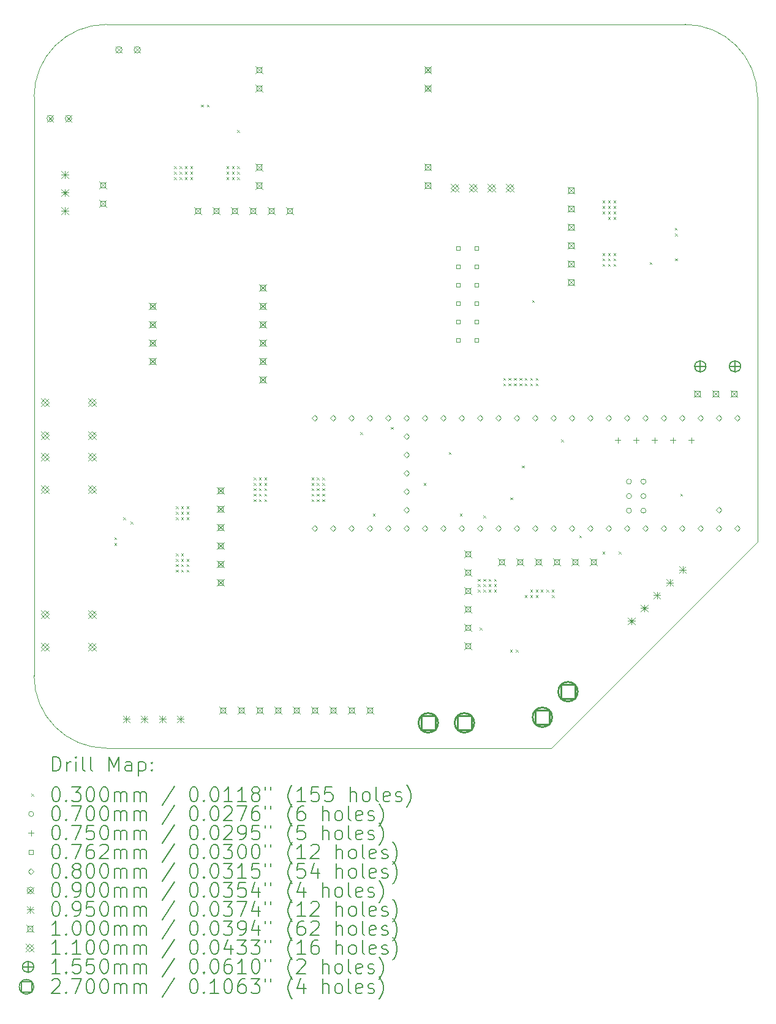
<source format=gbr>
%TF.GenerationSoftware,KiCad,Pcbnew,7.0.8*%
%TF.CreationDate,2023-10-26T13:24:27+11:00*%
%TF.ProjectId,Main 4.2,4d61696e-2034-42e3-922e-6b696361645f,rev?*%
%TF.SameCoordinates,Original*%
%TF.FileFunction,Drillmap*%
%TF.FilePolarity,Positive*%
%FSLAX45Y45*%
G04 Gerber Fmt 4.5, Leading zero omitted, Abs format (unit mm)*
G04 Created by KiCad (PCBNEW 7.0.8) date 2023-10-26 13:24:27*
%MOMM*%
%LPD*%
G01*
G04 APERTURE LIST*
%ADD10C,0.100000*%
%ADD11C,0.200000*%
%ADD12C,0.030000*%
%ADD13C,0.070000*%
%ADD14C,0.075000*%
%ADD15C,0.076200*%
%ADD16C,0.080000*%
%ADD17C,0.090000*%
%ADD18C,0.095000*%
%ADD19C,0.110000*%
%ADD20C,0.155000*%
%ADD21C,0.270000*%
G04 APERTURE END LIST*
D10*
X10000000Y-19000000D02*
X10000000Y-11000000D01*
X20000000Y-11000000D02*
G75*
G03*
X19000000Y-10000000I-1000000J0D01*
G01*
X17150000Y-20000000D02*
X11000000Y-20000000D01*
X10000000Y-19000000D02*
G75*
G03*
X11000000Y-20000000I1000000J0D01*
G01*
X11000000Y-10000000D02*
X19000000Y-10000000D01*
X11000000Y-10000000D02*
G75*
G03*
X10000000Y-11000000I0J-1000000D01*
G01*
X17150000Y-20000000D02*
X20000000Y-17150000D01*
X20000000Y-17150000D02*
X20000000Y-11000000D01*
D11*
D12*
X11110000Y-17085000D02*
X11140000Y-17115000D01*
X11140000Y-17085000D02*
X11110000Y-17115000D01*
X11110000Y-17164950D02*
X11140000Y-17194950D01*
X11140000Y-17164950D02*
X11110000Y-17194950D01*
X11235000Y-16808440D02*
X11265000Y-16838440D01*
X11265000Y-16808440D02*
X11235000Y-16838440D01*
X11335000Y-16870890D02*
X11365000Y-16900890D01*
X11365000Y-16870890D02*
X11335000Y-16900890D01*
X11935000Y-11960000D02*
X11965000Y-11990000D01*
X11965000Y-11960000D02*
X11935000Y-11990000D01*
X11935000Y-12035000D02*
X11965000Y-12065000D01*
X11965000Y-12035000D02*
X11935000Y-12065000D01*
X11935000Y-12110000D02*
X11965000Y-12140000D01*
X11965000Y-12110000D02*
X11935000Y-12140000D01*
X11960000Y-16660000D02*
X11990000Y-16690000D01*
X11990000Y-16660000D02*
X11960000Y-16690000D01*
X11960000Y-16735000D02*
X11990000Y-16765000D01*
X11990000Y-16735000D02*
X11960000Y-16765000D01*
X11960000Y-16810000D02*
X11990000Y-16840000D01*
X11990000Y-16810000D02*
X11960000Y-16840000D01*
X11960000Y-17310000D02*
X11990000Y-17340000D01*
X11990000Y-17310000D02*
X11960000Y-17340000D01*
X11960000Y-17385000D02*
X11990000Y-17415000D01*
X11990000Y-17385000D02*
X11960000Y-17415000D01*
X11960000Y-17460000D02*
X11990000Y-17490000D01*
X11990000Y-17460000D02*
X11960000Y-17490000D01*
X11960000Y-17535000D02*
X11990000Y-17565000D01*
X11990000Y-17535000D02*
X11960000Y-17565000D01*
X12010000Y-11960000D02*
X12040000Y-11990000D01*
X12040000Y-11960000D02*
X12010000Y-11990000D01*
X12010000Y-12035000D02*
X12040000Y-12065000D01*
X12040000Y-12035000D02*
X12010000Y-12065000D01*
X12010000Y-12110000D02*
X12040000Y-12140000D01*
X12040000Y-12110000D02*
X12010000Y-12140000D01*
X12035000Y-16660000D02*
X12065000Y-16690000D01*
X12065000Y-16660000D02*
X12035000Y-16690000D01*
X12035000Y-16735000D02*
X12065000Y-16765000D01*
X12065000Y-16735000D02*
X12035000Y-16765000D01*
X12035000Y-16810000D02*
X12065000Y-16840000D01*
X12065000Y-16810000D02*
X12035000Y-16840000D01*
X12035000Y-17310000D02*
X12065000Y-17340000D01*
X12065000Y-17310000D02*
X12035000Y-17340000D01*
X12035000Y-17385000D02*
X12065000Y-17415000D01*
X12065000Y-17385000D02*
X12035000Y-17415000D01*
X12035000Y-17460000D02*
X12065000Y-17490000D01*
X12065000Y-17460000D02*
X12035000Y-17490000D01*
X12035000Y-17535000D02*
X12065000Y-17565000D01*
X12065000Y-17535000D02*
X12035000Y-17565000D01*
X12085000Y-11960000D02*
X12115000Y-11990000D01*
X12115000Y-11960000D02*
X12085000Y-11990000D01*
X12085000Y-12035000D02*
X12115000Y-12065000D01*
X12115000Y-12035000D02*
X12085000Y-12065000D01*
X12085000Y-12110000D02*
X12115000Y-12140000D01*
X12115000Y-12110000D02*
X12085000Y-12140000D01*
X12110000Y-16660000D02*
X12140000Y-16690000D01*
X12140000Y-16660000D02*
X12110000Y-16690000D01*
X12110000Y-16735000D02*
X12140000Y-16765000D01*
X12140000Y-16735000D02*
X12110000Y-16765000D01*
X12110000Y-16810000D02*
X12140000Y-16840000D01*
X12140000Y-16810000D02*
X12110000Y-16840000D01*
X12110000Y-17385000D02*
X12140000Y-17415000D01*
X12140000Y-17385000D02*
X12110000Y-17415000D01*
X12110000Y-17460000D02*
X12140000Y-17490000D01*
X12140000Y-17460000D02*
X12110000Y-17490000D01*
X12110000Y-17535000D02*
X12140000Y-17565000D01*
X12140000Y-17535000D02*
X12110000Y-17565000D01*
X12160000Y-11960000D02*
X12190000Y-11990000D01*
X12190000Y-11960000D02*
X12160000Y-11990000D01*
X12160000Y-12035000D02*
X12190000Y-12065000D01*
X12190000Y-12035000D02*
X12160000Y-12065000D01*
X12160000Y-12110000D02*
X12190000Y-12140000D01*
X12190000Y-12110000D02*
X12160000Y-12140000D01*
X12310000Y-11110000D02*
X12340000Y-11140000D01*
X12340000Y-11110000D02*
X12310000Y-11140000D01*
X12389950Y-11110000D02*
X12419950Y-11140000D01*
X12419950Y-11110000D02*
X12389950Y-11140000D01*
X12660000Y-11960000D02*
X12690000Y-11990000D01*
X12690000Y-11960000D02*
X12660000Y-11990000D01*
X12660000Y-12035000D02*
X12690000Y-12065000D01*
X12690000Y-12035000D02*
X12660000Y-12065000D01*
X12660000Y-12110000D02*
X12690000Y-12140000D01*
X12690000Y-12110000D02*
X12660000Y-12140000D01*
X12735000Y-11960000D02*
X12765000Y-11990000D01*
X12765000Y-11960000D02*
X12735000Y-11990000D01*
X12735000Y-12035000D02*
X12765000Y-12065000D01*
X12765000Y-12035000D02*
X12735000Y-12065000D01*
X12735000Y-12110000D02*
X12765000Y-12140000D01*
X12765000Y-12110000D02*
X12735000Y-12140000D01*
X12810000Y-11460000D02*
X12840000Y-11490000D01*
X12840000Y-11460000D02*
X12810000Y-11490000D01*
X12810000Y-11960000D02*
X12840000Y-11990000D01*
X12840000Y-11960000D02*
X12810000Y-11990000D01*
X12810000Y-12035000D02*
X12840000Y-12065000D01*
X12840000Y-12035000D02*
X12810000Y-12065000D01*
X12810000Y-12110000D02*
X12840000Y-12140000D01*
X12840000Y-12110000D02*
X12810000Y-12140000D01*
X13035000Y-16260000D02*
X13065000Y-16290000D01*
X13065000Y-16260000D02*
X13035000Y-16290000D01*
X13035000Y-16335000D02*
X13065000Y-16365000D01*
X13065000Y-16335000D02*
X13035000Y-16365000D01*
X13035000Y-16410000D02*
X13065000Y-16440000D01*
X13065000Y-16410000D02*
X13035000Y-16440000D01*
X13035000Y-16485000D02*
X13065000Y-16515000D01*
X13065000Y-16485000D02*
X13035000Y-16515000D01*
X13035000Y-16560000D02*
X13065000Y-16590000D01*
X13065000Y-16560000D02*
X13035000Y-16590000D01*
X13110000Y-16260000D02*
X13140000Y-16290000D01*
X13140000Y-16260000D02*
X13110000Y-16290000D01*
X13110000Y-16335000D02*
X13140000Y-16365000D01*
X13140000Y-16335000D02*
X13110000Y-16365000D01*
X13110000Y-16410000D02*
X13140000Y-16440000D01*
X13140000Y-16410000D02*
X13110000Y-16440000D01*
X13110000Y-16485000D02*
X13140000Y-16515000D01*
X13140000Y-16485000D02*
X13110000Y-16515000D01*
X13110000Y-16560000D02*
X13140000Y-16590000D01*
X13140000Y-16560000D02*
X13110000Y-16590000D01*
X13185000Y-16260000D02*
X13215000Y-16290000D01*
X13215000Y-16260000D02*
X13185000Y-16290000D01*
X13185000Y-16335000D02*
X13215000Y-16365000D01*
X13215000Y-16335000D02*
X13185000Y-16365000D01*
X13185000Y-16410000D02*
X13215000Y-16440000D01*
X13215000Y-16410000D02*
X13185000Y-16440000D01*
X13185000Y-16485000D02*
X13215000Y-16515000D01*
X13215000Y-16485000D02*
X13185000Y-16515000D01*
X13185000Y-16560000D02*
X13215000Y-16590000D01*
X13215000Y-16560000D02*
X13185000Y-16590000D01*
X13835000Y-16260000D02*
X13865000Y-16290000D01*
X13865000Y-16260000D02*
X13835000Y-16290000D01*
X13835000Y-16335000D02*
X13865000Y-16365000D01*
X13865000Y-16335000D02*
X13835000Y-16365000D01*
X13835000Y-16410000D02*
X13865000Y-16440000D01*
X13865000Y-16410000D02*
X13835000Y-16440000D01*
X13835000Y-16485000D02*
X13865000Y-16515000D01*
X13865000Y-16485000D02*
X13835000Y-16515000D01*
X13835000Y-16560000D02*
X13865000Y-16590000D01*
X13865000Y-16560000D02*
X13835000Y-16590000D01*
X13910000Y-16260000D02*
X13940000Y-16290000D01*
X13940000Y-16260000D02*
X13910000Y-16290000D01*
X13910000Y-16335000D02*
X13940000Y-16365000D01*
X13940000Y-16335000D02*
X13910000Y-16365000D01*
X13910000Y-16410000D02*
X13940000Y-16440000D01*
X13940000Y-16410000D02*
X13910000Y-16440000D01*
X13910000Y-16485000D02*
X13940000Y-16515000D01*
X13940000Y-16485000D02*
X13910000Y-16515000D01*
X13910000Y-16560000D02*
X13940000Y-16590000D01*
X13940000Y-16560000D02*
X13910000Y-16590000D01*
X13985000Y-16260000D02*
X14015000Y-16290000D01*
X14015000Y-16260000D02*
X13985000Y-16290000D01*
X13985000Y-16335000D02*
X14015000Y-16365000D01*
X14015000Y-16335000D02*
X13985000Y-16365000D01*
X13985000Y-16410000D02*
X14015000Y-16440000D01*
X14015000Y-16410000D02*
X13985000Y-16440000D01*
X13985000Y-16485000D02*
X14015000Y-16515000D01*
X14015000Y-16485000D02*
X13985000Y-16515000D01*
X13985000Y-16560000D02*
X14015000Y-16590000D01*
X14015000Y-16560000D02*
X13985000Y-16590000D01*
X14510000Y-15635000D02*
X14540000Y-15665000D01*
X14540000Y-15635000D02*
X14510000Y-15665000D01*
X14685000Y-16760000D02*
X14715000Y-16790000D01*
X14715000Y-16760000D02*
X14685000Y-16790000D01*
X14935000Y-15560000D02*
X14965000Y-15590000D01*
X14965000Y-15560000D02*
X14935000Y-15590000D01*
X15385000Y-16335000D02*
X15415000Y-16365000D01*
X15415000Y-16335000D02*
X15385000Y-16365000D01*
X15735000Y-15910000D02*
X15765000Y-15940000D01*
X15765000Y-15910000D02*
X15735000Y-15940000D01*
X15885000Y-16760000D02*
X15915000Y-16790000D01*
X15915000Y-16760000D02*
X15885000Y-16790000D01*
X16135000Y-17660000D02*
X16165000Y-17690000D01*
X16165000Y-17660000D02*
X16135000Y-17690000D01*
X16135000Y-17735000D02*
X16165000Y-17765000D01*
X16165000Y-17735000D02*
X16135000Y-17765000D01*
X16135000Y-17810000D02*
X16165000Y-17840000D01*
X16165000Y-17810000D02*
X16135000Y-17840000D01*
X16160000Y-18335000D02*
X16190000Y-18365000D01*
X16190000Y-18335000D02*
X16160000Y-18365000D01*
X16210000Y-16785000D02*
X16240000Y-16815000D01*
X16240000Y-16785000D02*
X16210000Y-16815000D01*
X16210000Y-17660000D02*
X16240000Y-17690000D01*
X16240000Y-17660000D02*
X16210000Y-17690000D01*
X16210000Y-17735000D02*
X16240000Y-17765000D01*
X16240000Y-17735000D02*
X16210000Y-17765000D01*
X16210000Y-17810000D02*
X16240000Y-17840000D01*
X16240000Y-17810000D02*
X16210000Y-17840000D01*
X16285000Y-17660000D02*
X16315000Y-17690000D01*
X16315000Y-17660000D02*
X16285000Y-17690000D01*
X16285000Y-17735000D02*
X16315000Y-17765000D01*
X16315000Y-17735000D02*
X16285000Y-17765000D01*
X16285000Y-17810000D02*
X16315000Y-17840000D01*
X16315000Y-17810000D02*
X16285000Y-17840000D01*
X16360000Y-17660000D02*
X16390000Y-17690000D01*
X16390000Y-17660000D02*
X16360000Y-17690000D01*
X16360000Y-17735000D02*
X16390000Y-17765000D01*
X16390000Y-17735000D02*
X16360000Y-17765000D01*
X16360000Y-17810000D02*
X16390000Y-17840000D01*
X16390000Y-17810000D02*
X16360000Y-17840000D01*
X16485000Y-14885000D02*
X16515000Y-14915000D01*
X16515000Y-14885000D02*
X16485000Y-14915000D01*
X16485000Y-14960000D02*
X16515000Y-14990000D01*
X16515000Y-14960000D02*
X16485000Y-14990000D01*
X16560000Y-14885000D02*
X16590000Y-14915000D01*
X16590000Y-14885000D02*
X16560000Y-14915000D01*
X16560000Y-14960000D02*
X16590000Y-14990000D01*
X16590000Y-14960000D02*
X16560000Y-14990000D01*
X16580050Y-18638100D02*
X16610050Y-18668100D01*
X16610050Y-18638100D02*
X16580050Y-18668100D01*
X16585000Y-16535000D02*
X16615000Y-16565000D01*
X16615000Y-16535000D02*
X16585000Y-16565000D01*
X16635000Y-14885000D02*
X16665000Y-14915000D01*
X16665000Y-14885000D02*
X16635000Y-14915000D01*
X16635000Y-14960000D02*
X16665000Y-14990000D01*
X16665000Y-14960000D02*
X16635000Y-14990000D01*
X16660000Y-18638100D02*
X16690000Y-18668100D01*
X16690000Y-18638100D02*
X16660000Y-18668100D01*
X16710000Y-14885000D02*
X16740000Y-14915000D01*
X16740000Y-14885000D02*
X16710000Y-14915000D01*
X16710000Y-14960000D02*
X16740000Y-14990000D01*
X16740000Y-14960000D02*
X16710000Y-14990000D01*
X16746500Y-16096500D02*
X16776500Y-16126500D01*
X16776500Y-16096500D02*
X16746500Y-16126500D01*
X16785000Y-14885000D02*
X16815000Y-14915000D01*
X16815000Y-14885000D02*
X16785000Y-14915000D01*
X16785000Y-14960000D02*
X16815000Y-14990000D01*
X16815000Y-14960000D02*
X16785000Y-14990000D01*
X16785000Y-17885000D02*
X16815000Y-17915000D01*
X16815000Y-17885000D02*
X16785000Y-17915000D01*
X16860000Y-14885000D02*
X16890000Y-14915000D01*
X16890000Y-14885000D02*
X16860000Y-14915000D01*
X16860000Y-14960000D02*
X16890000Y-14990000D01*
X16890000Y-14960000D02*
X16860000Y-14990000D01*
X16860000Y-17810000D02*
X16890000Y-17840000D01*
X16890000Y-17810000D02*
X16860000Y-17840000D01*
X16860000Y-17885000D02*
X16890000Y-17915000D01*
X16890000Y-17885000D02*
X16860000Y-17915000D01*
X16885000Y-13810000D02*
X16915000Y-13840000D01*
X16915000Y-13810000D02*
X16885000Y-13840000D01*
X16935000Y-14885000D02*
X16965000Y-14915000D01*
X16965000Y-14885000D02*
X16935000Y-14915000D01*
X16935000Y-14960000D02*
X16965000Y-14990000D01*
X16965000Y-14960000D02*
X16935000Y-14990000D01*
X16935000Y-17810000D02*
X16965000Y-17840000D01*
X16965000Y-17810000D02*
X16935000Y-17840000D01*
X16935000Y-17885000D02*
X16965000Y-17915000D01*
X16965000Y-17885000D02*
X16935000Y-17915000D01*
X17004950Y-17810000D02*
X17034950Y-17840000D01*
X17034950Y-17810000D02*
X17004950Y-17840000D01*
X17085000Y-17810000D02*
X17115000Y-17840000D01*
X17115000Y-17810000D02*
X17085000Y-17840000D01*
X17154950Y-17810000D02*
X17184950Y-17840000D01*
X17184950Y-17810000D02*
X17154950Y-17840000D01*
X17160000Y-17885000D02*
X17190000Y-17915000D01*
X17190000Y-17885000D02*
X17160000Y-17915000D01*
X17285000Y-15735000D02*
X17315000Y-15765000D01*
X17315000Y-15735000D02*
X17285000Y-15765000D01*
X17535000Y-17060000D02*
X17565000Y-17090000D01*
X17565000Y-17060000D02*
X17535000Y-17090000D01*
X17860000Y-12435000D02*
X17890000Y-12465000D01*
X17890000Y-12435000D02*
X17860000Y-12465000D01*
X17860000Y-12510000D02*
X17890000Y-12540000D01*
X17890000Y-12510000D02*
X17860000Y-12540000D01*
X17860000Y-12585000D02*
X17890000Y-12615000D01*
X17890000Y-12585000D02*
X17860000Y-12615000D01*
X17860000Y-13160000D02*
X17890000Y-13190000D01*
X17890000Y-13160000D02*
X17860000Y-13190000D01*
X17860000Y-13235000D02*
X17890000Y-13265000D01*
X17890000Y-13235000D02*
X17860000Y-13265000D01*
X17860000Y-13310000D02*
X17890000Y-13340000D01*
X17890000Y-13310000D02*
X17860000Y-13340000D01*
X17860000Y-17285000D02*
X17890000Y-17315000D01*
X17890000Y-17285000D02*
X17860000Y-17315000D01*
X17935000Y-12435000D02*
X17965000Y-12465000D01*
X17965000Y-12435000D02*
X17935000Y-12465000D01*
X17935000Y-12510000D02*
X17965000Y-12540000D01*
X17965000Y-12510000D02*
X17935000Y-12540000D01*
X17935000Y-12585000D02*
X17965000Y-12615000D01*
X17965000Y-12585000D02*
X17935000Y-12615000D01*
X17935000Y-12660000D02*
X17965000Y-12690000D01*
X17965000Y-12660000D02*
X17935000Y-12690000D01*
X17935000Y-13160000D02*
X17965000Y-13190000D01*
X17965000Y-13160000D02*
X17935000Y-13190000D01*
X17935000Y-13235000D02*
X17965000Y-13265000D01*
X17965000Y-13235000D02*
X17935000Y-13265000D01*
X17935000Y-13310000D02*
X17965000Y-13340000D01*
X17965000Y-13310000D02*
X17935000Y-13340000D01*
X18010000Y-12435000D02*
X18040000Y-12465000D01*
X18040000Y-12435000D02*
X18010000Y-12465000D01*
X18010000Y-12510000D02*
X18040000Y-12540000D01*
X18040000Y-12510000D02*
X18010000Y-12540000D01*
X18010000Y-12585000D02*
X18040000Y-12615000D01*
X18040000Y-12585000D02*
X18010000Y-12615000D01*
X18010000Y-12660000D02*
X18040000Y-12690000D01*
X18040000Y-12660000D02*
X18010000Y-12690000D01*
X18010000Y-13160000D02*
X18040000Y-13190000D01*
X18040000Y-13160000D02*
X18010000Y-13190000D01*
X18010000Y-13235000D02*
X18040000Y-13265000D01*
X18040000Y-13235000D02*
X18010000Y-13265000D01*
X18010000Y-13310000D02*
X18040000Y-13340000D01*
X18040000Y-13310000D02*
X18010000Y-13340000D01*
X18085000Y-17285000D02*
X18115000Y-17315000D01*
X18115000Y-17285000D02*
X18085000Y-17315000D01*
X18510000Y-13285000D02*
X18540000Y-13315000D01*
X18540000Y-13285000D02*
X18510000Y-13315000D01*
X18855600Y-12810000D02*
X18885600Y-12840000D01*
X18885600Y-12810000D02*
X18855600Y-12840000D01*
X18860000Y-13235000D02*
X18890000Y-13265000D01*
X18890000Y-13235000D02*
X18860000Y-13265000D01*
X18862194Y-12891724D02*
X18892194Y-12921724D01*
X18892194Y-12891724D02*
X18862194Y-12921724D01*
X18935000Y-16485000D02*
X18965000Y-16515000D01*
X18965000Y-16485000D02*
X18935000Y-16515000D01*
D13*
X18259000Y-16317000D02*
G75*
G03*
X18259000Y-16317000I-35000J0D01*
G01*
X18259000Y-16517000D02*
G75*
G03*
X18259000Y-16517000I-35000J0D01*
G01*
X18259000Y-16717000D02*
G75*
G03*
X18259000Y-16717000I-35000J0D01*
G01*
X18459000Y-16317000D02*
G75*
G03*
X18459000Y-16317000I-35000J0D01*
G01*
X18459000Y-16517000D02*
G75*
G03*
X18459000Y-16517000I-35000J0D01*
G01*
X18459000Y-16717000D02*
G75*
G03*
X18459000Y-16717000I-35000J0D01*
G01*
D14*
X18070000Y-15705500D02*
X18070000Y-15780500D01*
X18032500Y-15743000D02*
X18107500Y-15743000D01*
X18324000Y-15705500D02*
X18324000Y-15780500D01*
X18286500Y-15743000D02*
X18361500Y-15743000D01*
X18578000Y-15705500D02*
X18578000Y-15780500D01*
X18540500Y-15743000D02*
X18615500Y-15743000D01*
X18832000Y-15705500D02*
X18832000Y-15780500D01*
X18794500Y-15743000D02*
X18869500Y-15743000D01*
X19086000Y-15705500D02*
X19086000Y-15780500D01*
X19048500Y-15743000D02*
X19123500Y-15743000D01*
D15*
X15890941Y-13116941D02*
X15890941Y-13063059D01*
X15837059Y-13063059D01*
X15837059Y-13116941D01*
X15890941Y-13116941D01*
X15890941Y-13370941D02*
X15890941Y-13317059D01*
X15837059Y-13317059D01*
X15837059Y-13370941D01*
X15890941Y-13370941D01*
X15890941Y-13624941D02*
X15890941Y-13571059D01*
X15837059Y-13571059D01*
X15837059Y-13624941D01*
X15890941Y-13624941D01*
X15890941Y-13878941D02*
X15890941Y-13825059D01*
X15837059Y-13825059D01*
X15837059Y-13878941D01*
X15890941Y-13878941D01*
X15890941Y-14132941D02*
X15890941Y-14079059D01*
X15837059Y-14079059D01*
X15837059Y-14132941D01*
X15890941Y-14132941D01*
X15890941Y-14386941D02*
X15890941Y-14333059D01*
X15837059Y-14333059D01*
X15837059Y-14386941D01*
X15890941Y-14386941D01*
X16144941Y-13116941D02*
X16144941Y-13063059D01*
X16091059Y-13063059D01*
X16091059Y-13116941D01*
X16144941Y-13116941D01*
X16144941Y-13370941D02*
X16144941Y-13317059D01*
X16091059Y-13317059D01*
X16091059Y-13370941D01*
X16144941Y-13370941D01*
X16144941Y-13624941D02*
X16144941Y-13571059D01*
X16091059Y-13571059D01*
X16091059Y-13624941D01*
X16144941Y-13624941D01*
X16144941Y-13878941D02*
X16144941Y-13825059D01*
X16091059Y-13825059D01*
X16091059Y-13878941D01*
X16144941Y-13878941D01*
X16144941Y-14132941D02*
X16144941Y-14079059D01*
X16091059Y-14079059D01*
X16091059Y-14132941D01*
X16144941Y-14132941D01*
X16144941Y-14386941D02*
X16144941Y-14333059D01*
X16091059Y-14333059D01*
X16091059Y-14386941D01*
X16144941Y-14386941D01*
D16*
X13879000Y-15478000D02*
X13919000Y-15438000D01*
X13879000Y-15398000D01*
X13839000Y-15438000D01*
X13879000Y-15478000D01*
X13879000Y-17002000D02*
X13919000Y-16962000D01*
X13879000Y-16922000D01*
X13839000Y-16962000D01*
X13879000Y-17002000D01*
X14133000Y-15478000D02*
X14173000Y-15438000D01*
X14133000Y-15398000D01*
X14093000Y-15438000D01*
X14133000Y-15478000D01*
X14133000Y-17002000D02*
X14173000Y-16962000D01*
X14133000Y-16922000D01*
X14093000Y-16962000D01*
X14133000Y-17002000D01*
X14387000Y-15478000D02*
X14427000Y-15438000D01*
X14387000Y-15398000D01*
X14347000Y-15438000D01*
X14387000Y-15478000D01*
X14387000Y-17002000D02*
X14427000Y-16962000D01*
X14387000Y-16922000D01*
X14347000Y-16962000D01*
X14387000Y-17002000D01*
X14641000Y-15478000D02*
X14681000Y-15438000D01*
X14641000Y-15398000D01*
X14601000Y-15438000D01*
X14641000Y-15478000D01*
X14641000Y-17002000D02*
X14681000Y-16962000D01*
X14641000Y-16922000D01*
X14601000Y-16962000D01*
X14641000Y-17002000D01*
X14895000Y-15478000D02*
X14935000Y-15438000D01*
X14895000Y-15398000D01*
X14855000Y-15438000D01*
X14895000Y-15478000D01*
X14895000Y-17002000D02*
X14935000Y-16962000D01*
X14895000Y-16922000D01*
X14855000Y-16962000D01*
X14895000Y-17002000D01*
X15149000Y-15478000D02*
X15189000Y-15438000D01*
X15149000Y-15398000D01*
X15109000Y-15438000D01*
X15149000Y-15478000D01*
X15149000Y-15732000D02*
X15189000Y-15692000D01*
X15149000Y-15652000D01*
X15109000Y-15692000D01*
X15149000Y-15732000D01*
X15149000Y-15986000D02*
X15189000Y-15946000D01*
X15149000Y-15906000D01*
X15109000Y-15946000D01*
X15149000Y-15986000D01*
X15149000Y-16240000D02*
X15189000Y-16200000D01*
X15149000Y-16160000D01*
X15109000Y-16200000D01*
X15149000Y-16240000D01*
X15149000Y-16494000D02*
X15189000Y-16454000D01*
X15149000Y-16414000D01*
X15109000Y-16454000D01*
X15149000Y-16494000D01*
X15149000Y-16748000D02*
X15189000Y-16708000D01*
X15149000Y-16668000D01*
X15109000Y-16708000D01*
X15149000Y-16748000D01*
X15149000Y-17002000D02*
X15189000Y-16962000D01*
X15149000Y-16922000D01*
X15109000Y-16962000D01*
X15149000Y-17002000D01*
X15403000Y-15478000D02*
X15443000Y-15438000D01*
X15403000Y-15398000D01*
X15363000Y-15438000D01*
X15403000Y-15478000D01*
X15403000Y-17002000D02*
X15443000Y-16962000D01*
X15403000Y-16922000D01*
X15363000Y-16962000D01*
X15403000Y-17002000D01*
X15657000Y-15478000D02*
X15697000Y-15438000D01*
X15657000Y-15398000D01*
X15617000Y-15438000D01*
X15657000Y-15478000D01*
X15657000Y-17002000D02*
X15697000Y-16962000D01*
X15657000Y-16922000D01*
X15617000Y-16962000D01*
X15657000Y-17002000D01*
X15911000Y-15478000D02*
X15951000Y-15438000D01*
X15911000Y-15398000D01*
X15871000Y-15438000D01*
X15911000Y-15478000D01*
X15911000Y-17002000D02*
X15951000Y-16962000D01*
X15911000Y-16922000D01*
X15871000Y-16962000D01*
X15911000Y-17002000D01*
X16165000Y-15478000D02*
X16205000Y-15438000D01*
X16165000Y-15398000D01*
X16125000Y-15438000D01*
X16165000Y-15478000D01*
X16165000Y-17002000D02*
X16205000Y-16962000D01*
X16165000Y-16922000D01*
X16125000Y-16962000D01*
X16165000Y-17002000D01*
X16419000Y-15478000D02*
X16459000Y-15438000D01*
X16419000Y-15398000D01*
X16379000Y-15438000D01*
X16419000Y-15478000D01*
X16419000Y-17002000D02*
X16459000Y-16962000D01*
X16419000Y-16922000D01*
X16379000Y-16962000D01*
X16419000Y-17002000D01*
X16673000Y-15478000D02*
X16713000Y-15438000D01*
X16673000Y-15398000D01*
X16633000Y-15438000D01*
X16673000Y-15478000D01*
X16673000Y-17002000D02*
X16713000Y-16962000D01*
X16673000Y-16922000D01*
X16633000Y-16962000D01*
X16673000Y-17002000D01*
X16927000Y-15478000D02*
X16967000Y-15438000D01*
X16927000Y-15398000D01*
X16887000Y-15438000D01*
X16927000Y-15478000D01*
X16927000Y-17002000D02*
X16967000Y-16962000D01*
X16927000Y-16922000D01*
X16887000Y-16962000D01*
X16927000Y-17002000D01*
X17181000Y-15478000D02*
X17221000Y-15438000D01*
X17181000Y-15398000D01*
X17141000Y-15438000D01*
X17181000Y-15478000D01*
X17181000Y-17002000D02*
X17221000Y-16962000D01*
X17181000Y-16922000D01*
X17141000Y-16962000D01*
X17181000Y-17002000D01*
X17435000Y-15478000D02*
X17475000Y-15438000D01*
X17435000Y-15398000D01*
X17395000Y-15438000D01*
X17435000Y-15478000D01*
X17435000Y-17002000D02*
X17475000Y-16962000D01*
X17435000Y-16922000D01*
X17395000Y-16962000D01*
X17435000Y-17002000D01*
X17689000Y-15478000D02*
X17729000Y-15438000D01*
X17689000Y-15398000D01*
X17649000Y-15438000D01*
X17689000Y-15478000D01*
X17689000Y-17002000D02*
X17729000Y-16962000D01*
X17689000Y-16922000D01*
X17649000Y-16962000D01*
X17689000Y-17002000D01*
X17943000Y-15478000D02*
X17983000Y-15438000D01*
X17943000Y-15398000D01*
X17903000Y-15438000D01*
X17943000Y-15478000D01*
X17943000Y-17002000D02*
X17983000Y-16962000D01*
X17943000Y-16922000D01*
X17903000Y-16962000D01*
X17943000Y-17002000D01*
X18197000Y-15478000D02*
X18237000Y-15438000D01*
X18197000Y-15398000D01*
X18157000Y-15438000D01*
X18197000Y-15478000D01*
X18197000Y-17002000D02*
X18237000Y-16962000D01*
X18197000Y-16922000D01*
X18157000Y-16962000D01*
X18197000Y-17002000D01*
X18451000Y-15478000D02*
X18491000Y-15438000D01*
X18451000Y-15398000D01*
X18411000Y-15438000D01*
X18451000Y-15478000D01*
X18451000Y-17002000D02*
X18491000Y-16962000D01*
X18451000Y-16922000D01*
X18411000Y-16962000D01*
X18451000Y-17002000D01*
X18705000Y-15478000D02*
X18745000Y-15438000D01*
X18705000Y-15398000D01*
X18665000Y-15438000D01*
X18705000Y-15478000D01*
X18705000Y-17002000D02*
X18745000Y-16962000D01*
X18705000Y-16922000D01*
X18665000Y-16962000D01*
X18705000Y-17002000D01*
X18959000Y-15478000D02*
X18999000Y-15438000D01*
X18959000Y-15398000D01*
X18919000Y-15438000D01*
X18959000Y-15478000D01*
X18959000Y-17002000D02*
X18999000Y-16962000D01*
X18959000Y-16922000D01*
X18919000Y-16962000D01*
X18959000Y-17002000D01*
X19213000Y-15478000D02*
X19253000Y-15438000D01*
X19213000Y-15398000D01*
X19173000Y-15438000D01*
X19213000Y-15478000D01*
X19213000Y-17002000D02*
X19253000Y-16962000D01*
X19213000Y-16922000D01*
X19173000Y-16962000D01*
X19213000Y-17002000D01*
X19467000Y-15478000D02*
X19507000Y-15438000D01*
X19467000Y-15398000D01*
X19427000Y-15438000D01*
X19467000Y-15478000D01*
X19467000Y-16748000D02*
X19507000Y-16708000D01*
X19467000Y-16668000D01*
X19427000Y-16708000D01*
X19467000Y-16748000D01*
X19467000Y-17002000D02*
X19507000Y-16962000D01*
X19467000Y-16922000D01*
X19427000Y-16962000D01*
X19467000Y-17002000D01*
X19721000Y-15478000D02*
X19761000Y-15438000D01*
X19721000Y-15398000D01*
X19681000Y-15438000D01*
X19721000Y-15478000D01*
X19721000Y-17002000D02*
X19761000Y-16962000D01*
X19721000Y-16922000D01*
X19681000Y-16962000D01*
X19721000Y-17002000D01*
D17*
X10177500Y-11255000D02*
X10267500Y-11345000D01*
X10267500Y-11255000D02*
X10177500Y-11345000D01*
X10267500Y-11300000D02*
G75*
G03*
X10267500Y-11300000I-45000J0D01*
G01*
X10431500Y-11255000D02*
X10521500Y-11345000D01*
X10521500Y-11255000D02*
X10431500Y-11345000D01*
X10521500Y-11300000D02*
G75*
G03*
X10521500Y-11300000I-45000J0D01*
G01*
X11127500Y-10305000D02*
X11217500Y-10395000D01*
X11217500Y-10305000D02*
X11127500Y-10395000D01*
X11217500Y-10350000D02*
G75*
G03*
X11217500Y-10350000I-45000J0D01*
G01*
X11381500Y-10305000D02*
X11471500Y-10395000D01*
X11471500Y-10305000D02*
X11381500Y-10395000D01*
X11471500Y-10350000D02*
G75*
G03*
X11471500Y-10350000I-45000J0D01*
G01*
D18*
X10380000Y-12027500D02*
X10475000Y-12122500D01*
X10475000Y-12027500D02*
X10380000Y-12122500D01*
X10427500Y-12027500D02*
X10427500Y-12122500D01*
X10380000Y-12075000D02*
X10475000Y-12075000D01*
X10380000Y-12277500D02*
X10475000Y-12372500D01*
X10475000Y-12277500D02*
X10380000Y-12372500D01*
X10427500Y-12277500D02*
X10427500Y-12372500D01*
X10380000Y-12325000D02*
X10475000Y-12325000D01*
X10380000Y-12527500D02*
X10475000Y-12622500D01*
X10475000Y-12527500D02*
X10380000Y-12622500D01*
X10427500Y-12527500D02*
X10427500Y-12622500D01*
X10380000Y-12575000D02*
X10475000Y-12575000D01*
X11227500Y-19550000D02*
X11322500Y-19645000D01*
X11322500Y-19550000D02*
X11227500Y-19645000D01*
X11275000Y-19550000D02*
X11275000Y-19645000D01*
X11227500Y-19597500D02*
X11322500Y-19597500D01*
X11477500Y-19550000D02*
X11572500Y-19645000D01*
X11572500Y-19550000D02*
X11477500Y-19645000D01*
X11525000Y-19550000D02*
X11525000Y-19645000D01*
X11477500Y-19597500D02*
X11572500Y-19597500D01*
X11727500Y-19550000D02*
X11822500Y-19645000D01*
X11822500Y-19550000D02*
X11727500Y-19645000D01*
X11775000Y-19550000D02*
X11775000Y-19645000D01*
X11727500Y-19597500D02*
X11822500Y-19597500D01*
X11977500Y-19550000D02*
X12072500Y-19645000D01*
X12072500Y-19550000D02*
X11977500Y-19645000D01*
X12025000Y-19550000D02*
X12025000Y-19645000D01*
X11977500Y-19597500D02*
X12072500Y-19597500D01*
X18211824Y-18193930D02*
X18306824Y-18288930D01*
X18306824Y-18193930D02*
X18211824Y-18288930D01*
X18259324Y-18193930D02*
X18259324Y-18288930D01*
X18211824Y-18241430D02*
X18306824Y-18241430D01*
X18388600Y-18017154D02*
X18483600Y-18112154D01*
X18483600Y-18017154D02*
X18388600Y-18112154D01*
X18436100Y-18017154D02*
X18436100Y-18112154D01*
X18388600Y-18064654D02*
X18483600Y-18064654D01*
X18565377Y-17840377D02*
X18660377Y-17935377D01*
X18660377Y-17840377D02*
X18565377Y-17935377D01*
X18612877Y-17840377D02*
X18612877Y-17935377D01*
X18565377Y-17887877D02*
X18660377Y-17887877D01*
X18742154Y-17663600D02*
X18837154Y-17758600D01*
X18837154Y-17663600D02*
X18742154Y-17758600D01*
X18789654Y-17663600D02*
X18789654Y-17758600D01*
X18742154Y-17711100D02*
X18837154Y-17711100D01*
X18918930Y-17486824D02*
X19013930Y-17581824D01*
X19013930Y-17486824D02*
X18918930Y-17581824D01*
X18966430Y-17486824D02*
X18966430Y-17581824D01*
X18918930Y-17534324D02*
X19013930Y-17534324D01*
D10*
X10900000Y-12172500D02*
X11000000Y-12272500D01*
X11000000Y-12172500D02*
X10900000Y-12272500D01*
X10985356Y-12257856D02*
X10985356Y-12187144D01*
X10914644Y-12187144D01*
X10914644Y-12257856D01*
X10985356Y-12257856D01*
X10900000Y-12426500D02*
X11000000Y-12526500D01*
X11000000Y-12426500D02*
X10900000Y-12526500D01*
X10985356Y-12511856D02*
X10985356Y-12441144D01*
X10914644Y-12441144D01*
X10914644Y-12511856D01*
X10985356Y-12511856D01*
X11588000Y-13842000D02*
X11688000Y-13942000D01*
X11688000Y-13842000D02*
X11588000Y-13942000D01*
X11673356Y-13927356D02*
X11673356Y-13856644D01*
X11602644Y-13856644D01*
X11602644Y-13927356D01*
X11673356Y-13927356D01*
X11588000Y-14096000D02*
X11688000Y-14196000D01*
X11688000Y-14096000D02*
X11588000Y-14196000D01*
X11673356Y-14181356D02*
X11673356Y-14110644D01*
X11602644Y-14110644D01*
X11602644Y-14181356D01*
X11673356Y-14181356D01*
X11588000Y-14350000D02*
X11688000Y-14450000D01*
X11688000Y-14350000D02*
X11588000Y-14450000D01*
X11673356Y-14435356D02*
X11673356Y-14364644D01*
X11602644Y-14364644D01*
X11602644Y-14435356D01*
X11673356Y-14435356D01*
X11588000Y-14604000D02*
X11688000Y-14704000D01*
X11688000Y-14604000D02*
X11588000Y-14704000D01*
X11673356Y-14689356D02*
X11673356Y-14618644D01*
X11602644Y-14618644D01*
X11602644Y-14689356D01*
X11673356Y-14689356D01*
X12215000Y-12525000D02*
X12315000Y-12625000D01*
X12315000Y-12525000D02*
X12215000Y-12625000D01*
X12300356Y-12610356D02*
X12300356Y-12539644D01*
X12229644Y-12539644D01*
X12229644Y-12610356D01*
X12300356Y-12610356D01*
X12469000Y-12525000D02*
X12569000Y-12625000D01*
X12569000Y-12525000D02*
X12469000Y-12625000D01*
X12554356Y-12610356D02*
X12554356Y-12539644D01*
X12483644Y-12539644D01*
X12483644Y-12610356D01*
X12554356Y-12610356D01*
X12525000Y-16390000D02*
X12625000Y-16490000D01*
X12625000Y-16390000D02*
X12525000Y-16490000D01*
X12610356Y-16475356D02*
X12610356Y-16404644D01*
X12539644Y-16404644D01*
X12539644Y-16475356D01*
X12610356Y-16475356D01*
X12525000Y-16644000D02*
X12625000Y-16744000D01*
X12625000Y-16644000D02*
X12525000Y-16744000D01*
X12610356Y-16729356D02*
X12610356Y-16658644D01*
X12539644Y-16658644D01*
X12539644Y-16729356D01*
X12610356Y-16729356D01*
X12525000Y-16898000D02*
X12625000Y-16998000D01*
X12625000Y-16898000D02*
X12525000Y-16998000D01*
X12610356Y-16983356D02*
X12610356Y-16912644D01*
X12539644Y-16912644D01*
X12539644Y-16983356D01*
X12610356Y-16983356D01*
X12525000Y-17152000D02*
X12625000Y-17252000D01*
X12625000Y-17152000D02*
X12525000Y-17252000D01*
X12610356Y-17237356D02*
X12610356Y-17166644D01*
X12539644Y-17166644D01*
X12539644Y-17237356D01*
X12610356Y-17237356D01*
X12525000Y-17406000D02*
X12625000Y-17506000D01*
X12625000Y-17406000D02*
X12525000Y-17506000D01*
X12610356Y-17491356D02*
X12610356Y-17420644D01*
X12539644Y-17420644D01*
X12539644Y-17491356D01*
X12610356Y-17491356D01*
X12525000Y-17660000D02*
X12625000Y-17760000D01*
X12625000Y-17660000D02*
X12525000Y-17760000D01*
X12610356Y-17745356D02*
X12610356Y-17674644D01*
X12539644Y-17674644D01*
X12539644Y-17745356D01*
X12610356Y-17745356D01*
X12559000Y-19425000D02*
X12659000Y-19525000D01*
X12659000Y-19425000D02*
X12559000Y-19525000D01*
X12644356Y-19510356D02*
X12644356Y-19439644D01*
X12573644Y-19439644D01*
X12573644Y-19510356D01*
X12644356Y-19510356D01*
X12723000Y-12525000D02*
X12823000Y-12625000D01*
X12823000Y-12525000D02*
X12723000Y-12625000D01*
X12808356Y-12610356D02*
X12808356Y-12539644D01*
X12737644Y-12539644D01*
X12737644Y-12610356D01*
X12808356Y-12610356D01*
X12813000Y-19425000D02*
X12913000Y-19525000D01*
X12913000Y-19425000D02*
X12813000Y-19525000D01*
X12898356Y-19510356D02*
X12898356Y-19439644D01*
X12827644Y-19439644D01*
X12827644Y-19510356D01*
X12898356Y-19510356D01*
X12977000Y-12525000D02*
X13077000Y-12625000D01*
X13077000Y-12525000D02*
X12977000Y-12625000D01*
X13062356Y-12610356D02*
X13062356Y-12539644D01*
X12991644Y-12539644D01*
X12991644Y-12610356D01*
X13062356Y-12610356D01*
X13059500Y-10577000D02*
X13159500Y-10677000D01*
X13159500Y-10577000D02*
X13059500Y-10677000D01*
X13144856Y-10662356D02*
X13144856Y-10591644D01*
X13074144Y-10591644D01*
X13074144Y-10662356D01*
X13144856Y-10662356D01*
X13059500Y-10831000D02*
X13159500Y-10931000D01*
X13159500Y-10831000D02*
X13059500Y-10931000D01*
X13144856Y-10916356D02*
X13144856Y-10845644D01*
X13074144Y-10845644D01*
X13074144Y-10916356D01*
X13144856Y-10916356D01*
X13059500Y-11921000D02*
X13159500Y-12021000D01*
X13159500Y-11921000D02*
X13059500Y-12021000D01*
X13144856Y-12006356D02*
X13144856Y-11935644D01*
X13074144Y-11935644D01*
X13074144Y-12006356D01*
X13144856Y-12006356D01*
X13059500Y-12175000D02*
X13159500Y-12275000D01*
X13159500Y-12175000D02*
X13059500Y-12275000D01*
X13144856Y-12260356D02*
X13144856Y-12189644D01*
X13074144Y-12189644D01*
X13074144Y-12260356D01*
X13144856Y-12260356D01*
X13067000Y-19425000D02*
X13167000Y-19525000D01*
X13167000Y-19425000D02*
X13067000Y-19525000D01*
X13152356Y-19510356D02*
X13152356Y-19439644D01*
X13081644Y-19439644D01*
X13081644Y-19510356D01*
X13152356Y-19510356D01*
X13112000Y-13588000D02*
X13212000Y-13688000D01*
X13212000Y-13588000D02*
X13112000Y-13688000D01*
X13197356Y-13673356D02*
X13197356Y-13602644D01*
X13126644Y-13602644D01*
X13126644Y-13673356D01*
X13197356Y-13673356D01*
X13112000Y-13842000D02*
X13212000Y-13942000D01*
X13212000Y-13842000D02*
X13112000Y-13942000D01*
X13197356Y-13927356D02*
X13197356Y-13856644D01*
X13126644Y-13856644D01*
X13126644Y-13927356D01*
X13197356Y-13927356D01*
X13112000Y-14096000D02*
X13212000Y-14196000D01*
X13212000Y-14096000D02*
X13112000Y-14196000D01*
X13197356Y-14181356D02*
X13197356Y-14110644D01*
X13126644Y-14110644D01*
X13126644Y-14181356D01*
X13197356Y-14181356D01*
X13112000Y-14350000D02*
X13212000Y-14450000D01*
X13212000Y-14350000D02*
X13112000Y-14450000D01*
X13197356Y-14435356D02*
X13197356Y-14364644D01*
X13126644Y-14364644D01*
X13126644Y-14435356D01*
X13197356Y-14435356D01*
X13112000Y-14604000D02*
X13212000Y-14704000D01*
X13212000Y-14604000D02*
X13112000Y-14704000D01*
X13197356Y-14689356D02*
X13197356Y-14618644D01*
X13126644Y-14618644D01*
X13126644Y-14689356D01*
X13197356Y-14689356D01*
X13112000Y-14858000D02*
X13212000Y-14958000D01*
X13212000Y-14858000D02*
X13112000Y-14958000D01*
X13197356Y-14943356D02*
X13197356Y-14872644D01*
X13126644Y-14872644D01*
X13126644Y-14943356D01*
X13197356Y-14943356D01*
X13231000Y-12525000D02*
X13331000Y-12625000D01*
X13331000Y-12525000D02*
X13231000Y-12625000D01*
X13316356Y-12610356D02*
X13316356Y-12539644D01*
X13245644Y-12539644D01*
X13245644Y-12610356D01*
X13316356Y-12610356D01*
X13321000Y-19425000D02*
X13421000Y-19525000D01*
X13421000Y-19425000D02*
X13321000Y-19525000D01*
X13406356Y-19510356D02*
X13406356Y-19439644D01*
X13335644Y-19439644D01*
X13335644Y-19510356D01*
X13406356Y-19510356D01*
X13485000Y-12525000D02*
X13585000Y-12625000D01*
X13585000Y-12525000D02*
X13485000Y-12625000D01*
X13570356Y-12610356D02*
X13570356Y-12539644D01*
X13499644Y-12539644D01*
X13499644Y-12610356D01*
X13570356Y-12610356D01*
X13575000Y-19425000D02*
X13675000Y-19525000D01*
X13675000Y-19425000D02*
X13575000Y-19525000D01*
X13660356Y-19510356D02*
X13660356Y-19439644D01*
X13589644Y-19439644D01*
X13589644Y-19510356D01*
X13660356Y-19510356D01*
X13829000Y-19425000D02*
X13929000Y-19525000D01*
X13929000Y-19425000D02*
X13829000Y-19525000D01*
X13914356Y-19510356D02*
X13914356Y-19439644D01*
X13843644Y-19439644D01*
X13843644Y-19510356D01*
X13914356Y-19510356D01*
X14083000Y-19425000D02*
X14183000Y-19525000D01*
X14183000Y-19425000D02*
X14083000Y-19525000D01*
X14168356Y-19510356D02*
X14168356Y-19439644D01*
X14097644Y-19439644D01*
X14097644Y-19510356D01*
X14168356Y-19510356D01*
X14337000Y-19425000D02*
X14437000Y-19525000D01*
X14437000Y-19425000D02*
X14337000Y-19525000D01*
X14422356Y-19510356D02*
X14422356Y-19439644D01*
X14351644Y-19439644D01*
X14351644Y-19510356D01*
X14422356Y-19510356D01*
X14591000Y-19425000D02*
X14691000Y-19525000D01*
X14691000Y-19425000D02*
X14591000Y-19525000D01*
X14676356Y-19510356D02*
X14676356Y-19439644D01*
X14605644Y-19439644D01*
X14605644Y-19510356D01*
X14676356Y-19510356D01*
X15393500Y-10576000D02*
X15493500Y-10676000D01*
X15493500Y-10576000D02*
X15393500Y-10676000D01*
X15478856Y-10661356D02*
X15478856Y-10590644D01*
X15408144Y-10590644D01*
X15408144Y-10661356D01*
X15478856Y-10661356D01*
X15393500Y-10830000D02*
X15493500Y-10930000D01*
X15493500Y-10830000D02*
X15393500Y-10930000D01*
X15478856Y-10915356D02*
X15478856Y-10844644D01*
X15408144Y-10844644D01*
X15408144Y-10915356D01*
X15478856Y-10915356D01*
X15393500Y-11920000D02*
X15493500Y-12020000D01*
X15493500Y-11920000D02*
X15393500Y-12020000D01*
X15478856Y-12005356D02*
X15478856Y-11934644D01*
X15408144Y-11934644D01*
X15408144Y-12005356D01*
X15478856Y-12005356D01*
X15393500Y-12174000D02*
X15493500Y-12274000D01*
X15493500Y-12174000D02*
X15393500Y-12274000D01*
X15478856Y-12259356D02*
X15478856Y-12188644D01*
X15408144Y-12188644D01*
X15408144Y-12259356D01*
X15478856Y-12259356D01*
X15950000Y-17265000D02*
X16050000Y-17365000D01*
X16050000Y-17265000D02*
X15950000Y-17365000D01*
X16035356Y-17350356D02*
X16035356Y-17279644D01*
X15964644Y-17279644D01*
X15964644Y-17350356D01*
X16035356Y-17350356D01*
X15950000Y-17519000D02*
X16050000Y-17619000D01*
X16050000Y-17519000D02*
X15950000Y-17619000D01*
X16035356Y-17604356D02*
X16035356Y-17533644D01*
X15964644Y-17533644D01*
X15964644Y-17604356D01*
X16035356Y-17604356D01*
X15950000Y-17773000D02*
X16050000Y-17873000D01*
X16050000Y-17773000D02*
X15950000Y-17873000D01*
X16035356Y-17858356D02*
X16035356Y-17787644D01*
X15964644Y-17787644D01*
X15964644Y-17858356D01*
X16035356Y-17858356D01*
X15950000Y-18027000D02*
X16050000Y-18127000D01*
X16050000Y-18027000D02*
X15950000Y-18127000D01*
X16035356Y-18112356D02*
X16035356Y-18041644D01*
X15964644Y-18041644D01*
X15964644Y-18112356D01*
X16035356Y-18112356D01*
X15950000Y-18281000D02*
X16050000Y-18381000D01*
X16050000Y-18281000D02*
X15950000Y-18381000D01*
X16035356Y-18366356D02*
X16035356Y-18295644D01*
X15964644Y-18295644D01*
X15964644Y-18366356D01*
X16035356Y-18366356D01*
X15950000Y-18535000D02*
X16050000Y-18635000D01*
X16050000Y-18535000D02*
X15950000Y-18635000D01*
X16035356Y-18620356D02*
X16035356Y-18549644D01*
X15964644Y-18549644D01*
X15964644Y-18620356D01*
X16035356Y-18620356D01*
X16415000Y-17375000D02*
X16515000Y-17475000D01*
X16515000Y-17375000D02*
X16415000Y-17475000D01*
X16500356Y-17460356D02*
X16500356Y-17389644D01*
X16429644Y-17389644D01*
X16429644Y-17460356D01*
X16500356Y-17460356D01*
X16669000Y-17375000D02*
X16769000Y-17475000D01*
X16769000Y-17375000D02*
X16669000Y-17475000D01*
X16754356Y-17460356D02*
X16754356Y-17389644D01*
X16683644Y-17389644D01*
X16683644Y-17460356D01*
X16754356Y-17460356D01*
X16923000Y-17375000D02*
X17023000Y-17475000D01*
X17023000Y-17375000D02*
X16923000Y-17475000D01*
X17008356Y-17460356D02*
X17008356Y-17389644D01*
X16937644Y-17389644D01*
X16937644Y-17460356D01*
X17008356Y-17460356D01*
X17177000Y-17375000D02*
X17277000Y-17475000D01*
X17277000Y-17375000D02*
X17177000Y-17475000D01*
X17262356Y-17460356D02*
X17262356Y-17389644D01*
X17191644Y-17389644D01*
X17191644Y-17460356D01*
X17262356Y-17460356D01*
X17375000Y-12242000D02*
X17475000Y-12342000D01*
X17475000Y-12242000D02*
X17375000Y-12342000D01*
X17460356Y-12327356D02*
X17460356Y-12256644D01*
X17389644Y-12256644D01*
X17389644Y-12327356D01*
X17460356Y-12327356D01*
X17375000Y-12496000D02*
X17475000Y-12596000D01*
X17475000Y-12496000D02*
X17375000Y-12596000D01*
X17460356Y-12581356D02*
X17460356Y-12510644D01*
X17389644Y-12510644D01*
X17389644Y-12581356D01*
X17460356Y-12581356D01*
X17375000Y-12750000D02*
X17475000Y-12850000D01*
X17475000Y-12750000D02*
X17375000Y-12850000D01*
X17460356Y-12835356D02*
X17460356Y-12764644D01*
X17389644Y-12764644D01*
X17389644Y-12835356D01*
X17460356Y-12835356D01*
X17375000Y-13004000D02*
X17475000Y-13104000D01*
X17475000Y-13004000D02*
X17375000Y-13104000D01*
X17460356Y-13089356D02*
X17460356Y-13018644D01*
X17389644Y-13018644D01*
X17389644Y-13089356D01*
X17460356Y-13089356D01*
X17375000Y-13258000D02*
X17475000Y-13358000D01*
X17475000Y-13258000D02*
X17375000Y-13358000D01*
X17460356Y-13343356D02*
X17460356Y-13272644D01*
X17389644Y-13272644D01*
X17389644Y-13343356D01*
X17460356Y-13343356D01*
X17375000Y-13512000D02*
X17475000Y-13612000D01*
X17475000Y-13512000D02*
X17375000Y-13612000D01*
X17460356Y-13597356D02*
X17460356Y-13526644D01*
X17389644Y-13526644D01*
X17389644Y-13597356D01*
X17460356Y-13597356D01*
X17431000Y-17375000D02*
X17531000Y-17475000D01*
X17531000Y-17375000D02*
X17431000Y-17475000D01*
X17516356Y-17460356D02*
X17516356Y-17389644D01*
X17445644Y-17389644D01*
X17445644Y-17460356D01*
X17516356Y-17460356D01*
X17685000Y-17375000D02*
X17785000Y-17475000D01*
X17785000Y-17375000D02*
X17685000Y-17475000D01*
X17770356Y-17460356D02*
X17770356Y-17389644D01*
X17699644Y-17389644D01*
X17699644Y-17460356D01*
X17770356Y-17460356D01*
X19119500Y-15052500D02*
X19219500Y-15152500D01*
X19219500Y-15052500D02*
X19119500Y-15152500D01*
X19204856Y-15137856D02*
X19204856Y-15067144D01*
X19134144Y-15067144D01*
X19134144Y-15137856D01*
X19204856Y-15137856D01*
X19373500Y-15052500D02*
X19473500Y-15152500D01*
X19473500Y-15052500D02*
X19373500Y-15152500D01*
X19458856Y-15137856D02*
X19458856Y-15067144D01*
X19388144Y-15067144D01*
X19388144Y-15137856D01*
X19458856Y-15137856D01*
X19627500Y-15052500D02*
X19727500Y-15152500D01*
X19727500Y-15052500D02*
X19627500Y-15152500D01*
X19712856Y-15137856D02*
X19712856Y-15067144D01*
X19642144Y-15067144D01*
X19642144Y-15137856D01*
X19712856Y-15137856D01*
D19*
X10095000Y-15170000D02*
X10205000Y-15280000D01*
X10205000Y-15170000D02*
X10095000Y-15280000D01*
X10150000Y-15280000D02*
X10205000Y-15225000D01*
X10150000Y-15170000D01*
X10095000Y-15225000D01*
X10150000Y-15280000D01*
X10095000Y-15620000D02*
X10205000Y-15730000D01*
X10205000Y-15620000D02*
X10095000Y-15730000D01*
X10150000Y-15730000D02*
X10205000Y-15675000D01*
X10150000Y-15620000D01*
X10095000Y-15675000D01*
X10150000Y-15730000D01*
X10095000Y-15920000D02*
X10205000Y-16030000D01*
X10205000Y-15920000D02*
X10095000Y-16030000D01*
X10150000Y-16030000D02*
X10205000Y-15975000D01*
X10150000Y-15920000D01*
X10095000Y-15975000D01*
X10150000Y-16030000D01*
X10095000Y-16370000D02*
X10205000Y-16480000D01*
X10205000Y-16370000D02*
X10095000Y-16480000D01*
X10150000Y-16480000D02*
X10205000Y-16425000D01*
X10150000Y-16370000D01*
X10095000Y-16425000D01*
X10150000Y-16480000D01*
X10095000Y-18095000D02*
X10205000Y-18205000D01*
X10205000Y-18095000D02*
X10095000Y-18205000D01*
X10150000Y-18205000D02*
X10205000Y-18150000D01*
X10150000Y-18095000D01*
X10095000Y-18150000D01*
X10150000Y-18205000D01*
X10095000Y-18545000D02*
X10205000Y-18655000D01*
X10205000Y-18545000D02*
X10095000Y-18655000D01*
X10150000Y-18655000D02*
X10205000Y-18600000D01*
X10150000Y-18545000D01*
X10095000Y-18600000D01*
X10150000Y-18655000D01*
X10745000Y-15170000D02*
X10855000Y-15280000D01*
X10855000Y-15170000D02*
X10745000Y-15280000D01*
X10800000Y-15280000D02*
X10855000Y-15225000D01*
X10800000Y-15170000D01*
X10745000Y-15225000D01*
X10800000Y-15280000D01*
X10745000Y-15620000D02*
X10855000Y-15730000D01*
X10855000Y-15620000D02*
X10745000Y-15730000D01*
X10800000Y-15730000D02*
X10855000Y-15675000D01*
X10800000Y-15620000D01*
X10745000Y-15675000D01*
X10800000Y-15730000D01*
X10745000Y-15920000D02*
X10855000Y-16030000D01*
X10855000Y-15920000D02*
X10745000Y-16030000D01*
X10800000Y-16030000D02*
X10855000Y-15975000D01*
X10800000Y-15920000D01*
X10745000Y-15975000D01*
X10800000Y-16030000D01*
X10745000Y-16370000D02*
X10855000Y-16480000D01*
X10855000Y-16370000D02*
X10745000Y-16480000D01*
X10800000Y-16480000D02*
X10855000Y-16425000D01*
X10800000Y-16370000D01*
X10745000Y-16425000D01*
X10800000Y-16480000D01*
X10745000Y-18095000D02*
X10855000Y-18205000D01*
X10855000Y-18095000D02*
X10745000Y-18205000D01*
X10800000Y-18205000D02*
X10855000Y-18150000D01*
X10800000Y-18095000D01*
X10745000Y-18150000D01*
X10800000Y-18205000D01*
X10745000Y-18545000D02*
X10855000Y-18655000D01*
X10855000Y-18545000D02*
X10745000Y-18655000D01*
X10800000Y-18655000D02*
X10855000Y-18600000D01*
X10800000Y-18545000D01*
X10745000Y-18600000D01*
X10800000Y-18655000D01*
X15764000Y-12203000D02*
X15874000Y-12313000D01*
X15874000Y-12203000D02*
X15764000Y-12313000D01*
X15819000Y-12313000D02*
X15874000Y-12258000D01*
X15819000Y-12203000D01*
X15764000Y-12258000D01*
X15819000Y-12313000D01*
X16018000Y-12203000D02*
X16128000Y-12313000D01*
X16128000Y-12203000D02*
X16018000Y-12313000D01*
X16073000Y-12313000D02*
X16128000Y-12258000D01*
X16073000Y-12203000D01*
X16018000Y-12258000D01*
X16073000Y-12313000D01*
X16272000Y-12203000D02*
X16382000Y-12313000D01*
X16382000Y-12203000D02*
X16272000Y-12313000D01*
X16327000Y-12313000D02*
X16382000Y-12258000D01*
X16327000Y-12203000D01*
X16272000Y-12258000D01*
X16327000Y-12313000D01*
X16526000Y-12203000D02*
X16636000Y-12313000D01*
X16636000Y-12203000D02*
X16526000Y-12313000D01*
X16581000Y-12313000D02*
X16636000Y-12258000D01*
X16581000Y-12203000D01*
X16526000Y-12258000D01*
X16581000Y-12313000D01*
D20*
X19210000Y-14647500D02*
X19210000Y-14802500D01*
X19132500Y-14725000D02*
X19287500Y-14725000D01*
X19287500Y-14725000D02*
G75*
G03*
X19287500Y-14725000I-77500J0D01*
G01*
X19690000Y-14647500D02*
X19690000Y-14802500D01*
X19612500Y-14725000D02*
X19767500Y-14725000D01*
X19767500Y-14725000D02*
G75*
G03*
X19767500Y-14725000I-77500J0D01*
G01*
D21*
X15545460Y-19745460D02*
X15545460Y-19554540D01*
X15354540Y-19554540D01*
X15354540Y-19745460D01*
X15545460Y-19745460D01*
X15585000Y-19650000D02*
G75*
G03*
X15585000Y-19650000I-135000J0D01*
G01*
X16045460Y-19745460D02*
X16045460Y-19554540D01*
X15854540Y-19554540D01*
X15854540Y-19745460D01*
X16045460Y-19745460D01*
X16085000Y-19650000D02*
G75*
G03*
X16085000Y-19650000I-135000J0D01*
G01*
X17122722Y-19668199D02*
X17122722Y-19477278D01*
X16931801Y-19477278D01*
X16931801Y-19668199D01*
X17122722Y-19668199D01*
X17162261Y-19572739D02*
G75*
G03*
X17162261Y-19572739I-135000J0D01*
G01*
X17476275Y-19314646D02*
X17476275Y-19123725D01*
X17285355Y-19123725D01*
X17285355Y-19314646D01*
X17476275Y-19314646D01*
X17515815Y-19219185D02*
G75*
G03*
X17515815Y-19219185I-135000J0D01*
G01*
D11*
X10255777Y-20316484D02*
X10255777Y-20116484D01*
X10255777Y-20116484D02*
X10303396Y-20116484D01*
X10303396Y-20116484D02*
X10331967Y-20126008D01*
X10331967Y-20126008D02*
X10351015Y-20145055D01*
X10351015Y-20145055D02*
X10360539Y-20164103D01*
X10360539Y-20164103D02*
X10370063Y-20202198D01*
X10370063Y-20202198D02*
X10370063Y-20230770D01*
X10370063Y-20230770D02*
X10360539Y-20268865D01*
X10360539Y-20268865D02*
X10351015Y-20287912D01*
X10351015Y-20287912D02*
X10331967Y-20306960D01*
X10331967Y-20306960D02*
X10303396Y-20316484D01*
X10303396Y-20316484D02*
X10255777Y-20316484D01*
X10455777Y-20316484D02*
X10455777Y-20183150D01*
X10455777Y-20221246D02*
X10465301Y-20202198D01*
X10465301Y-20202198D02*
X10474824Y-20192674D01*
X10474824Y-20192674D02*
X10493872Y-20183150D01*
X10493872Y-20183150D02*
X10512920Y-20183150D01*
X10579586Y-20316484D02*
X10579586Y-20183150D01*
X10579586Y-20116484D02*
X10570063Y-20126008D01*
X10570063Y-20126008D02*
X10579586Y-20135531D01*
X10579586Y-20135531D02*
X10589110Y-20126008D01*
X10589110Y-20126008D02*
X10579586Y-20116484D01*
X10579586Y-20116484D02*
X10579586Y-20135531D01*
X10703396Y-20316484D02*
X10684348Y-20306960D01*
X10684348Y-20306960D02*
X10674824Y-20287912D01*
X10674824Y-20287912D02*
X10674824Y-20116484D01*
X10808158Y-20316484D02*
X10789110Y-20306960D01*
X10789110Y-20306960D02*
X10779586Y-20287912D01*
X10779586Y-20287912D02*
X10779586Y-20116484D01*
X11036729Y-20316484D02*
X11036729Y-20116484D01*
X11036729Y-20116484D02*
X11103396Y-20259341D01*
X11103396Y-20259341D02*
X11170063Y-20116484D01*
X11170063Y-20116484D02*
X11170063Y-20316484D01*
X11351015Y-20316484D02*
X11351015Y-20211722D01*
X11351015Y-20211722D02*
X11341491Y-20192674D01*
X11341491Y-20192674D02*
X11322443Y-20183150D01*
X11322443Y-20183150D02*
X11284348Y-20183150D01*
X11284348Y-20183150D02*
X11265301Y-20192674D01*
X11351015Y-20306960D02*
X11331967Y-20316484D01*
X11331967Y-20316484D02*
X11284348Y-20316484D01*
X11284348Y-20316484D02*
X11265301Y-20306960D01*
X11265301Y-20306960D02*
X11255777Y-20287912D01*
X11255777Y-20287912D02*
X11255777Y-20268865D01*
X11255777Y-20268865D02*
X11265301Y-20249817D01*
X11265301Y-20249817D02*
X11284348Y-20240293D01*
X11284348Y-20240293D02*
X11331967Y-20240293D01*
X11331967Y-20240293D02*
X11351015Y-20230770D01*
X11446253Y-20183150D02*
X11446253Y-20383150D01*
X11446253Y-20192674D02*
X11465301Y-20183150D01*
X11465301Y-20183150D02*
X11503396Y-20183150D01*
X11503396Y-20183150D02*
X11522443Y-20192674D01*
X11522443Y-20192674D02*
X11531967Y-20202198D01*
X11531967Y-20202198D02*
X11541491Y-20221246D01*
X11541491Y-20221246D02*
X11541491Y-20278389D01*
X11541491Y-20278389D02*
X11531967Y-20297436D01*
X11531967Y-20297436D02*
X11522443Y-20306960D01*
X11522443Y-20306960D02*
X11503396Y-20316484D01*
X11503396Y-20316484D02*
X11465301Y-20316484D01*
X11465301Y-20316484D02*
X11446253Y-20306960D01*
X11627205Y-20297436D02*
X11636729Y-20306960D01*
X11636729Y-20306960D02*
X11627205Y-20316484D01*
X11627205Y-20316484D02*
X11617682Y-20306960D01*
X11617682Y-20306960D02*
X11627205Y-20297436D01*
X11627205Y-20297436D02*
X11627205Y-20316484D01*
X11627205Y-20192674D02*
X11636729Y-20202198D01*
X11636729Y-20202198D02*
X11627205Y-20211722D01*
X11627205Y-20211722D02*
X11617682Y-20202198D01*
X11617682Y-20202198D02*
X11627205Y-20192674D01*
X11627205Y-20192674D02*
X11627205Y-20211722D01*
D12*
X9965000Y-20630000D02*
X9995000Y-20660000D01*
X9995000Y-20630000D02*
X9965000Y-20660000D01*
D11*
X10293872Y-20536484D02*
X10312920Y-20536484D01*
X10312920Y-20536484D02*
X10331967Y-20546008D01*
X10331967Y-20546008D02*
X10341491Y-20555531D01*
X10341491Y-20555531D02*
X10351015Y-20574579D01*
X10351015Y-20574579D02*
X10360539Y-20612674D01*
X10360539Y-20612674D02*
X10360539Y-20660293D01*
X10360539Y-20660293D02*
X10351015Y-20698389D01*
X10351015Y-20698389D02*
X10341491Y-20717436D01*
X10341491Y-20717436D02*
X10331967Y-20726960D01*
X10331967Y-20726960D02*
X10312920Y-20736484D01*
X10312920Y-20736484D02*
X10293872Y-20736484D01*
X10293872Y-20736484D02*
X10274824Y-20726960D01*
X10274824Y-20726960D02*
X10265301Y-20717436D01*
X10265301Y-20717436D02*
X10255777Y-20698389D01*
X10255777Y-20698389D02*
X10246253Y-20660293D01*
X10246253Y-20660293D02*
X10246253Y-20612674D01*
X10246253Y-20612674D02*
X10255777Y-20574579D01*
X10255777Y-20574579D02*
X10265301Y-20555531D01*
X10265301Y-20555531D02*
X10274824Y-20546008D01*
X10274824Y-20546008D02*
X10293872Y-20536484D01*
X10446253Y-20717436D02*
X10455777Y-20726960D01*
X10455777Y-20726960D02*
X10446253Y-20736484D01*
X10446253Y-20736484D02*
X10436729Y-20726960D01*
X10436729Y-20726960D02*
X10446253Y-20717436D01*
X10446253Y-20717436D02*
X10446253Y-20736484D01*
X10522444Y-20536484D02*
X10646253Y-20536484D01*
X10646253Y-20536484D02*
X10579586Y-20612674D01*
X10579586Y-20612674D02*
X10608158Y-20612674D01*
X10608158Y-20612674D02*
X10627205Y-20622198D01*
X10627205Y-20622198D02*
X10636729Y-20631722D01*
X10636729Y-20631722D02*
X10646253Y-20650770D01*
X10646253Y-20650770D02*
X10646253Y-20698389D01*
X10646253Y-20698389D02*
X10636729Y-20717436D01*
X10636729Y-20717436D02*
X10627205Y-20726960D01*
X10627205Y-20726960D02*
X10608158Y-20736484D01*
X10608158Y-20736484D02*
X10551015Y-20736484D01*
X10551015Y-20736484D02*
X10531967Y-20726960D01*
X10531967Y-20726960D02*
X10522444Y-20717436D01*
X10770063Y-20536484D02*
X10789110Y-20536484D01*
X10789110Y-20536484D02*
X10808158Y-20546008D01*
X10808158Y-20546008D02*
X10817682Y-20555531D01*
X10817682Y-20555531D02*
X10827205Y-20574579D01*
X10827205Y-20574579D02*
X10836729Y-20612674D01*
X10836729Y-20612674D02*
X10836729Y-20660293D01*
X10836729Y-20660293D02*
X10827205Y-20698389D01*
X10827205Y-20698389D02*
X10817682Y-20717436D01*
X10817682Y-20717436D02*
X10808158Y-20726960D01*
X10808158Y-20726960D02*
X10789110Y-20736484D01*
X10789110Y-20736484D02*
X10770063Y-20736484D01*
X10770063Y-20736484D02*
X10751015Y-20726960D01*
X10751015Y-20726960D02*
X10741491Y-20717436D01*
X10741491Y-20717436D02*
X10731967Y-20698389D01*
X10731967Y-20698389D02*
X10722444Y-20660293D01*
X10722444Y-20660293D02*
X10722444Y-20612674D01*
X10722444Y-20612674D02*
X10731967Y-20574579D01*
X10731967Y-20574579D02*
X10741491Y-20555531D01*
X10741491Y-20555531D02*
X10751015Y-20546008D01*
X10751015Y-20546008D02*
X10770063Y-20536484D01*
X10960539Y-20536484D02*
X10979586Y-20536484D01*
X10979586Y-20536484D02*
X10998634Y-20546008D01*
X10998634Y-20546008D02*
X11008158Y-20555531D01*
X11008158Y-20555531D02*
X11017682Y-20574579D01*
X11017682Y-20574579D02*
X11027205Y-20612674D01*
X11027205Y-20612674D02*
X11027205Y-20660293D01*
X11027205Y-20660293D02*
X11017682Y-20698389D01*
X11017682Y-20698389D02*
X11008158Y-20717436D01*
X11008158Y-20717436D02*
X10998634Y-20726960D01*
X10998634Y-20726960D02*
X10979586Y-20736484D01*
X10979586Y-20736484D02*
X10960539Y-20736484D01*
X10960539Y-20736484D02*
X10941491Y-20726960D01*
X10941491Y-20726960D02*
X10931967Y-20717436D01*
X10931967Y-20717436D02*
X10922444Y-20698389D01*
X10922444Y-20698389D02*
X10912920Y-20660293D01*
X10912920Y-20660293D02*
X10912920Y-20612674D01*
X10912920Y-20612674D02*
X10922444Y-20574579D01*
X10922444Y-20574579D02*
X10931967Y-20555531D01*
X10931967Y-20555531D02*
X10941491Y-20546008D01*
X10941491Y-20546008D02*
X10960539Y-20536484D01*
X11112920Y-20736484D02*
X11112920Y-20603150D01*
X11112920Y-20622198D02*
X11122444Y-20612674D01*
X11122444Y-20612674D02*
X11141491Y-20603150D01*
X11141491Y-20603150D02*
X11170063Y-20603150D01*
X11170063Y-20603150D02*
X11189110Y-20612674D01*
X11189110Y-20612674D02*
X11198634Y-20631722D01*
X11198634Y-20631722D02*
X11198634Y-20736484D01*
X11198634Y-20631722D02*
X11208158Y-20612674D01*
X11208158Y-20612674D02*
X11227205Y-20603150D01*
X11227205Y-20603150D02*
X11255777Y-20603150D01*
X11255777Y-20603150D02*
X11274824Y-20612674D01*
X11274824Y-20612674D02*
X11284348Y-20631722D01*
X11284348Y-20631722D02*
X11284348Y-20736484D01*
X11379586Y-20736484D02*
X11379586Y-20603150D01*
X11379586Y-20622198D02*
X11389110Y-20612674D01*
X11389110Y-20612674D02*
X11408158Y-20603150D01*
X11408158Y-20603150D02*
X11436729Y-20603150D01*
X11436729Y-20603150D02*
X11455777Y-20612674D01*
X11455777Y-20612674D02*
X11465301Y-20631722D01*
X11465301Y-20631722D02*
X11465301Y-20736484D01*
X11465301Y-20631722D02*
X11474824Y-20612674D01*
X11474824Y-20612674D02*
X11493872Y-20603150D01*
X11493872Y-20603150D02*
X11522443Y-20603150D01*
X11522443Y-20603150D02*
X11541491Y-20612674D01*
X11541491Y-20612674D02*
X11551015Y-20631722D01*
X11551015Y-20631722D02*
X11551015Y-20736484D01*
X11941491Y-20526960D02*
X11770063Y-20784103D01*
X12198634Y-20536484D02*
X12217682Y-20536484D01*
X12217682Y-20536484D02*
X12236729Y-20546008D01*
X12236729Y-20546008D02*
X12246253Y-20555531D01*
X12246253Y-20555531D02*
X12255777Y-20574579D01*
X12255777Y-20574579D02*
X12265301Y-20612674D01*
X12265301Y-20612674D02*
X12265301Y-20660293D01*
X12265301Y-20660293D02*
X12255777Y-20698389D01*
X12255777Y-20698389D02*
X12246253Y-20717436D01*
X12246253Y-20717436D02*
X12236729Y-20726960D01*
X12236729Y-20726960D02*
X12217682Y-20736484D01*
X12217682Y-20736484D02*
X12198634Y-20736484D01*
X12198634Y-20736484D02*
X12179586Y-20726960D01*
X12179586Y-20726960D02*
X12170063Y-20717436D01*
X12170063Y-20717436D02*
X12160539Y-20698389D01*
X12160539Y-20698389D02*
X12151015Y-20660293D01*
X12151015Y-20660293D02*
X12151015Y-20612674D01*
X12151015Y-20612674D02*
X12160539Y-20574579D01*
X12160539Y-20574579D02*
X12170063Y-20555531D01*
X12170063Y-20555531D02*
X12179586Y-20546008D01*
X12179586Y-20546008D02*
X12198634Y-20536484D01*
X12351015Y-20717436D02*
X12360539Y-20726960D01*
X12360539Y-20726960D02*
X12351015Y-20736484D01*
X12351015Y-20736484D02*
X12341491Y-20726960D01*
X12341491Y-20726960D02*
X12351015Y-20717436D01*
X12351015Y-20717436D02*
X12351015Y-20736484D01*
X12484348Y-20536484D02*
X12503396Y-20536484D01*
X12503396Y-20536484D02*
X12522444Y-20546008D01*
X12522444Y-20546008D02*
X12531967Y-20555531D01*
X12531967Y-20555531D02*
X12541491Y-20574579D01*
X12541491Y-20574579D02*
X12551015Y-20612674D01*
X12551015Y-20612674D02*
X12551015Y-20660293D01*
X12551015Y-20660293D02*
X12541491Y-20698389D01*
X12541491Y-20698389D02*
X12531967Y-20717436D01*
X12531967Y-20717436D02*
X12522444Y-20726960D01*
X12522444Y-20726960D02*
X12503396Y-20736484D01*
X12503396Y-20736484D02*
X12484348Y-20736484D01*
X12484348Y-20736484D02*
X12465301Y-20726960D01*
X12465301Y-20726960D02*
X12455777Y-20717436D01*
X12455777Y-20717436D02*
X12446253Y-20698389D01*
X12446253Y-20698389D02*
X12436729Y-20660293D01*
X12436729Y-20660293D02*
X12436729Y-20612674D01*
X12436729Y-20612674D02*
X12446253Y-20574579D01*
X12446253Y-20574579D02*
X12455777Y-20555531D01*
X12455777Y-20555531D02*
X12465301Y-20546008D01*
X12465301Y-20546008D02*
X12484348Y-20536484D01*
X12741491Y-20736484D02*
X12627206Y-20736484D01*
X12684348Y-20736484D02*
X12684348Y-20536484D01*
X12684348Y-20536484D02*
X12665301Y-20565055D01*
X12665301Y-20565055D02*
X12646253Y-20584103D01*
X12646253Y-20584103D02*
X12627206Y-20593627D01*
X12931967Y-20736484D02*
X12817682Y-20736484D01*
X12874825Y-20736484D02*
X12874825Y-20536484D01*
X12874825Y-20536484D02*
X12855777Y-20565055D01*
X12855777Y-20565055D02*
X12836729Y-20584103D01*
X12836729Y-20584103D02*
X12817682Y-20593627D01*
X13046253Y-20622198D02*
X13027206Y-20612674D01*
X13027206Y-20612674D02*
X13017682Y-20603150D01*
X13017682Y-20603150D02*
X13008158Y-20584103D01*
X13008158Y-20584103D02*
X13008158Y-20574579D01*
X13008158Y-20574579D02*
X13017682Y-20555531D01*
X13017682Y-20555531D02*
X13027206Y-20546008D01*
X13027206Y-20546008D02*
X13046253Y-20536484D01*
X13046253Y-20536484D02*
X13084348Y-20536484D01*
X13084348Y-20536484D02*
X13103396Y-20546008D01*
X13103396Y-20546008D02*
X13112920Y-20555531D01*
X13112920Y-20555531D02*
X13122444Y-20574579D01*
X13122444Y-20574579D02*
X13122444Y-20584103D01*
X13122444Y-20584103D02*
X13112920Y-20603150D01*
X13112920Y-20603150D02*
X13103396Y-20612674D01*
X13103396Y-20612674D02*
X13084348Y-20622198D01*
X13084348Y-20622198D02*
X13046253Y-20622198D01*
X13046253Y-20622198D02*
X13027206Y-20631722D01*
X13027206Y-20631722D02*
X13017682Y-20641246D01*
X13017682Y-20641246D02*
X13008158Y-20660293D01*
X13008158Y-20660293D02*
X13008158Y-20698389D01*
X13008158Y-20698389D02*
X13017682Y-20717436D01*
X13017682Y-20717436D02*
X13027206Y-20726960D01*
X13027206Y-20726960D02*
X13046253Y-20736484D01*
X13046253Y-20736484D02*
X13084348Y-20736484D01*
X13084348Y-20736484D02*
X13103396Y-20726960D01*
X13103396Y-20726960D02*
X13112920Y-20717436D01*
X13112920Y-20717436D02*
X13122444Y-20698389D01*
X13122444Y-20698389D02*
X13122444Y-20660293D01*
X13122444Y-20660293D02*
X13112920Y-20641246D01*
X13112920Y-20641246D02*
X13103396Y-20631722D01*
X13103396Y-20631722D02*
X13084348Y-20622198D01*
X13198634Y-20536484D02*
X13198634Y-20574579D01*
X13274825Y-20536484D02*
X13274825Y-20574579D01*
X13570063Y-20812674D02*
X13560539Y-20803150D01*
X13560539Y-20803150D02*
X13541491Y-20774579D01*
X13541491Y-20774579D02*
X13531968Y-20755531D01*
X13531968Y-20755531D02*
X13522444Y-20726960D01*
X13522444Y-20726960D02*
X13512920Y-20679341D01*
X13512920Y-20679341D02*
X13512920Y-20641246D01*
X13512920Y-20641246D02*
X13522444Y-20593627D01*
X13522444Y-20593627D02*
X13531968Y-20565055D01*
X13531968Y-20565055D02*
X13541491Y-20546008D01*
X13541491Y-20546008D02*
X13560539Y-20517436D01*
X13560539Y-20517436D02*
X13570063Y-20507912D01*
X13751015Y-20736484D02*
X13636729Y-20736484D01*
X13693872Y-20736484D02*
X13693872Y-20536484D01*
X13693872Y-20536484D02*
X13674825Y-20565055D01*
X13674825Y-20565055D02*
X13655777Y-20584103D01*
X13655777Y-20584103D02*
X13636729Y-20593627D01*
X13931968Y-20536484D02*
X13836729Y-20536484D01*
X13836729Y-20536484D02*
X13827206Y-20631722D01*
X13827206Y-20631722D02*
X13836729Y-20622198D01*
X13836729Y-20622198D02*
X13855777Y-20612674D01*
X13855777Y-20612674D02*
X13903396Y-20612674D01*
X13903396Y-20612674D02*
X13922444Y-20622198D01*
X13922444Y-20622198D02*
X13931968Y-20631722D01*
X13931968Y-20631722D02*
X13941491Y-20650770D01*
X13941491Y-20650770D02*
X13941491Y-20698389D01*
X13941491Y-20698389D02*
X13931968Y-20717436D01*
X13931968Y-20717436D02*
X13922444Y-20726960D01*
X13922444Y-20726960D02*
X13903396Y-20736484D01*
X13903396Y-20736484D02*
X13855777Y-20736484D01*
X13855777Y-20736484D02*
X13836729Y-20726960D01*
X13836729Y-20726960D02*
X13827206Y-20717436D01*
X14122444Y-20536484D02*
X14027206Y-20536484D01*
X14027206Y-20536484D02*
X14017682Y-20631722D01*
X14017682Y-20631722D02*
X14027206Y-20622198D01*
X14027206Y-20622198D02*
X14046253Y-20612674D01*
X14046253Y-20612674D02*
X14093872Y-20612674D01*
X14093872Y-20612674D02*
X14112920Y-20622198D01*
X14112920Y-20622198D02*
X14122444Y-20631722D01*
X14122444Y-20631722D02*
X14131968Y-20650770D01*
X14131968Y-20650770D02*
X14131968Y-20698389D01*
X14131968Y-20698389D02*
X14122444Y-20717436D01*
X14122444Y-20717436D02*
X14112920Y-20726960D01*
X14112920Y-20726960D02*
X14093872Y-20736484D01*
X14093872Y-20736484D02*
X14046253Y-20736484D01*
X14046253Y-20736484D02*
X14027206Y-20726960D01*
X14027206Y-20726960D02*
X14017682Y-20717436D01*
X14370063Y-20736484D02*
X14370063Y-20536484D01*
X14455777Y-20736484D02*
X14455777Y-20631722D01*
X14455777Y-20631722D02*
X14446253Y-20612674D01*
X14446253Y-20612674D02*
X14427206Y-20603150D01*
X14427206Y-20603150D02*
X14398634Y-20603150D01*
X14398634Y-20603150D02*
X14379587Y-20612674D01*
X14379587Y-20612674D02*
X14370063Y-20622198D01*
X14579587Y-20736484D02*
X14560539Y-20726960D01*
X14560539Y-20726960D02*
X14551015Y-20717436D01*
X14551015Y-20717436D02*
X14541491Y-20698389D01*
X14541491Y-20698389D02*
X14541491Y-20641246D01*
X14541491Y-20641246D02*
X14551015Y-20622198D01*
X14551015Y-20622198D02*
X14560539Y-20612674D01*
X14560539Y-20612674D02*
X14579587Y-20603150D01*
X14579587Y-20603150D02*
X14608158Y-20603150D01*
X14608158Y-20603150D02*
X14627206Y-20612674D01*
X14627206Y-20612674D02*
X14636730Y-20622198D01*
X14636730Y-20622198D02*
X14646253Y-20641246D01*
X14646253Y-20641246D02*
X14646253Y-20698389D01*
X14646253Y-20698389D02*
X14636730Y-20717436D01*
X14636730Y-20717436D02*
X14627206Y-20726960D01*
X14627206Y-20726960D02*
X14608158Y-20736484D01*
X14608158Y-20736484D02*
X14579587Y-20736484D01*
X14760539Y-20736484D02*
X14741491Y-20726960D01*
X14741491Y-20726960D02*
X14731968Y-20707912D01*
X14731968Y-20707912D02*
X14731968Y-20536484D01*
X14912920Y-20726960D02*
X14893872Y-20736484D01*
X14893872Y-20736484D02*
X14855777Y-20736484D01*
X14855777Y-20736484D02*
X14836730Y-20726960D01*
X14836730Y-20726960D02*
X14827206Y-20707912D01*
X14827206Y-20707912D02*
X14827206Y-20631722D01*
X14827206Y-20631722D02*
X14836730Y-20612674D01*
X14836730Y-20612674D02*
X14855777Y-20603150D01*
X14855777Y-20603150D02*
X14893872Y-20603150D01*
X14893872Y-20603150D02*
X14912920Y-20612674D01*
X14912920Y-20612674D02*
X14922444Y-20631722D01*
X14922444Y-20631722D02*
X14922444Y-20650770D01*
X14922444Y-20650770D02*
X14827206Y-20669817D01*
X14998634Y-20726960D02*
X15017682Y-20736484D01*
X15017682Y-20736484D02*
X15055777Y-20736484D01*
X15055777Y-20736484D02*
X15074825Y-20726960D01*
X15074825Y-20726960D02*
X15084349Y-20707912D01*
X15084349Y-20707912D02*
X15084349Y-20698389D01*
X15084349Y-20698389D02*
X15074825Y-20679341D01*
X15074825Y-20679341D02*
X15055777Y-20669817D01*
X15055777Y-20669817D02*
X15027206Y-20669817D01*
X15027206Y-20669817D02*
X15008158Y-20660293D01*
X15008158Y-20660293D02*
X14998634Y-20641246D01*
X14998634Y-20641246D02*
X14998634Y-20631722D01*
X14998634Y-20631722D02*
X15008158Y-20612674D01*
X15008158Y-20612674D02*
X15027206Y-20603150D01*
X15027206Y-20603150D02*
X15055777Y-20603150D01*
X15055777Y-20603150D02*
X15074825Y-20612674D01*
X15151015Y-20812674D02*
X15160539Y-20803150D01*
X15160539Y-20803150D02*
X15179587Y-20774579D01*
X15179587Y-20774579D02*
X15189111Y-20755531D01*
X15189111Y-20755531D02*
X15198634Y-20726960D01*
X15198634Y-20726960D02*
X15208158Y-20679341D01*
X15208158Y-20679341D02*
X15208158Y-20641246D01*
X15208158Y-20641246D02*
X15198634Y-20593627D01*
X15198634Y-20593627D02*
X15189111Y-20565055D01*
X15189111Y-20565055D02*
X15179587Y-20546008D01*
X15179587Y-20546008D02*
X15160539Y-20517436D01*
X15160539Y-20517436D02*
X15151015Y-20507912D01*
D13*
X9995000Y-20909000D02*
G75*
G03*
X9995000Y-20909000I-35000J0D01*
G01*
D11*
X10293872Y-20800484D02*
X10312920Y-20800484D01*
X10312920Y-20800484D02*
X10331967Y-20810008D01*
X10331967Y-20810008D02*
X10341491Y-20819531D01*
X10341491Y-20819531D02*
X10351015Y-20838579D01*
X10351015Y-20838579D02*
X10360539Y-20876674D01*
X10360539Y-20876674D02*
X10360539Y-20924293D01*
X10360539Y-20924293D02*
X10351015Y-20962389D01*
X10351015Y-20962389D02*
X10341491Y-20981436D01*
X10341491Y-20981436D02*
X10331967Y-20990960D01*
X10331967Y-20990960D02*
X10312920Y-21000484D01*
X10312920Y-21000484D02*
X10293872Y-21000484D01*
X10293872Y-21000484D02*
X10274824Y-20990960D01*
X10274824Y-20990960D02*
X10265301Y-20981436D01*
X10265301Y-20981436D02*
X10255777Y-20962389D01*
X10255777Y-20962389D02*
X10246253Y-20924293D01*
X10246253Y-20924293D02*
X10246253Y-20876674D01*
X10246253Y-20876674D02*
X10255777Y-20838579D01*
X10255777Y-20838579D02*
X10265301Y-20819531D01*
X10265301Y-20819531D02*
X10274824Y-20810008D01*
X10274824Y-20810008D02*
X10293872Y-20800484D01*
X10446253Y-20981436D02*
X10455777Y-20990960D01*
X10455777Y-20990960D02*
X10446253Y-21000484D01*
X10446253Y-21000484D02*
X10436729Y-20990960D01*
X10436729Y-20990960D02*
X10446253Y-20981436D01*
X10446253Y-20981436D02*
X10446253Y-21000484D01*
X10522444Y-20800484D02*
X10655777Y-20800484D01*
X10655777Y-20800484D02*
X10570063Y-21000484D01*
X10770063Y-20800484D02*
X10789110Y-20800484D01*
X10789110Y-20800484D02*
X10808158Y-20810008D01*
X10808158Y-20810008D02*
X10817682Y-20819531D01*
X10817682Y-20819531D02*
X10827205Y-20838579D01*
X10827205Y-20838579D02*
X10836729Y-20876674D01*
X10836729Y-20876674D02*
X10836729Y-20924293D01*
X10836729Y-20924293D02*
X10827205Y-20962389D01*
X10827205Y-20962389D02*
X10817682Y-20981436D01*
X10817682Y-20981436D02*
X10808158Y-20990960D01*
X10808158Y-20990960D02*
X10789110Y-21000484D01*
X10789110Y-21000484D02*
X10770063Y-21000484D01*
X10770063Y-21000484D02*
X10751015Y-20990960D01*
X10751015Y-20990960D02*
X10741491Y-20981436D01*
X10741491Y-20981436D02*
X10731967Y-20962389D01*
X10731967Y-20962389D02*
X10722444Y-20924293D01*
X10722444Y-20924293D02*
X10722444Y-20876674D01*
X10722444Y-20876674D02*
X10731967Y-20838579D01*
X10731967Y-20838579D02*
X10741491Y-20819531D01*
X10741491Y-20819531D02*
X10751015Y-20810008D01*
X10751015Y-20810008D02*
X10770063Y-20800484D01*
X10960539Y-20800484D02*
X10979586Y-20800484D01*
X10979586Y-20800484D02*
X10998634Y-20810008D01*
X10998634Y-20810008D02*
X11008158Y-20819531D01*
X11008158Y-20819531D02*
X11017682Y-20838579D01*
X11017682Y-20838579D02*
X11027205Y-20876674D01*
X11027205Y-20876674D02*
X11027205Y-20924293D01*
X11027205Y-20924293D02*
X11017682Y-20962389D01*
X11017682Y-20962389D02*
X11008158Y-20981436D01*
X11008158Y-20981436D02*
X10998634Y-20990960D01*
X10998634Y-20990960D02*
X10979586Y-21000484D01*
X10979586Y-21000484D02*
X10960539Y-21000484D01*
X10960539Y-21000484D02*
X10941491Y-20990960D01*
X10941491Y-20990960D02*
X10931967Y-20981436D01*
X10931967Y-20981436D02*
X10922444Y-20962389D01*
X10922444Y-20962389D02*
X10912920Y-20924293D01*
X10912920Y-20924293D02*
X10912920Y-20876674D01*
X10912920Y-20876674D02*
X10922444Y-20838579D01*
X10922444Y-20838579D02*
X10931967Y-20819531D01*
X10931967Y-20819531D02*
X10941491Y-20810008D01*
X10941491Y-20810008D02*
X10960539Y-20800484D01*
X11112920Y-21000484D02*
X11112920Y-20867150D01*
X11112920Y-20886198D02*
X11122444Y-20876674D01*
X11122444Y-20876674D02*
X11141491Y-20867150D01*
X11141491Y-20867150D02*
X11170063Y-20867150D01*
X11170063Y-20867150D02*
X11189110Y-20876674D01*
X11189110Y-20876674D02*
X11198634Y-20895722D01*
X11198634Y-20895722D02*
X11198634Y-21000484D01*
X11198634Y-20895722D02*
X11208158Y-20876674D01*
X11208158Y-20876674D02*
X11227205Y-20867150D01*
X11227205Y-20867150D02*
X11255777Y-20867150D01*
X11255777Y-20867150D02*
X11274824Y-20876674D01*
X11274824Y-20876674D02*
X11284348Y-20895722D01*
X11284348Y-20895722D02*
X11284348Y-21000484D01*
X11379586Y-21000484D02*
X11379586Y-20867150D01*
X11379586Y-20886198D02*
X11389110Y-20876674D01*
X11389110Y-20876674D02*
X11408158Y-20867150D01*
X11408158Y-20867150D02*
X11436729Y-20867150D01*
X11436729Y-20867150D02*
X11455777Y-20876674D01*
X11455777Y-20876674D02*
X11465301Y-20895722D01*
X11465301Y-20895722D02*
X11465301Y-21000484D01*
X11465301Y-20895722D02*
X11474824Y-20876674D01*
X11474824Y-20876674D02*
X11493872Y-20867150D01*
X11493872Y-20867150D02*
X11522443Y-20867150D01*
X11522443Y-20867150D02*
X11541491Y-20876674D01*
X11541491Y-20876674D02*
X11551015Y-20895722D01*
X11551015Y-20895722D02*
X11551015Y-21000484D01*
X11941491Y-20790960D02*
X11770063Y-21048103D01*
X12198634Y-20800484D02*
X12217682Y-20800484D01*
X12217682Y-20800484D02*
X12236729Y-20810008D01*
X12236729Y-20810008D02*
X12246253Y-20819531D01*
X12246253Y-20819531D02*
X12255777Y-20838579D01*
X12255777Y-20838579D02*
X12265301Y-20876674D01*
X12265301Y-20876674D02*
X12265301Y-20924293D01*
X12265301Y-20924293D02*
X12255777Y-20962389D01*
X12255777Y-20962389D02*
X12246253Y-20981436D01*
X12246253Y-20981436D02*
X12236729Y-20990960D01*
X12236729Y-20990960D02*
X12217682Y-21000484D01*
X12217682Y-21000484D02*
X12198634Y-21000484D01*
X12198634Y-21000484D02*
X12179586Y-20990960D01*
X12179586Y-20990960D02*
X12170063Y-20981436D01*
X12170063Y-20981436D02*
X12160539Y-20962389D01*
X12160539Y-20962389D02*
X12151015Y-20924293D01*
X12151015Y-20924293D02*
X12151015Y-20876674D01*
X12151015Y-20876674D02*
X12160539Y-20838579D01*
X12160539Y-20838579D02*
X12170063Y-20819531D01*
X12170063Y-20819531D02*
X12179586Y-20810008D01*
X12179586Y-20810008D02*
X12198634Y-20800484D01*
X12351015Y-20981436D02*
X12360539Y-20990960D01*
X12360539Y-20990960D02*
X12351015Y-21000484D01*
X12351015Y-21000484D02*
X12341491Y-20990960D01*
X12341491Y-20990960D02*
X12351015Y-20981436D01*
X12351015Y-20981436D02*
X12351015Y-21000484D01*
X12484348Y-20800484D02*
X12503396Y-20800484D01*
X12503396Y-20800484D02*
X12522444Y-20810008D01*
X12522444Y-20810008D02*
X12531967Y-20819531D01*
X12531967Y-20819531D02*
X12541491Y-20838579D01*
X12541491Y-20838579D02*
X12551015Y-20876674D01*
X12551015Y-20876674D02*
X12551015Y-20924293D01*
X12551015Y-20924293D02*
X12541491Y-20962389D01*
X12541491Y-20962389D02*
X12531967Y-20981436D01*
X12531967Y-20981436D02*
X12522444Y-20990960D01*
X12522444Y-20990960D02*
X12503396Y-21000484D01*
X12503396Y-21000484D02*
X12484348Y-21000484D01*
X12484348Y-21000484D02*
X12465301Y-20990960D01*
X12465301Y-20990960D02*
X12455777Y-20981436D01*
X12455777Y-20981436D02*
X12446253Y-20962389D01*
X12446253Y-20962389D02*
X12436729Y-20924293D01*
X12436729Y-20924293D02*
X12436729Y-20876674D01*
X12436729Y-20876674D02*
X12446253Y-20838579D01*
X12446253Y-20838579D02*
X12455777Y-20819531D01*
X12455777Y-20819531D02*
X12465301Y-20810008D01*
X12465301Y-20810008D02*
X12484348Y-20800484D01*
X12627206Y-20819531D02*
X12636729Y-20810008D01*
X12636729Y-20810008D02*
X12655777Y-20800484D01*
X12655777Y-20800484D02*
X12703396Y-20800484D01*
X12703396Y-20800484D02*
X12722444Y-20810008D01*
X12722444Y-20810008D02*
X12731967Y-20819531D01*
X12731967Y-20819531D02*
X12741491Y-20838579D01*
X12741491Y-20838579D02*
X12741491Y-20857627D01*
X12741491Y-20857627D02*
X12731967Y-20886198D01*
X12731967Y-20886198D02*
X12617682Y-21000484D01*
X12617682Y-21000484D02*
X12741491Y-21000484D01*
X12808158Y-20800484D02*
X12941491Y-20800484D01*
X12941491Y-20800484D02*
X12855777Y-21000484D01*
X13103396Y-20800484D02*
X13065301Y-20800484D01*
X13065301Y-20800484D02*
X13046253Y-20810008D01*
X13046253Y-20810008D02*
X13036729Y-20819531D01*
X13036729Y-20819531D02*
X13017682Y-20848103D01*
X13017682Y-20848103D02*
X13008158Y-20886198D01*
X13008158Y-20886198D02*
X13008158Y-20962389D01*
X13008158Y-20962389D02*
X13017682Y-20981436D01*
X13017682Y-20981436D02*
X13027206Y-20990960D01*
X13027206Y-20990960D02*
X13046253Y-21000484D01*
X13046253Y-21000484D02*
X13084348Y-21000484D01*
X13084348Y-21000484D02*
X13103396Y-20990960D01*
X13103396Y-20990960D02*
X13112920Y-20981436D01*
X13112920Y-20981436D02*
X13122444Y-20962389D01*
X13122444Y-20962389D02*
X13122444Y-20914770D01*
X13122444Y-20914770D02*
X13112920Y-20895722D01*
X13112920Y-20895722D02*
X13103396Y-20886198D01*
X13103396Y-20886198D02*
X13084348Y-20876674D01*
X13084348Y-20876674D02*
X13046253Y-20876674D01*
X13046253Y-20876674D02*
X13027206Y-20886198D01*
X13027206Y-20886198D02*
X13017682Y-20895722D01*
X13017682Y-20895722D02*
X13008158Y-20914770D01*
X13198634Y-20800484D02*
X13198634Y-20838579D01*
X13274825Y-20800484D02*
X13274825Y-20838579D01*
X13570063Y-21076674D02*
X13560539Y-21067150D01*
X13560539Y-21067150D02*
X13541491Y-21038579D01*
X13541491Y-21038579D02*
X13531968Y-21019531D01*
X13531968Y-21019531D02*
X13522444Y-20990960D01*
X13522444Y-20990960D02*
X13512920Y-20943341D01*
X13512920Y-20943341D02*
X13512920Y-20905246D01*
X13512920Y-20905246D02*
X13522444Y-20857627D01*
X13522444Y-20857627D02*
X13531968Y-20829055D01*
X13531968Y-20829055D02*
X13541491Y-20810008D01*
X13541491Y-20810008D02*
X13560539Y-20781436D01*
X13560539Y-20781436D02*
X13570063Y-20771912D01*
X13731968Y-20800484D02*
X13693872Y-20800484D01*
X13693872Y-20800484D02*
X13674825Y-20810008D01*
X13674825Y-20810008D02*
X13665301Y-20819531D01*
X13665301Y-20819531D02*
X13646253Y-20848103D01*
X13646253Y-20848103D02*
X13636729Y-20886198D01*
X13636729Y-20886198D02*
X13636729Y-20962389D01*
X13636729Y-20962389D02*
X13646253Y-20981436D01*
X13646253Y-20981436D02*
X13655777Y-20990960D01*
X13655777Y-20990960D02*
X13674825Y-21000484D01*
X13674825Y-21000484D02*
X13712920Y-21000484D01*
X13712920Y-21000484D02*
X13731968Y-20990960D01*
X13731968Y-20990960D02*
X13741491Y-20981436D01*
X13741491Y-20981436D02*
X13751015Y-20962389D01*
X13751015Y-20962389D02*
X13751015Y-20914770D01*
X13751015Y-20914770D02*
X13741491Y-20895722D01*
X13741491Y-20895722D02*
X13731968Y-20886198D01*
X13731968Y-20886198D02*
X13712920Y-20876674D01*
X13712920Y-20876674D02*
X13674825Y-20876674D01*
X13674825Y-20876674D02*
X13655777Y-20886198D01*
X13655777Y-20886198D02*
X13646253Y-20895722D01*
X13646253Y-20895722D02*
X13636729Y-20914770D01*
X13989110Y-21000484D02*
X13989110Y-20800484D01*
X14074825Y-21000484D02*
X14074825Y-20895722D01*
X14074825Y-20895722D02*
X14065301Y-20876674D01*
X14065301Y-20876674D02*
X14046253Y-20867150D01*
X14046253Y-20867150D02*
X14017682Y-20867150D01*
X14017682Y-20867150D02*
X13998634Y-20876674D01*
X13998634Y-20876674D02*
X13989110Y-20886198D01*
X14198634Y-21000484D02*
X14179587Y-20990960D01*
X14179587Y-20990960D02*
X14170063Y-20981436D01*
X14170063Y-20981436D02*
X14160539Y-20962389D01*
X14160539Y-20962389D02*
X14160539Y-20905246D01*
X14160539Y-20905246D02*
X14170063Y-20886198D01*
X14170063Y-20886198D02*
X14179587Y-20876674D01*
X14179587Y-20876674D02*
X14198634Y-20867150D01*
X14198634Y-20867150D02*
X14227206Y-20867150D01*
X14227206Y-20867150D02*
X14246253Y-20876674D01*
X14246253Y-20876674D02*
X14255777Y-20886198D01*
X14255777Y-20886198D02*
X14265301Y-20905246D01*
X14265301Y-20905246D02*
X14265301Y-20962389D01*
X14265301Y-20962389D02*
X14255777Y-20981436D01*
X14255777Y-20981436D02*
X14246253Y-20990960D01*
X14246253Y-20990960D02*
X14227206Y-21000484D01*
X14227206Y-21000484D02*
X14198634Y-21000484D01*
X14379587Y-21000484D02*
X14360539Y-20990960D01*
X14360539Y-20990960D02*
X14351015Y-20971912D01*
X14351015Y-20971912D02*
X14351015Y-20800484D01*
X14531968Y-20990960D02*
X14512920Y-21000484D01*
X14512920Y-21000484D02*
X14474825Y-21000484D01*
X14474825Y-21000484D02*
X14455777Y-20990960D01*
X14455777Y-20990960D02*
X14446253Y-20971912D01*
X14446253Y-20971912D02*
X14446253Y-20895722D01*
X14446253Y-20895722D02*
X14455777Y-20876674D01*
X14455777Y-20876674D02*
X14474825Y-20867150D01*
X14474825Y-20867150D02*
X14512920Y-20867150D01*
X14512920Y-20867150D02*
X14531968Y-20876674D01*
X14531968Y-20876674D02*
X14541491Y-20895722D01*
X14541491Y-20895722D02*
X14541491Y-20914770D01*
X14541491Y-20914770D02*
X14446253Y-20933817D01*
X14617682Y-20990960D02*
X14636730Y-21000484D01*
X14636730Y-21000484D02*
X14674825Y-21000484D01*
X14674825Y-21000484D02*
X14693872Y-20990960D01*
X14693872Y-20990960D02*
X14703396Y-20971912D01*
X14703396Y-20971912D02*
X14703396Y-20962389D01*
X14703396Y-20962389D02*
X14693872Y-20943341D01*
X14693872Y-20943341D02*
X14674825Y-20933817D01*
X14674825Y-20933817D02*
X14646253Y-20933817D01*
X14646253Y-20933817D02*
X14627206Y-20924293D01*
X14627206Y-20924293D02*
X14617682Y-20905246D01*
X14617682Y-20905246D02*
X14617682Y-20895722D01*
X14617682Y-20895722D02*
X14627206Y-20876674D01*
X14627206Y-20876674D02*
X14646253Y-20867150D01*
X14646253Y-20867150D02*
X14674825Y-20867150D01*
X14674825Y-20867150D02*
X14693872Y-20876674D01*
X14770063Y-21076674D02*
X14779587Y-21067150D01*
X14779587Y-21067150D02*
X14798634Y-21038579D01*
X14798634Y-21038579D02*
X14808158Y-21019531D01*
X14808158Y-21019531D02*
X14817682Y-20990960D01*
X14817682Y-20990960D02*
X14827206Y-20943341D01*
X14827206Y-20943341D02*
X14827206Y-20905246D01*
X14827206Y-20905246D02*
X14817682Y-20857627D01*
X14817682Y-20857627D02*
X14808158Y-20829055D01*
X14808158Y-20829055D02*
X14798634Y-20810008D01*
X14798634Y-20810008D02*
X14779587Y-20781436D01*
X14779587Y-20781436D02*
X14770063Y-20771912D01*
D14*
X9957500Y-21135500D02*
X9957500Y-21210500D01*
X9920000Y-21173000D02*
X9995000Y-21173000D01*
D11*
X10293872Y-21064484D02*
X10312920Y-21064484D01*
X10312920Y-21064484D02*
X10331967Y-21074008D01*
X10331967Y-21074008D02*
X10341491Y-21083531D01*
X10341491Y-21083531D02*
X10351015Y-21102579D01*
X10351015Y-21102579D02*
X10360539Y-21140674D01*
X10360539Y-21140674D02*
X10360539Y-21188293D01*
X10360539Y-21188293D02*
X10351015Y-21226389D01*
X10351015Y-21226389D02*
X10341491Y-21245436D01*
X10341491Y-21245436D02*
X10331967Y-21254960D01*
X10331967Y-21254960D02*
X10312920Y-21264484D01*
X10312920Y-21264484D02*
X10293872Y-21264484D01*
X10293872Y-21264484D02*
X10274824Y-21254960D01*
X10274824Y-21254960D02*
X10265301Y-21245436D01*
X10265301Y-21245436D02*
X10255777Y-21226389D01*
X10255777Y-21226389D02*
X10246253Y-21188293D01*
X10246253Y-21188293D02*
X10246253Y-21140674D01*
X10246253Y-21140674D02*
X10255777Y-21102579D01*
X10255777Y-21102579D02*
X10265301Y-21083531D01*
X10265301Y-21083531D02*
X10274824Y-21074008D01*
X10274824Y-21074008D02*
X10293872Y-21064484D01*
X10446253Y-21245436D02*
X10455777Y-21254960D01*
X10455777Y-21254960D02*
X10446253Y-21264484D01*
X10446253Y-21264484D02*
X10436729Y-21254960D01*
X10436729Y-21254960D02*
X10446253Y-21245436D01*
X10446253Y-21245436D02*
X10446253Y-21264484D01*
X10522444Y-21064484D02*
X10655777Y-21064484D01*
X10655777Y-21064484D02*
X10570063Y-21264484D01*
X10827205Y-21064484D02*
X10731967Y-21064484D01*
X10731967Y-21064484D02*
X10722444Y-21159722D01*
X10722444Y-21159722D02*
X10731967Y-21150198D01*
X10731967Y-21150198D02*
X10751015Y-21140674D01*
X10751015Y-21140674D02*
X10798634Y-21140674D01*
X10798634Y-21140674D02*
X10817682Y-21150198D01*
X10817682Y-21150198D02*
X10827205Y-21159722D01*
X10827205Y-21159722D02*
X10836729Y-21178770D01*
X10836729Y-21178770D02*
X10836729Y-21226389D01*
X10836729Y-21226389D02*
X10827205Y-21245436D01*
X10827205Y-21245436D02*
X10817682Y-21254960D01*
X10817682Y-21254960D02*
X10798634Y-21264484D01*
X10798634Y-21264484D02*
X10751015Y-21264484D01*
X10751015Y-21264484D02*
X10731967Y-21254960D01*
X10731967Y-21254960D02*
X10722444Y-21245436D01*
X10960539Y-21064484D02*
X10979586Y-21064484D01*
X10979586Y-21064484D02*
X10998634Y-21074008D01*
X10998634Y-21074008D02*
X11008158Y-21083531D01*
X11008158Y-21083531D02*
X11017682Y-21102579D01*
X11017682Y-21102579D02*
X11027205Y-21140674D01*
X11027205Y-21140674D02*
X11027205Y-21188293D01*
X11027205Y-21188293D02*
X11017682Y-21226389D01*
X11017682Y-21226389D02*
X11008158Y-21245436D01*
X11008158Y-21245436D02*
X10998634Y-21254960D01*
X10998634Y-21254960D02*
X10979586Y-21264484D01*
X10979586Y-21264484D02*
X10960539Y-21264484D01*
X10960539Y-21264484D02*
X10941491Y-21254960D01*
X10941491Y-21254960D02*
X10931967Y-21245436D01*
X10931967Y-21245436D02*
X10922444Y-21226389D01*
X10922444Y-21226389D02*
X10912920Y-21188293D01*
X10912920Y-21188293D02*
X10912920Y-21140674D01*
X10912920Y-21140674D02*
X10922444Y-21102579D01*
X10922444Y-21102579D02*
X10931967Y-21083531D01*
X10931967Y-21083531D02*
X10941491Y-21074008D01*
X10941491Y-21074008D02*
X10960539Y-21064484D01*
X11112920Y-21264484D02*
X11112920Y-21131150D01*
X11112920Y-21150198D02*
X11122444Y-21140674D01*
X11122444Y-21140674D02*
X11141491Y-21131150D01*
X11141491Y-21131150D02*
X11170063Y-21131150D01*
X11170063Y-21131150D02*
X11189110Y-21140674D01*
X11189110Y-21140674D02*
X11198634Y-21159722D01*
X11198634Y-21159722D02*
X11198634Y-21264484D01*
X11198634Y-21159722D02*
X11208158Y-21140674D01*
X11208158Y-21140674D02*
X11227205Y-21131150D01*
X11227205Y-21131150D02*
X11255777Y-21131150D01*
X11255777Y-21131150D02*
X11274824Y-21140674D01*
X11274824Y-21140674D02*
X11284348Y-21159722D01*
X11284348Y-21159722D02*
X11284348Y-21264484D01*
X11379586Y-21264484D02*
X11379586Y-21131150D01*
X11379586Y-21150198D02*
X11389110Y-21140674D01*
X11389110Y-21140674D02*
X11408158Y-21131150D01*
X11408158Y-21131150D02*
X11436729Y-21131150D01*
X11436729Y-21131150D02*
X11455777Y-21140674D01*
X11455777Y-21140674D02*
X11465301Y-21159722D01*
X11465301Y-21159722D02*
X11465301Y-21264484D01*
X11465301Y-21159722D02*
X11474824Y-21140674D01*
X11474824Y-21140674D02*
X11493872Y-21131150D01*
X11493872Y-21131150D02*
X11522443Y-21131150D01*
X11522443Y-21131150D02*
X11541491Y-21140674D01*
X11541491Y-21140674D02*
X11551015Y-21159722D01*
X11551015Y-21159722D02*
X11551015Y-21264484D01*
X11941491Y-21054960D02*
X11770063Y-21312103D01*
X12198634Y-21064484D02*
X12217682Y-21064484D01*
X12217682Y-21064484D02*
X12236729Y-21074008D01*
X12236729Y-21074008D02*
X12246253Y-21083531D01*
X12246253Y-21083531D02*
X12255777Y-21102579D01*
X12255777Y-21102579D02*
X12265301Y-21140674D01*
X12265301Y-21140674D02*
X12265301Y-21188293D01*
X12265301Y-21188293D02*
X12255777Y-21226389D01*
X12255777Y-21226389D02*
X12246253Y-21245436D01*
X12246253Y-21245436D02*
X12236729Y-21254960D01*
X12236729Y-21254960D02*
X12217682Y-21264484D01*
X12217682Y-21264484D02*
X12198634Y-21264484D01*
X12198634Y-21264484D02*
X12179586Y-21254960D01*
X12179586Y-21254960D02*
X12170063Y-21245436D01*
X12170063Y-21245436D02*
X12160539Y-21226389D01*
X12160539Y-21226389D02*
X12151015Y-21188293D01*
X12151015Y-21188293D02*
X12151015Y-21140674D01*
X12151015Y-21140674D02*
X12160539Y-21102579D01*
X12160539Y-21102579D02*
X12170063Y-21083531D01*
X12170063Y-21083531D02*
X12179586Y-21074008D01*
X12179586Y-21074008D02*
X12198634Y-21064484D01*
X12351015Y-21245436D02*
X12360539Y-21254960D01*
X12360539Y-21254960D02*
X12351015Y-21264484D01*
X12351015Y-21264484D02*
X12341491Y-21254960D01*
X12341491Y-21254960D02*
X12351015Y-21245436D01*
X12351015Y-21245436D02*
X12351015Y-21264484D01*
X12484348Y-21064484D02*
X12503396Y-21064484D01*
X12503396Y-21064484D02*
X12522444Y-21074008D01*
X12522444Y-21074008D02*
X12531967Y-21083531D01*
X12531967Y-21083531D02*
X12541491Y-21102579D01*
X12541491Y-21102579D02*
X12551015Y-21140674D01*
X12551015Y-21140674D02*
X12551015Y-21188293D01*
X12551015Y-21188293D02*
X12541491Y-21226389D01*
X12541491Y-21226389D02*
X12531967Y-21245436D01*
X12531967Y-21245436D02*
X12522444Y-21254960D01*
X12522444Y-21254960D02*
X12503396Y-21264484D01*
X12503396Y-21264484D02*
X12484348Y-21264484D01*
X12484348Y-21264484D02*
X12465301Y-21254960D01*
X12465301Y-21254960D02*
X12455777Y-21245436D01*
X12455777Y-21245436D02*
X12446253Y-21226389D01*
X12446253Y-21226389D02*
X12436729Y-21188293D01*
X12436729Y-21188293D02*
X12436729Y-21140674D01*
X12436729Y-21140674D02*
X12446253Y-21102579D01*
X12446253Y-21102579D02*
X12455777Y-21083531D01*
X12455777Y-21083531D02*
X12465301Y-21074008D01*
X12465301Y-21074008D02*
X12484348Y-21064484D01*
X12627206Y-21083531D02*
X12636729Y-21074008D01*
X12636729Y-21074008D02*
X12655777Y-21064484D01*
X12655777Y-21064484D02*
X12703396Y-21064484D01*
X12703396Y-21064484D02*
X12722444Y-21074008D01*
X12722444Y-21074008D02*
X12731967Y-21083531D01*
X12731967Y-21083531D02*
X12741491Y-21102579D01*
X12741491Y-21102579D02*
X12741491Y-21121627D01*
X12741491Y-21121627D02*
X12731967Y-21150198D01*
X12731967Y-21150198D02*
X12617682Y-21264484D01*
X12617682Y-21264484D02*
X12741491Y-21264484D01*
X12836729Y-21264484D02*
X12874825Y-21264484D01*
X12874825Y-21264484D02*
X12893872Y-21254960D01*
X12893872Y-21254960D02*
X12903396Y-21245436D01*
X12903396Y-21245436D02*
X12922444Y-21216865D01*
X12922444Y-21216865D02*
X12931967Y-21178770D01*
X12931967Y-21178770D02*
X12931967Y-21102579D01*
X12931967Y-21102579D02*
X12922444Y-21083531D01*
X12922444Y-21083531D02*
X12912920Y-21074008D01*
X12912920Y-21074008D02*
X12893872Y-21064484D01*
X12893872Y-21064484D02*
X12855777Y-21064484D01*
X12855777Y-21064484D02*
X12836729Y-21074008D01*
X12836729Y-21074008D02*
X12827206Y-21083531D01*
X12827206Y-21083531D02*
X12817682Y-21102579D01*
X12817682Y-21102579D02*
X12817682Y-21150198D01*
X12817682Y-21150198D02*
X12827206Y-21169246D01*
X12827206Y-21169246D02*
X12836729Y-21178770D01*
X12836729Y-21178770D02*
X12855777Y-21188293D01*
X12855777Y-21188293D02*
X12893872Y-21188293D01*
X12893872Y-21188293D02*
X12912920Y-21178770D01*
X12912920Y-21178770D02*
X12922444Y-21169246D01*
X12922444Y-21169246D02*
X12931967Y-21150198D01*
X13112920Y-21064484D02*
X13017682Y-21064484D01*
X13017682Y-21064484D02*
X13008158Y-21159722D01*
X13008158Y-21159722D02*
X13017682Y-21150198D01*
X13017682Y-21150198D02*
X13036729Y-21140674D01*
X13036729Y-21140674D02*
X13084348Y-21140674D01*
X13084348Y-21140674D02*
X13103396Y-21150198D01*
X13103396Y-21150198D02*
X13112920Y-21159722D01*
X13112920Y-21159722D02*
X13122444Y-21178770D01*
X13122444Y-21178770D02*
X13122444Y-21226389D01*
X13122444Y-21226389D02*
X13112920Y-21245436D01*
X13112920Y-21245436D02*
X13103396Y-21254960D01*
X13103396Y-21254960D02*
X13084348Y-21264484D01*
X13084348Y-21264484D02*
X13036729Y-21264484D01*
X13036729Y-21264484D02*
X13017682Y-21254960D01*
X13017682Y-21254960D02*
X13008158Y-21245436D01*
X13198634Y-21064484D02*
X13198634Y-21102579D01*
X13274825Y-21064484D02*
X13274825Y-21102579D01*
X13570063Y-21340674D02*
X13560539Y-21331150D01*
X13560539Y-21331150D02*
X13541491Y-21302579D01*
X13541491Y-21302579D02*
X13531968Y-21283531D01*
X13531968Y-21283531D02*
X13522444Y-21254960D01*
X13522444Y-21254960D02*
X13512920Y-21207341D01*
X13512920Y-21207341D02*
X13512920Y-21169246D01*
X13512920Y-21169246D02*
X13522444Y-21121627D01*
X13522444Y-21121627D02*
X13531968Y-21093055D01*
X13531968Y-21093055D02*
X13541491Y-21074008D01*
X13541491Y-21074008D02*
X13560539Y-21045436D01*
X13560539Y-21045436D02*
X13570063Y-21035912D01*
X13741491Y-21064484D02*
X13646253Y-21064484D01*
X13646253Y-21064484D02*
X13636729Y-21159722D01*
X13636729Y-21159722D02*
X13646253Y-21150198D01*
X13646253Y-21150198D02*
X13665301Y-21140674D01*
X13665301Y-21140674D02*
X13712920Y-21140674D01*
X13712920Y-21140674D02*
X13731968Y-21150198D01*
X13731968Y-21150198D02*
X13741491Y-21159722D01*
X13741491Y-21159722D02*
X13751015Y-21178770D01*
X13751015Y-21178770D02*
X13751015Y-21226389D01*
X13751015Y-21226389D02*
X13741491Y-21245436D01*
X13741491Y-21245436D02*
X13731968Y-21254960D01*
X13731968Y-21254960D02*
X13712920Y-21264484D01*
X13712920Y-21264484D02*
X13665301Y-21264484D01*
X13665301Y-21264484D02*
X13646253Y-21254960D01*
X13646253Y-21254960D02*
X13636729Y-21245436D01*
X13989110Y-21264484D02*
X13989110Y-21064484D01*
X14074825Y-21264484D02*
X14074825Y-21159722D01*
X14074825Y-21159722D02*
X14065301Y-21140674D01*
X14065301Y-21140674D02*
X14046253Y-21131150D01*
X14046253Y-21131150D02*
X14017682Y-21131150D01*
X14017682Y-21131150D02*
X13998634Y-21140674D01*
X13998634Y-21140674D02*
X13989110Y-21150198D01*
X14198634Y-21264484D02*
X14179587Y-21254960D01*
X14179587Y-21254960D02*
X14170063Y-21245436D01*
X14170063Y-21245436D02*
X14160539Y-21226389D01*
X14160539Y-21226389D02*
X14160539Y-21169246D01*
X14160539Y-21169246D02*
X14170063Y-21150198D01*
X14170063Y-21150198D02*
X14179587Y-21140674D01*
X14179587Y-21140674D02*
X14198634Y-21131150D01*
X14198634Y-21131150D02*
X14227206Y-21131150D01*
X14227206Y-21131150D02*
X14246253Y-21140674D01*
X14246253Y-21140674D02*
X14255777Y-21150198D01*
X14255777Y-21150198D02*
X14265301Y-21169246D01*
X14265301Y-21169246D02*
X14265301Y-21226389D01*
X14265301Y-21226389D02*
X14255777Y-21245436D01*
X14255777Y-21245436D02*
X14246253Y-21254960D01*
X14246253Y-21254960D02*
X14227206Y-21264484D01*
X14227206Y-21264484D02*
X14198634Y-21264484D01*
X14379587Y-21264484D02*
X14360539Y-21254960D01*
X14360539Y-21254960D02*
X14351015Y-21235912D01*
X14351015Y-21235912D02*
X14351015Y-21064484D01*
X14531968Y-21254960D02*
X14512920Y-21264484D01*
X14512920Y-21264484D02*
X14474825Y-21264484D01*
X14474825Y-21264484D02*
X14455777Y-21254960D01*
X14455777Y-21254960D02*
X14446253Y-21235912D01*
X14446253Y-21235912D02*
X14446253Y-21159722D01*
X14446253Y-21159722D02*
X14455777Y-21140674D01*
X14455777Y-21140674D02*
X14474825Y-21131150D01*
X14474825Y-21131150D02*
X14512920Y-21131150D01*
X14512920Y-21131150D02*
X14531968Y-21140674D01*
X14531968Y-21140674D02*
X14541491Y-21159722D01*
X14541491Y-21159722D02*
X14541491Y-21178770D01*
X14541491Y-21178770D02*
X14446253Y-21197817D01*
X14617682Y-21254960D02*
X14636730Y-21264484D01*
X14636730Y-21264484D02*
X14674825Y-21264484D01*
X14674825Y-21264484D02*
X14693872Y-21254960D01*
X14693872Y-21254960D02*
X14703396Y-21235912D01*
X14703396Y-21235912D02*
X14703396Y-21226389D01*
X14703396Y-21226389D02*
X14693872Y-21207341D01*
X14693872Y-21207341D02*
X14674825Y-21197817D01*
X14674825Y-21197817D02*
X14646253Y-21197817D01*
X14646253Y-21197817D02*
X14627206Y-21188293D01*
X14627206Y-21188293D02*
X14617682Y-21169246D01*
X14617682Y-21169246D02*
X14617682Y-21159722D01*
X14617682Y-21159722D02*
X14627206Y-21140674D01*
X14627206Y-21140674D02*
X14646253Y-21131150D01*
X14646253Y-21131150D02*
X14674825Y-21131150D01*
X14674825Y-21131150D02*
X14693872Y-21140674D01*
X14770063Y-21340674D02*
X14779587Y-21331150D01*
X14779587Y-21331150D02*
X14798634Y-21302579D01*
X14798634Y-21302579D02*
X14808158Y-21283531D01*
X14808158Y-21283531D02*
X14817682Y-21254960D01*
X14817682Y-21254960D02*
X14827206Y-21207341D01*
X14827206Y-21207341D02*
X14827206Y-21169246D01*
X14827206Y-21169246D02*
X14817682Y-21121627D01*
X14817682Y-21121627D02*
X14808158Y-21093055D01*
X14808158Y-21093055D02*
X14798634Y-21074008D01*
X14798634Y-21074008D02*
X14779587Y-21045436D01*
X14779587Y-21045436D02*
X14770063Y-21035912D01*
D15*
X9983841Y-21463941D02*
X9983841Y-21410059D01*
X9929959Y-21410059D01*
X9929959Y-21463941D01*
X9983841Y-21463941D01*
D11*
X10293872Y-21328484D02*
X10312920Y-21328484D01*
X10312920Y-21328484D02*
X10331967Y-21338008D01*
X10331967Y-21338008D02*
X10341491Y-21347531D01*
X10341491Y-21347531D02*
X10351015Y-21366579D01*
X10351015Y-21366579D02*
X10360539Y-21404674D01*
X10360539Y-21404674D02*
X10360539Y-21452293D01*
X10360539Y-21452293D02*
X10351015Y-21490389D01*
X10351015Y-21490389D02*
X10341491Y-21509436D01*
X10341491Y-21509436D02*
X10331967Y-21518960D01*
X10331967Y-21518960D02*
X10312920Y-21528484D01*
X10312920Y-21528484D02*
X10293872Y-21528484D01*
X10293872Y-21528484D02*
X10274824Y-21518960D01*
X10274824Y-21518960D02*
X10265301Y-21509436D01*
X10265301Y-21509436D02*
X10255777Y-21490389D01*
X10255777Y-21490389D02*
X10246253Y-21452293D01*
X10246253Y-21452293D02*
X10246253Y-21404674D01*
X10246253Y-21404674D02*
X10255777Y-21366579D01*
X10255777Y-21366579D02*
X10265301Y-21347531D01*
X10265301Y-21347531D02*
X10274824Y-21338008D01*
X10274824Y-21338008D02*
X10293872Y-21328484D01*
X10446253Y-21509436D02*
X10455777Y-21518960D01*
X10455777Y-21518960D02*
X10446253Y-21528484D01*
X10446253Y-21528484D02*
X10436729Y-21518960D01*
X10436729Y-21518960D02*
X10446253Y-21509436D01*
X10446253Y-21509436D02*
X10446253Y-21528484D01*
X10522444Y-21328484D02*
X10655777Y-21328484D01*
X10655777Y-21328484D02*
X10570063Y-21528484D01*
X10817682Y-21328484D02*
X10779586Y-21328484D01*
X10779586Y-21328484D02*
X10760539Y-21338008D01*
X10760539Y-21338008D02*
X10751015Y-21347531D01*
X10751015Y-21347531D02*
X10731967Y-21376103D01*
X10731967Y-21376103D02*
X10722444Y-21414198D01*
X10722444Y-21414198D02*
X10722444Y-21490389D01*
X10722444Y-21490389D02*
X10731967Y-21509436D01*
X10731967Y-21509436D02*
X10741491Y-21518960D01*
X10741491Y-21518960D02*
X10760539Y-21528484D01*
X10760539Y-21528484D02*
X10798634Y-21528484D01*
X10798634Y-21528484D02*
X10817682Y-21518960D01*
X10817682Y-21518960D02*
X10827205Y-21509436D01*
X10827205Y-21509436D02*
X10836729Y-21490389D01*
X10836729Y-21490389D02*
X10836729Y-21442770D01*
X10836729Y-21442770D02*
X10827205Y-21423722D01*
X10827205Y-21423722D02*
X10817682Y-21414198D01*
X10817682Y-21414198D02*
X10798634Y-21404674D01*
X10798634Y-21404674D02*
X10760539Y-21404674D01*
X10760539Y-21404674D02*
X10741491Y-21414198D01*
X10741491Y-21414198D02*
X10731967Y-21423722D01*
X10731967Y-21423722D02*
X10722444Y-21442770D01*
X10912920Y-21347531D02*
X10922444Y-21338008D01*
X10922444Y-21338008D02*
X10941491Y-21328484D01*
X10941491Y-21328484D02*
X10989110Y-21328484D01*
X10989110Y-21328484D02*
X11008158Y-21338008D01*
X11008158Y-21338008D02*
X11017682Y-21347531D01*
X11017682Y-21347531D02*
X11027205Y-21366579D01*
X11027205Y-21366579D02*
X11027205Y-21385627D01*
X11027205Y-21385627D02*
X11017682Y-21414198D01*
X11017682Y-21414198D02*
X10903396Y-21528484D01*
X10903396Y-21528484D02*
X11027205Y-21528484D01*
X11112920Y-21528484D02*
X11112920Y-21395150D01*
X11112920Y-21414198D02*
X11122444Y-21404674D01*
X11122444Y-21404674D02*
X11141491Y-21395150D01*
X11141491Y-21395150D02*
X11170063Y-21395150D01*
X11170063Y-21395150D02*
X11189110Y-21404674D01*
X11189110Y-21404674D02*
X11198634Y-21423722D01*
X11198634Y-21423722D02*
X11198634Y-21528484D01*
X11198634Y-21423722D02*
X11208158Y-21404674D01*
X11208158Y-21404674D02*
X11227205Y-21395150D01*
X11227205Y-21395150D02*
X11255777Y-21395150D01*
X11255777Y-21395150D02*
X11274824Y-21404674D01*
X11274824Y-21404674D02*
X11284348Y-21423722D01*
X11284348Y-21423722D02*
X11284348Y-21528484D01*
X11379586Y-21528484D02*
X11379586Y-21395150D01*
X11379586Y-21414198D02*
X11389110Y-21404674D01*
X11389110Y-21404674D02*
X11408158Y-21395150D01*
X11408158Y-21395150D02*
X11436729Y-21395150D01*
X11436729Y-21395150D02*
X11455777Y-21404674D01*
X11455777Y-21404674D02*
X11465301Y-21423722D01*
X11465301Y-21423722D02*
X11465301Y-21528484D01*
X11465301Y-21423722D02*
X11474824Y-21404674D01*
X11474824Y-21404674D02*
X11493872Y-21395150D01*
X11493872Y-21395150D02*
X11522443Y-21395150D01*
X11522443Y-21395150D02*
X11541491Y-21404674D01*
X11541491Y-21404674D02*
X11551015Y-21423722D01*
X11551015Y-21423722D02*
X11551015Y-21528484D01*
X11941491Y-21318960D02*
X11770063Y-21576103D01*
X12198634Y-21328484D02*
X12217682Y-21328484D01*
X12217682Y-21328484D02*
X12236729Y-21338008D01*
X12236729Y-21338008D02*
X12246253Y-21347531D01*
X12246253Y-21347531D02*
X12255777Y-21366579D01*
X12255777Y-21366579D02*
X12265301Y-21404674D01*
X12265301Y-21404674D02*
X12265301Y-21452293D01*
X12265301Y-21452293D02*
X12255777Y-21490389D01*
X12255777Y-21490389D02*
X12246253Y-21509436D01*
X12246253Y-21509436D02*
X12236729Y-21518960D01*
X12236729Y-21518960D02*
X12217682Y-21528484D01*
X12217682Y-21528484D02*
X12198634Y-21528484D01*
X12198634Y-21528484D02*
X12179586Y-21518960D01*
X12179586Y-21518960D02*
X12170063Y-21509436D01*
X12170063Y-21509436D02*
X12160539Y-21490389D01*
X12160539Y-21490389D02*
X12151015Y-21452293D01*
X12151015Y-21452293D02*
X12151015Y-21404674D01*
X12151015Y-21404674D02*
X12160539Y-21366579D01*
X12160539Y-21366579D02*
X12170063Y-21347531D01*
X12170063Y-21347531D02*
X12179586Y-21338008D01*
X12179586Y-21338008D02*
X12198634Y-21328484D01*
X12351015Y-21509436D02*
X12360539Y-21518960D01*
X12360539Y-21518960D02*
X12351015Y-21528484D01*
X12351015Y-21528484D02*
X12341491Y-21518960D01*
X12341491Y-21518960D02*
X12351015Y-21509436D01*
X12351015Y-21509436D02*
X12351015Y-21528484D01*
X12484348Y-21328484D02*
X12503396Y-21328484D01*
X12503396Y-21328484D02*
X12522444Y-21338008D01*
X12522444Y-21338008D02*
X12531967Y-21347531D01*
X12531967Y-21347531D02*
X12541491Y-21366579D01*
X12541491Y-21366579D02*
X12551015Y-21404674D01*
X12551015Y-21404674D02*
X12551015Y-21452293D01*
X12551015Y-21452293D02*
X12541491Y-21490389D01*
X12541491Y-21490389D02*
X12531967Y-21509436D01*
X12531967Y-21509436D02*
X12522444Y-21518960D01*
X12522444Y-21518960D02*
X12503396Y-21528484D01*
X12503396Y-21528484D02*
X12484348Y-21528484D01*
X12484348Y-21528484D02*
X12465301Y-21518960D01*
X12465301Y-21518960D02*
X12455777Y-21509436D01*
X12455777Y-21509436D02*
X12446253Y-21490389D01*
X12446253Y-21490389D02*
X12436729Y-21452293D01*
X12436729Y-21452293D02*
X12436729Y-21404674D01*
X12436729Y-21404674D02*
X12446253Y-21366579D01*
X12446253Y-21366579D02*
X12455777Y-21347531D01*
X12455777Y-21347531D02*
X12465301Y-21338008D01*
X12465301Y-21338008D02*
X12484348Y-21328484D01*
X12617682Y-21328484D02*
X12741491Y-21328484D01*
X12741491Y-21328484D02*
X12674825Y-21404674D01*
X12674825Y-21404674D02*
X12703396Y-21404674D01*
X12703396Y-21404674D02*
X12722444Y-21414198D01*
X12722444Y-21414198D02*
X12731967Y-21423722D01*
X12731967Y-21423722D02*
X12741491Y-21442770D01*
X12741491Y-21442770D02*
X12741491Y-21490389D01*
X12741491Y-21490389D02*
X12731967Y-21509436D01*
X12731967Y-21509436D02*
X12722444Y-21518960D01*
X12722444Y-21518960D02*
X12703396Y-21528484D01*
X12703396Y-21528484D02*
X12646253Y-21528484D01*
X12646253Y-21528484D02*
X12627206Y-21518960D01*
X12627206Y-21518960D02*
X12617682Y-21509436D01*
X12865301Y-21328484D02*
X12884348Y-21328484D01*
X12884348Y-21328484D02*
X12903396Y-21338008D01*
X12903396Y-21338008D02*
X12912920Y-21347531D01*
X12912920Y-21347531D02*
X12922444Y-21366579D01*
X12922444Y-21366579D02*
X12931967Y-21404674D01*
X12931967Y-21404674D02*
X12931967Y-21452293D01*
X12931967Y-21452293D02*
X12922444Y-21490389D01*
X12922444Y-21490389D02*
X12912920Y-21509436D01*
X12912920Y-21509436D02*
X12903396Y-21518960D01*
X12903396Y-21518960D02*
X12884348Y-21528484D01*
X12884348Y-21528484D02*
X12865301Y-21528484D01*
X12865301Y-21528484D02*
X12846253Y-21518960D01*
X12846253Y-21518960D02*
X12836729Y-21509436D01*
X12836729Y-21509436D02*
X12827206Y-21490389D01*
X12827206Y-21490389D02*
X12817682Y-21452293D01*
X12817682Y-21452293D02*
X12817682Y-21404674D01*
X12817682Y-21404674D02*
X12827206Y-21366579D01*
X12827206Y-21366579D02*
X12836729Y-21347531D01*
X12836729Y-21347531D02*
X12846253Y-21338008D01*
X12846253Y-21338008D02*
X12865301Y-21328484D01*
X13055777Y-21328484D02*
X13074825Y-21328484D01*
X13074825Y-21328484D02*
X13093872Y-21338008D01*
X13093872Y-21338008D02*
X13103396Y-21347531D01*
X13103396Y-21347531D02*
X13112920Y-21366579D01*
X13112920Y-21366579D02*
X13122444Y-21404674D01*
X13122444Y-21404674D02*
X13122444Y-21452293D01*
X13122444Y-21452293D02*
X13112920Y-21490389D01*
X13112920Y-21490389D02*
X13103396Y-21509436D01*
X13103396Y-21509436D02*
X13093872Y-21518960D01*
X13093872Y-21518960D02*
X13074825Y-21528484D01*
X13074825Y-21528484D02*
X13055777Y-21528484D01*
X13055777Y-21528484D02*
X13036729Y-21518960D01*
X13036729Y-21518960D02*
X13027206Y-21509436D01*
X13027206Y-21509436D02*
X13017682Y-21490389D01*
X13017682Y-21490389D02*
X13008158Y-21452293D01*
X13008158Y-21452293D02*
X13008158Y-21404674D01*
X13008158Y-21404674D02*
X13017682Y-21366579D01*
X13017682Y-21366579D02*
X13027206Y-21347531D01*
X13027206Y-21347531D02*
X13036729Y-21338008D01*
X13036729Y-21338008D02*
X13055777Y-21328484D01*
X13198634Y-21328484D02*
X13198634Y-21366579D01*
X13274825Y-21328484D02*
X13274825Y-21366579D01*
X13570063Y-21604674D02*
X13560539Y-21595150D01*
X13560539Y-21595150D02*
X13541491Y-21566579D01*
X13541491Y-21566579D02*
X13531968Y-21547531D01*
X13531968Y-21547531D02*
X13522444Y-21518960D01*
X13522444Y-21518960D02*
X13512920Y-21471341D01*
X13512920Y-21471341D02*
X13512920Y-21433246D01*
X13512920Y-21433246D02*
X13522444Y-21385627D01*
X13522444Y-21385627D02*
X13531968Y-21357055D01*
X13531968Y-21357055D02*
X13541491Y-21338008D01*
X13541491Y-21338008D02*
X13560539Y-21309436D01*
X13560539Y-21309436D02*
X13570063Y-21299912D01*
X13751015Y-21528484D02*
X13636729Y-21528484D01*
X13693872Y-21528484D02*
X13693872Y-21328484D01*
X13693872Y-21328484D02*
X13674825Y-21357055D01*
X13674825Y-21357055D02*
X13655777Y-21376103D01*
X13655777Y-21376103D02*
X13636729Y-21385627D01*
X13827206Y-21347531D02*
X13836729Y-21338008D01*
X13836729Y-21338008D02*
X13855777Y-21328484D01*
X13855777Y-21328484D02*
X13903396Y-21328484D01*
X13903396Y-21328484D02*
X13922444Y-21338008D01*
X13922444Y-21338008D02*
X13931968Y-21347531D01*
X13931968Y-21347531D02*
X13941491Y-21366579D01*
X13941491Y-21366579D02*
X13941491Y-21385627D01*
X13941491Y-21385627D02*
X13931968Y-21414198D01*
X13931968Y-21414198D02*
X13817682Y-21528484D01*
X13817682Y-21528484D02*
X13941491Y-21528484D01*
X14179587Y-21528484D02*
X14179587Y-21328484D01*
X14265301Y-21528484D02*
X14265301Y-21423722D01*
X14265301Y-21423722D02*
X14255777Y-21404674D01*
X14255777Y-21404674D02*
X14236730Y-21395150D01*
X14236730Y-21395150D02*
X14208158Y-21395150D01*
X14208158Y-21395150D02*
X14189110Y-21404674D01*
X14189110Y-21404674D02*
X14179587Y-21414198D01*
X14389110Y-21528484D02*
X14370063Y-21518960D01*
X14370063Y-21518960D02*
X14360539Y-21509436D01*
X14360539Y-21509436D02*
X14351015Y-21490389D01*
X14351015Y-21490389D02*
X14351015Y-21433246D01*
X14351015Y-21433246D02*
X14360539Y-21414198D01*
X14360539Y-21414198D02*
X14370063Y-21404674D01*
X14370063Y-21404674D02*
X14389110Y-21395150D01*
X14389110Y-21395150D02*
X14417682Y-21395150D01*
X14417682Y-21395150D02*
X14436730Y-21404674D01*
X14436730Y-21404674D02*
X14446253Y-21414198D01*
X14446253Y-21414198D02*
X14455777Y-21433246D01*
X14455777Y-21433246D02*
X14455777Y-21490389D01*
X14455777Y-21490389D02*
X14446253Y-21509436D01*
X14446253Y-21509436D02*
X14436730Y-21518960D01*
X14436730Y-21518960D02*
X14417682Y-21528484D01*
X14417682Y-21528484D02*
X14389110Y-21528484D01*
X14570063Y-21528484D02*
X14551015Y-21518960D01*
X14551015Y-21518960D02*
X14541491Y-21499912D01*
X14541491Y-21499912D02*
X14541491Y-21328484D01*
X14722444Y-21518960D02*
X14703396Y-21528484D01*
X14703396Y-21528484D02*
X14665301Y-21528484D01*
X14665301Y-21528484D02*
X14646253Y-21518960D01*
X14646253Y-21518960D02*
X14636730Y-21499912D01*
X14636730Y-21499912D02*
X14636730Y-21423722D01*
X14636730Y-21423722D02*
X14646253Y-21404674D01*
X14646253Y-21404674D02*
X14665301Y-21395150D01*
X14665301Y-21395150D02*
X14703396Y-21395150D01*
X14703396Y-21395150D02*
X14722444Y-21404674D01*
X14722444Y-21404674D02*
X14731968Y-21423722D01*
X14731968Y-21423722D02*
X14731968Y-21442770D01*
X14731968Y-21442770D02*
X14636730Y-21461817D01*
X14808158Y-21518960D02*
X14827206Y-21528484D01*
X14827206Y-21528484D02*
X14865301Y-21528484D01*
X14865301Y-21528484D02*
X14884349Y-21518960D01*
X14884349Y-21518960D02*
X14893872Y-21499912D01*
X14893872Y-21499912D02*
X14893872Y-21490389D01*
X14893872Y-21490389D02*
X14884349Y-21471341D01*
X14884349Y-21471341D02*
X14865301Y-21461817D01*
X14865301Y-21461817D02*
X14836730Y-21461817D01*
X14836730Y-21461817D02*
X14817682Y-21452293D01*
X14817682Y-21452293D02*
X14808158Y-21433246D01*
X14808158Y-21433246D02*
X14808158Y-21423722D01*
X14808158Y-21423722D02*
X14817682Y-21404674D01*
X14817682Y-21404674D02*
X14836730Y-21395150D01*
X14836730Y-21395150D02*
X14865301Y-21395150D01*
X14865301Y-21395150D02*
X14884349Y-21404674D01*
X14960539Y-21604674D02*
X14970063Y-21595150D01*
X14970063Y-21595150D02*
X14989111Y-21566579D01*
X14989111Y-21566579D02*
X14998634Y-21547531D01*
X14998634Y-21547531D02*
X15008158Y-21518960D01*
X15008158Y-21518960D02*
X15017682Y-21471341D01*
X15017682Y-21471341D02*
X15017682Y-21433246D01*
X15017682Y-21433246D02*
X15008158Y-21385627D01*
X15008158Y-21385627D02*
X14998634Y-21357055D01*
X14998634Y-21357055D02*
X14989111Y-21338008D01*
X14989111Y-21338008D02*
X14970063Y-21309436D01*
X14970063Y-21309436D02*
X14960539Y-21299912D01*
D16*
X9955000Y-21741000D02*
X9995000Y-21701000D01*
X9955000Y-21661000D01*
X9915000Y-21701000D01*
X9955000Y-21741000D01*
D11*
X10293872Y-21592484D02*
X10312920Y-21592484D01*
X10312920Y-21592484D02*
X10331967Y-21602008D01*
X10331967Y-21602008D02*
X10341491Y-21611531D01*
X10341491Y-21611531D02*
X10351015Y-21630579D01*
X10351015Y-21630579D02*
X10360539Y-21668674D01*
X10360539Y-21668674D02*
X10360539Y-21716293D01*
X10360539Y-21716293D02*
X10351015Y-21754389D01*
X10351015Y-21754389D02*
X10341491Y-21773436D01*
X10341491Y-21773436D02*
X10331967Y-21782960D01*
X10331967Y-21782960D02*
X10312920Y-21792484D01*
X10312920Y-21792484D02*
X10293872Y-21792484D01*
X10293872Y-21792484D02*
X10274824Y-21782960D01*
X10274824Y-21782960D02*
X10265301Y-21773436D01*
X10265301Y-21773436D02*
X10255777Y-21754389D01*
X10255777Y-21754389D02*
X10246253Y-21716293D01*
X10246253Y-21716293D02*
X10246253Y-21668674D01*
X10246253Y-21668674D02*
X10255777Y-21630579D01*
X10255777Y-21630579D02*
X10265301Y-21611531D01*
X10265301Y-21611531D02*
X10274824Y-21602008D01*
X10274824Y-21602008D02*
X10293872Y-21592484D01*
X10446253Y-21773436D02*
X10455777Y-21782960D01*
X10455777Y-21782960D02*
X10446253Y-21792484D01*
X10446253Y-21792484D02*
X10436729Y-21782960D01*
X10436729Y-21782960D02*
X10446253Y-21773436D01*
X10446253Y-21773436D02*
X10446253Y-21792484D01*
X10570063Y-21678198D02*
X10551015Y-21668674D01*
X10551015Y-21668674D02*
X10541491Y-21659150D01*
X10541491Y-21659150D02*
X10531967Y-21640103D01*
X10531967Y-21640103D02*
X10531967Y-21630579D01*
X10531967Y-21630579D02*
X10541491Y-21611531D01*
X10541491Y-21611531D02*
X10551015Y-21602008D01*
X10551015Y-21602008D02*
X10570063Y-21592484D01*
X10570063Y-21592484D02*
X10608158Y-21592484D01*
X10608158Y-21592484D02*
X10627205Y-21602008D01*
X10627205Y-21602008D02*
X10636729Y-21611531D01*
X10636729Y-21611531D02*
X10646253Y-21630579D01*
X10646253Y-21630579D02*
X10646253Y-21640103D01*
X10646253Y-21640103D02*
X10636729Y-21659150D01*
X10636729Y-21659150D02*
X10627205Y-21668674D01*
X10627205Y-21668674D02*
X10608158Y-21678198D01*
X10608158Y-21678198D02*
X10570063Y-21678198D01*
X10570063Y-21678198D02*
X10551015Y-21687722D01*
X10551015Y-21687722D02*
X10541491Y-21697246D01*
X10541491Y-21697246D02*
X10531967Y-21716293D01*
X10531967Y-21716293D02*
X10531967Y-21754389D01*
X10531967Y-21754389D02*
X10541491Y-21773436D01*
X10541491Y-21773436D02*
X10551015Y-21782960D01*
X10551015Y-21782960D02*
X10570063Y-21792484D01*
X10570063Y-21792484D02*
X10608158Y-21792484D01*
X10608158Y-21792484D02*
X10627205Y-21782960D01*
X10627205Y-21782960D02*
X10636729Y-21773436D01*
X10636729Y-21773436D02*
X10646253Y-21754389D01*
X10646253Y-21754389D02*
X10646253Y-21716293D01*
X10646253Y-21716293D02*
X10636729Y-21697246D01*
X10636729Y-21697246D02*
X10627205Y-21687722D01*
X10627205Y-21687722D02*
X10608158Y-21678198D01*
X10770063Y-21592484D02*
X10789110Y-21592484D01*
X10789110Y-21592484D02*
X10808158Y-21602008D01*
X10808158Y-21602008D02*
X10817682Y-21611531D01*
X10817682Y-21611531D02*
X10827205Y-21630579D01*
X10827205Y-21630579D02*
X10836729Y-21668674D01*
X10836729Y-21668674D02*
X10836729Y-21716293D01*
X10836729Y-21716293D02*
X10827205Y-21754389D01*
X10827205Y-21754389D02*
X10817682Y-21773436D01*
X10817682Y-21773436D02*
X10808158Y-21782960D01*
X10808158Y-21782960D02*
X10789110Y-21792484D01*
X10789110Y-21792484D02*
X10770063Y-21792484D01*
X10770063Y-21792484D02*
X10751015Y-21782960D01*
X10751015Y-21782960D02*
X10741491Y-21773436D01*
X10741491Y-21773436D02*
X10731967Y-21754389D01*
X10731967Y-21754389D02*
X10722444Y-21716293D01*
X10722444Y-21716293D02*
X10722444Y-21668674D01*
X10722444Y-21668674D02*
X10731967Y-21630579D01*
X10731967Y-21630579D02*
X10741491Y-21611531D01*
X10741491Y-21611531D02*
X10751015Y-21602008D01*
X10751015Y-21602008D02*
X10770063Y-21592484D01*
X10960539Y-21592484D02*
X10979586Y-21592484D01*
X10979586Y-21592484D02*
X10998634Y-21602008D01*
X10998634Y-21602008D02*
X11008158Y-21611531D01*
X11008158Y-21611531D02*
X11017682Y-21630579D01*
X11017682Y-21630579D02*
X11027205Y-21668674D01*
X11027205Y-21668674D02*
X11027205Y-21716293D01*
X11027205Y-21716293D02*
X11017682Y-21754389D01*
X11017682Y-21754389D02*
X11008158Y-21773436D01*
X11008158Y-21773436D02*
X10998634Y-21782960D01*
X10998634Y-21782960D02*
X10979586Y-21792484D01*
X10979586Y-21792484D02*
X10960539Y-21792484D01*
X10960539Y-21792484D02*
X10941491Y-21782960D01*
X10941491Y-21782960D02*
X10931967Y-21773436D01*
X10931967Y-21773436D02*
X10922444Y-21754389D01*
X10922444Y-21754389D02*
X10912920Y-21716293D01*
X10912920Y-21716293D02*
X10912920Y-21668674D01*
X10912920Y-21668674D02*
X10922444Y-21630579D01*
X10922444Y-21630579D02*
X10931967Y-21611531D01*
X10931967Y-21611531D02*
X10941491Y-21602008D01*
X10941491Y-21602008D02*
X10960539Y-21592484D01*
X11112920Y-21792484D02*
X11112920Y-21659150D01*
X11112920Y-21678198D02*
X11122444Y-21668674D01*
X11122444Y-21668674D02*
X11141491Y-21659150D01*
X11141491Y-21659150D02*
X11170063Y-21659150D01*
X11170063Y-21659150D02*
X11189110Y-21668674D01*
X11189110Y-21668674D02*
X11198634Y-21687722D01*
X11198634Y-21687722D02*
X11198634Y-21792484D01*
X11198634Y-21687722D02*
X11208158Y-21668674D01*
X11208158Y-21668674D02*
X11227205Y-21659150D01*
X11227205Y-21659150D02*
X11255777Y-21659150D01*
X11255777Y-21659150D02*
X11274824Y-21668674D01*
X11274824Y-21668674D02*
X11284348Y-21687722D01*
X11284348Y-21687722D02*
X11284348Y-21792484D01*
X11379586Y-21792484D02*
X11379586Y-21659150D01*
X11379586Y-21678198D02*
X11389110Y-21668674D01*
X11389110Y-21668674D02*
X11408158Y-21659150D01*
X11408158Y-21659150D02*
X11436729Y-21659150D01*
X11436729Y-21659150D02*
X11455777Y-21668674D01*
X11455777Y-21668674D02*
X11465301Y-21687722D01*
X11465301Y-21687722D02*
X11465301Y-21792484D01*
X11465301Y-21687722D02*
X11474824Y-21668674D01*
X11474824Y-21668674D02*
X11493872Y-21659150D01*
X11493872Y-21659150D02*
X11522443Y-21659150D01*
X11522443Y-21659150D02*
X11541491Y-21668674D01*
X11541491Y-21668674D02*
X11551015Y-21687722D01*
X11551015Y-21687722D02*
X11551015Y-21792484D01*
X11941491Y-21582960D02*
X11770063Y-21840103D01*
X12198634Y-21592484D02*
X12217682Y-21592484D01*
X12217682Y-21592484D02*
X12236729Y-21602008D01*
X12236729Y-21602008D02*
X12246253Y-21611531D01*
X12246253Y-21611531D02*
X12255777Y-21630579D01*
X12255777Y-21630579D02*
X12265301Y-21668674D01*
X12265301Y-21668674D02*
X12265301Y-21716293D01*
X12265301Y-21716293D02*
X12255777Y-21754389D01*
X12255777Y-21754389D02*
X12246253Y-21773436D01*
X12246253Y-21773436D02*
X12236729Y-21782960D01*
X12236729Y-21782960D02*
X12217682Y-21792484D01*
X12217682Y-21792484D02*
X12198634Y-21792484D01*
X12198634Y-21792484D02*
X12179586Y-21782960D01*
X12179586Y-21782960D02*
X12170063Y-21773436D01*
X12170063Y-21773436D02*
X12160539Y-21754389D01*
X12160539Y-21754389D02*
X12151015Y-21716293D01*
X12151015Y-21716293D02*
X12151015Y-21668674D01*
X12151015Y-21668674D02*
X12160539Y-21630579D01*
X12160539Y-21630579D02*
X12170063Y-21611531D01*
X12170063Y-21611531D02*
X12179586Y-21602008D01*
X12179586Y-21602008D02*
X12198634Y-21592484D01*
X12351015Y-21773436D02*
X12360539Y-21782960D01*
X12360539Y-21782960D02*
X12351015Y-21792484D01*
X12351015Y-21792484D02*
X12341491Y-21782960D01*
X12341491Y-21782960D02*
X12351015Y-21773436D01*
X12351015Y-21773436D02*
X12351015Y-21792484D01*
X12484348Y-21592484D02*
X12503396Y-21592484D01*
X12503396Y-21592484D02*
X12522444Y-21602008D01*
X12522444Y-21602008D02*
X12531967Y-21611531D01*
X12531967Y-21611531D02*
X12541491Y-21630579D01*
X12541491Y-21630579D02*
X12551015Y-21668674D01*
X12551015Y-21668674D02*
X12551015Y-21716293D01*
X12551015Y-21716293D02*
X12541491Y-21754389D01*
X12541491Y-21754389D02*
X12531967Y-21773436D01*
X12531967Y-21773436D02*
X12522444Y-21782960D01*
X12522444Y-21782960D02*
X12503396Y-21792484D01*
X12503396Y-21792484D02*
X12484348Y-21792484D01*
X12484348Y-21792484D02*
X12465301Y-21782960D01*
X12465301Y-21782960D02*
X12455777Y-21773436D01*
X12455777Y-21773436D02*
X12446253Y-21754389D01*
X12446253Y-21754389D02*
X12436729Y-21716293D01*
X12436729Y-21716293D02*
X12436729Y-21668674D01*
X12436729Y-21668674D02*
X12446253Y-21630579D01*
X12446253Y-21630579D02*
X12455777Y-21611531D01*
X12455777Y-21611531D02*
X12465301Y-21602008D01*
X12465301Y-21602008D02*
X12484348Y-21592484D01*
X12617682Y-21592484D02*
X12741491Y-21592484D01*
X12741491Y-21592484D02*
X12674825Y-21668674D01*
X12674825Y-21668674D02*
X12703396Y-21668674D01*
X12703396Y-21668674D02*
X12722444Y-21678198D01*
X12722444Y-21678198D02*
X12731967Y-21687722D01*
X12731967Y-21687722D02*
X12741491Y-21706770D01*
X12741491Y-21706770D02*
X12741491Y-21754389D01*
X12741491Y-21754389D02*
X12731967Y-21773436D01*
X12731967Y-21773436D02*
X12722444Y-21782960D01*
X12722444Y-21782960D02*
X12703396Y-21792484D01*
X12703396Y-21792484D02*
X12646253Y-21792484D01*
X12646253Y-21792484D02*
X12627206Y-21782960D01*
X12627206Y-21782960D02*
X12617682Y-21773436D01*
X12931967Y-21792484D02*
X12817682Y-21792484D01*
X12874825Y-21792484D02*
X12874825Y-21592484D01*
X12874825Y-21592484D02*
X12855777Y-21621055D01*
X12855777Y-21621055D02*
X12836729Y-21640103D01*
X12836729Y-21640103D02*
X12817682Y-21649627D01*
X13112920Y-21592484D02*
X13017682Y-21592484D01*
X13017682Y-21592484D02*
X13008158Y-21687722D01*
X13008158Y-21687722D02*
X13017682Y-21678198D01*
X13017682Y-21678198D02*
X13036729Y-21668674D01*
X13036729Y-21668674D02*
X13084348Y-21668674D01*
X13084348Y-21668674D02*
X13103396Y-21678198D01*
X13103396Y-21678198D02*
X13112920Y-21687722D01*
X13112920Y-21687722D02*
X13122444Y-21706770D01*
X13122444Y-21706770D02*
X13122444Y-21754389D01*
X13122444Y-21754389D02*
X13112920Y-21773436D01*
X13112920Y-21773436D02*
X13103396Y-21782960D01*
X13103396Y-21782960D02*
X13084348Y-21792484D01*
X13084348Y-21792484D02*
X13036729Y-21792484D01*
X13036729Y-21792484D02*
X13017682Y-21782960D01*
X13017682Y-21782960D02*
X13008158Y-21773436D01*
X13198634Y-21592484D02*
X13198634Y-21630579D01*
X13274825Y-21592484D02*
X13274825Y-21630579D01*
X13570063Y-21868674D02*
X13560539Y-21859150D01*
X13560539Y-21859150D02*
X13541491Y-21830579D01*
X13541491Y-21830579D02*
X13531968Y-21811531D01*
X13531968Y-21811531D02*
X13522444Y-21782960D01*
X13522444Y-21782960D02*
X13512920Y-21735341D01*
X13512920Y-21735341D02*
X13512920Y-21697246D01*
X13512920Y-21697246D02*
X13522444Y-21649627D01*
X13522444Y-21649627D02*
X13531968Y-21621055D01*
X13531968Y-21621055D02*
X13541491Y-21602008D01*
X13541491Y-21602008D02*
X13560539Y-21573436D01*
X13560539Y-21573436D02*
X13570063Y-21563912D01*
X13741491Y-21592484D02*
X13646253Y-21592484D01*
X13646253Y-21592484D02*
X13636729Y-21687722D01*
X13636729Y-21687722D02*
X13646253Y-21678198D01*
X13646253Y-21678198D02*
X13665301Y-21668674D01*
X13665301Y-21668674D02*
X13712920Y-21668674D01*
X13712920Y-21668674D02*
X13731968Y-21678198D01*
X13731968Y-21678198D02*
X13741491Y-21687722D01*
X13741491Y-21687722D02*
X13751015Y-21706770D01*
X13751015Y-21706770D02*
X13751015Y-21754389D01*
X13751015Y-21754389D02*
X13741491Y-21773436D01*
X13741491Y-21773436D02*
X13731968Y-21782960D01*
X13731968Y-21782960D02*
X13712920Y-21792484D01*
X13712920Y-21792484D02*
X13665301Y-21792484D01*
X13665301Y-21792484D02*
X13646253Y-21782960D01*
X13646253Y-21782960D02*
X13636729Y-21773436D01*
X13922444Y-21659150D02*
X13922444Y-21792484D01*
X13874825Y-21582960D02*
X13827206Y-21725817D01*
X13827206Y-21725817D02*
X13951015Y-21725817D01*
X14179587Y-21792484D02*
X14179587Y-21592484D01*
X14265301Y-21792484D02*
X14265301Y-21687722D01*
X14265301Y-21687722D02*
X14255777Y-21668674D01*
X14255777Y-21668674D02*
X14236730Y-21659150D01*
X14236730Y-21659150D02*
X14208158Y-21659150D01*
X14208158Y-21659150D02*
X14189110Y-21668674D01*
X14189110Y-21668674D02*
X14179587Y-21678198D01*
X14389110Y-21792484D02*
X14370063Y-21782960D01*
X14370063Y-21782960D02*
X14360539Y-21773436D01*
X14360539Y-21773436D02*
X14351015Y-21754389D01*
X14351015Y-21754389D02*
X14351015Y-21697246D01*
X14351015Y-21697246D02*
X14360539Y-21678198D01*
X14360539Y-21678198D02*
X14370063Y-21668674D01*
X14370063Y-21668674D02*
X14389110Y-21659150D01*
X14389110Y-21659150D02*
X14417682Y-21659150D01*
X14417682Y-21659150D02*
X14436730Y-21668674D01*
X14436730Y-21668674D02*
X14446253Y-21678198D01*
X14446253Y-21678198D02*
X14455777Y-21697246D01*
X14455777Y-21697246D02*
X14455777Y-21754389D01*
X14455777Y-21754389D02*
X14446253Y-21773436D01*
X14446253Y-21773436D02*
X14436730Y-21782960D01*
X14436730Y-21782960D02*
X14417682Y-21792484D01*
X14417682Y-21792484D02*
X14389110Y-21792484D01*
X14570063Y-21792484D02*
X14551015Y-21782960D01*
X14551015Y-21782960D02*
X14541491Y-21763912D01*
X14541491Y-21763912D02*
X14541491Y-21592484D01*
X14722444Y-21782960D02*
X14703396Y-21792484D01*
X14703396Y-21792484D02*
X14665301Y-21792484D01*
X14665301Y-21792484D02*
X14646253Y-21782960D01*
X14646253Y-21782960D02*
X14636730Y-21763912D01*
X14636730Y-21763912D02*
X14636730Y-21687722D01*
X14636730Y-21687722D02*
X14646253Y-21668674D01*
X14646253Y-21668674D02*
X14665301Y-21659150D01*
X14665301Y-21659150D02*
X14703396Y-21659150D01*
X14703396Y-21659150D02*
X14722444Y-21668674D01*
X14722444Y-21668674D02*
X14731968Y-21687722D01*
X14731968Y-21687722D02*
X14731968Y-21706770D01*
X14731968Y-21706770D02*
X14636730Y-21725817D01*
X14808158Y-21782960D02*
X14827206Y-21792484D01*
X14827206Y-21792484D02*
X14865301Y-21792484D01*
X14865301Y-21792484D02*
X14884349Y-21782960D01*
X14884349Y-21782960D02*
X14893872Y-21763912D01*
X14893872Y-21763912D02*
X14893872Y-21754389D01*
X14893872Y-21754389D02*
X14884349Y-21735341D01*
X14884349Y-21735341D02*
X14865301Y-21725817D01*
X14865301Y-21725817D02*
X14836730Y-21725817D01*
X14836730Y-21725817D02*
X14817682Y-21716293D01*
X14817682Y-21716293D02*
X14808158Y-21697246D01*
X14808158Y-21697246D02*
X14808158Y-21687722D01*
X14808158Y-21687722D02*
X14817682Y-21668674D01*
X14817682Y-21668674D02*
X14836730Y-21659150D01*
X14836730Y-21659150D02*
X14865301Y-21659150D01*
X14865301Y-21659150D02*
X14884349Y-21668674D01*
X14960539Y-21868674D02*
X14970063Y-21859150D01*
X14970063Y-21859150D02*
X14989111Y-21830579D01*
X14989111Y-21830579D02*
X14998634Y-21811531D01*
X14998634Y-21811531D02*
X15008158Y-21782960D01*
X15008158Y-21782960D02*
X15017682Y-21735341D01*
X15017682Y-21735341D02*
X15017682Y-21697246D01*
X15017682Y-21697246D02*
X15008158Y-21649627D01*
X15008158Y-21649627D02*
X14998634Y-21621055D01*
X14998634Y-21621055D02*
X14989111Y-21602008D01*
X14989111Y-21602008D02*
X14970063Y-21573436D01*
X14970063Y-21573436D02*
X14960539Y-21563912D01*
D17*
X9905000Y-21920000D02*
X9995000Y-22010000D01*
X9995000Y-21920000D02*
X9905000Y-22010000D01*
X9995000Y-21965000D02*
G75*
G03*
X9995000Y-21965000I-45000J0D01*
G01*
D11*
X10293872Y-21856484D02*
X10312920Y-21856484D01*
X10312920Y-21856484D02*
X10331967Y-21866008D01*
X10331967Y-21866008D02*
X10341491Y-21875531D01*
X10341491Y-21875531D02*
X10351015Y-21894579D01*
X10351015Y-21894579D02*
X10360539Y-21932674D01*
X10360539Y-21932674D02*
X10360539Y-21980293D01*
X10360539Y-21980293D02*
X10351015Y-22018389D01*
X10351015Y-22018389D02*
X10341491Y-22037436D01*
X10341491Y-22037436D02*
X10331967Y-22046960D01*
X10331967Y-22046960D02*
X10312920Y-22056484D01*
X10312920Y-22056484D02*
X10293872Y-22056484D01*
X10293872Y-22056484D02*
X10274824Y-22046960D01*
X10274824Y-22046960D02*
X10265301Y-22037436D01*
X10265301Y-22037436D02*
X10255777Y-22018389D01*
X10255777Y-22018389D02*
X10246253Y-21980293D01*
X10246253Y-21980293D02*
X10246253Y-21932674D01*
X10246253Y-21932674D02*
X10255777Y-21894579D01*
X10255777Y-21894579D02*
X10265301Y-21875531D01*
X10265301Y-21875531D02*
X10274824Y-21866008D01*
X10274824Y-21866008D02*
X10293872Y-21856484D01*
X10446253Y-22037436D02*
X10455777Y-22046960D01*
X10455777Y-22046960D02*
X10446253Y-22056484D01*
X10446253Y-22056484D02*
X10436729Y-22046960D01*
X10436729Y-22046960D02*
X10446253Y-22037436D01*
X10446253Y-22037436D02*
X10446253Y-22056484D01*
X10551015Y-22056484D02*
X10589110Y-22056484D01*
X10589110Y-22056484D02*
X10608158Y-22046960D01*
X10608158Y-22046960D02*
X10617682Y-22037436D01*
X10617682Y-22037436D02*
X10636729Y-22008865D01*
X10636729Y-22008865D02*
X10646253Y-21970770D01*
X10646253Y-21970770D02*
X10646253Y-21894579D01*
X10646253Y-21894579D02*
X10636729Y-21875531D01*
X10636729Y-21875531D02*
X10627205Y-21866008D01*
X10627205Y-21866008D02*
X10608158Y-21856484D01*
X10608158Y-21856484D02*
X10570063Y-21856484D01*
X10570063Y-21856484D02*
X10551015Y-21866008D01*
X10551015Y-21866008D02*
X10541491Y-21875531D01*
X10541491Y-21875531D02*
X10531967Y-21894579D01*
X10531967Y-21894579D02*
X10531967Y-21942198D01*
X10531967Y-21942198D02*
X10541491Y-21961246D01*
X10541491Y-21961246D02*
X10551015Y-21970770D01*
X10551015Y-21970770D02*
X10570063Y-21980293D01*
X10570063Y-21980293D02*
X10608158Y-21980293D01*
X10608158Y-21980293D02*
X10627205Y-21970770D01*
X10627205Y-21970770D02*
X10636729Y-21961246D01*
X10636729Y-21961246D02*
X10646253Y-21942198D01*
X10770063Y-21856484D02*
X10789110Y-21856484D01*
X10789110Y-21856484D02*
X10808158Y-21866008D01*
X10808158Y-21866008D02*
X10817682Y-21875531D01*
X10817682Y-21875531D02*
X10827205Y-21894579D01*
X10827205Y-21894579D02*
X10836729Y-21932674D01*
X10836729Y-21932674D02*
X10836729Y-21980293D01*
X10836729Y-21980293D02*
X10827205Y-22018389D01*
X10827205Y-22018389D02*
X10817682Y-22037436D01*
X10817682Y-22037436D02*
X10808158Y-22046960D01*
X10808158Y-22046960D02*
X10789110Y-22056484D01*
X10789110Y-22056484D02*
X10770063Y-22056484D01*
X10770063Y-22056484D02*
X10751015Y-22046960D01*
X10751015Y-22046960D02*
X10741491Y-22037436D01*
X10741491Y-22037436D02*
X10731967Y-22018389D01*
X10731967Y-22018389D02*
X10722444Y-21980293D01*
X10722444Y-21980293D02*
X10722444Y-21932674D01*
X10722444Y-21932674D02*
X10731967Y-21894579D01*
X10731967Y-21894579D02*
X10741491Y-21875531D01*
X10741491Y-21875531D02*
X10751015Y-21866008D01*
X10751015Y-21866008D02*
X10770063Y-21856484D01*
X10960539Y-21856484D02*
X10979586Y-21856484D01*
X10979586Y-21856484D02*
X10998634Y-21866008D01*
X10998634Y-21866008D02*
X11008158Y-21875531D01*
X11008158Y-21875531D02*
X11017682Y-21894579D01*
X11017682Y-21894579D02*
X11027205Y-21932674D01*
X11027205Y-21932674D02*
X11027205Y-21980293D01*
X11027205Y-21980293D02*
X11017682Y-22018389D01*
X11017682Y-22018389D02*
X11008158Y-22037436D01*
X11008158Y-22037436D02*
X10998634Y-22046960D01*
X10998634Y-22046960D02*
X10979586Y-22056484D01*
X10979586Y-22056484D02*
X10960539Y-22056484D01*
X10960539Y-22056484D02*
X10941491Y-22046960D01*
X10941491Y-22046960D02*
X10931967Y-22037436D01*
X10931967Y-22037436D02*
X10922444Y-22018389D01*
X10922444Y-22018389D02*
X10912920Y-21980293D01*
X10912920Y-21980293D02*
X10912920Y-21932674D01*
X10912920Y-21932674D02*
X10922444Y-21894579D01*
X10922444Y-21894579D02*
X10931967Y-21875531D01*
X10931967Y-21875531D02*
X10941491Y-21866008D01*
X10941491Y-21866008D02*
X10960539Y-21856484D01*
X11112920Y-22056484D02*
X11112920Y-21923150D01*
X11112920Y-21942198D02*
X11122444Y-21932674D01*
X11122444Y-21932674D02*
X11141491Y-21923150D01*
X11141491Y-21923150D02*
X11170063Y-21923150D01*
X11170063Y-21923150D02*
X11189110Y-21932674D01*
X11189110Y-21932674D02*
X11198634Y-21951722D01*
X11198634Y-21951722D02*
X11198634Y-22056484D01*
X11198634Y-21951722D02*
X11208158Y-21932674D01*
X11208158Y-21932674D02*
X11227205Y-21923150D01*
X11227205Y-21923150D02*
X11255777Y-21923150D01*
X11255777Y-21923150D02*
X11274824Y-21932674D01*
X11274824Y-21932674D02*
X11284348Y-21951722D01*
X11284348Y-21951722D02*
X11284348Y-22056484D01*
X11379586Y-22056484D02*
X11379586Y-21923150D01*
X11379586Y-21942198D02*
X11389110Y-21932674D01*
X11389110Y-21932674D02*
X11408158Y-21923150D01*
X11408158Y-21923150D02*
X11436729Y-21923150D01*
X11436729Y-21923150D02*
X11455777Y-21932674D01*
X11455777Y-21932674D02*
X11465301Y-21951722D01*
X11465301Y-21951722D02*
X11465301Y-22056484D01*
X11465301Y-21951722D02*
X11474824Y-21932674D01*
X11474824Y-21932674D02*
X11493872Y-21923150D01*
X11493872Y-21923150D02*
X11522443Y-21923150D01*
X11522443Y-21923150D02*
X11541491Y-21932674D01*
X11541491Y-21932674D02*
X11551015Y-21951722D01*
X11551015Y-21951722D02*
X11551015Y-22056484D01*
X11941491Y-21846960D02*
X11770063Y-22104103D01*
X12198634Y-21856484D02*
X12217682Y-21856484D01*
X12217682Y-21856484D02*
X12236729Y-21866008D01*
X12236729Y-21866008D02*
X12246253Y-21875531D01*
X12246253Y-21875531D02*
X12255777Y-21894579D01*
X12255777Y-21894579D02*
X12265301Y-21932674D01*
X12265301Y-21932674D02*
X12265301Y-21980293D01*
X12265301Y-21980293D02*
X12255777Y-22018389D01*
X12255777Y-22018389D02*
X12246253Y-22037436D01*
X12246253Y-22037436D02*
X12236729Y-22046960D01*
X12236729Y-22046960D02*
X12217682Y-22056484D01*
X12217682Y-22056484D02*
X12198634Y-22056484D01*
X12198634Y-22056484D02*
X12179586Y-22046960D01*
X12179586Y-22046960D02*
X12170063Y-22037436D01*
X12170063Y-22037436D02*
X12160539Y-22018389D01*
X12160539Y-22018389D02*
X12151015Y-21980293D01*
X12151015Y-21980293D02*
X12151015Y-21932674D01*
X12151015Y-21932674D02*
X12160539Y-21894579D01*
X12160539Y-21894579D02*
X12170063Y-21875531D01*
X12170063Y-21875531D02*
X12179586Y-21866008D01*
X12179586Y-21866008D02*
X12198634Y-21856484D01*
X12351015Y-22037436D02*
X12360539Y-22046960D01*
X12360539Y-22046960D02*
X12351015Y-22056484D01*
X12351015Y-22056484D02*
X12341491Y-22046960D01*
X12341491Y-22046960D02*
X12351015Y-22037436D01*
X12351015Y-22037436D02*
X12351015Y-22056484D01*
X12484348Y-21856484D02*
X12503396Y-21856484D01*
X12503396Y-21856484D02*
X12522444Y-21866008D01*
X12522444Y-21866008D02*
X12531967Y-21875531D01*
X12531967Y-21875531D02*
X12541491Y-21894579D01*
X12541491Y-21894579D02*
X12551015Y-21932674D01*
X12551015Y-21932674D02*
X12551015Y-21980293D01*
X12551015Y-21980293D02*
X12541491Y-22018389D01*
X12541491Y-22018389D02*
X12531967Y-22037436D01*
X12531967Y-22037436D02*
X12522444Y-22046960D01*
X12522444Y-22046960D02*
X12503396Y-22056484D01*
X12503396Y-22056484D02*
X12484348Y-22056484D01*
X12484348Y-22056484D02*
X12465301Y-22046960D01*
X12465301Y-22046960D02*
X12455777Y-22037436D01*
X12455777Y-22037436D02*
X12446253Y-22018389D01*
X12446253Y-22018389D02*
X12436729Y-21980293D01*
X12436729Y-21980293D02*
X12436729Y-21932674D01*
X12436729Y-21932674D02*
X12446253Y-21894579D01*
X12446253Y-21894579D02*
X12455777Y-21875531D01*
X12455777Y-21875531D02*
X12465301Y-21866008D01*
X12465301Y-21866008D02*
X12484348Y-21856484D01*
X12617682Y-21856484D02*
X12741491Y-21856484D01*
X12741491Y-21856484D02*
X12674825Y-21932674D01*
X12674825Y-21932674D02*
X12703396Y-21932674D01*
X12703396Y-21932674D02*
X12722444Y-21942198D01*
X12722444Y-21942198D02*
X12731967Y-21951722D01*
X12731967Y-21951722D02*
X12741491Y-21970770D01*
X12741491Y-21970770D02*
X12741491Y-22018389D01*
X12741491Y-22018389D02*
X12731967Y-22037436D01*
X12731967Y-22037436D02*
X12722444Y-22046960D01*
X12722444Y-22046960D02*
X12703396Y-22056484D01*
X12703396Y-22056484D02*
X12646253Y-22056484D01*
X12646253Y-22056484D02*
X12627206Y-22046960D01*
X12627206Y-22046960D02*
X12617682Y-22037436D01*
X12922444Y-21856484D02*
X12827206Y-21856484D01*
X12827206Y-21856484D02*
X12817682Y-21951722D01*
X12817682Y-21951722D02*
X12827206Y-21942198D01*
X12827206Y-21942198D02*
X12846253Y-21932674D01*
X12846253Y-21932674D02*
X12893872Y-21932674D01*
X12893872Y-21932674D02*
X12912920Y-21942198D01*
X12912920Y-21942198D02*
X12922444Y-21951722D01*
X12922444Y-21951722D02*
X12931967Y-21970770D01*
X12931967Y-21970770D02*
X12931967Y-22018389D01*
X12931967Y-22018389D02*
X12922444Y-22037436D01*
X12922444Y-22037436D02*
X12912920Y-22046960D01*
X12912920Y-22046960D02*
X12893872Y-22056484D01*
X12893872Y-22056484D02*
X12846253Y-22056484D01*
X12846253Y-22056484D02*
X12827206Y-22046960D01*
X12827206Y-22046960D02*
X12817682Y-22037436D01*
X13103396Y-21923150D02*
X13103396Y-22056484D01*
X13055777Y-21846960D02*
X13008158Y-21989817D01*
X13008158Y-21989817D02*
X13131967Y-21989817D01*
X13198634Y-21856484D02*
X13198634Y-21894579D01*
X13274825Y-21856484D02*
X13274825Y-21894579D01*
X13570063Y-22132674D02*
X13560539Y-22123150D01*
X13560539Y-22123150D02*
X13541491Y-22094579D01*
X13541491Y-22094579D02*
X13531968Y-22075531D01*
X13531968Y-22075531D02*
X13522444Y-22046960D01*
X13522444Y-22046960D02*
X13512920Y-21999341D01*
X13512920Y-21999341D02*
X13512920Y-21961246D01*
X13512920Y-21961246D02*
X13522444Y-21913627D01*
X13522444Y-21913627D02*
X13531968Y-21885055D01*
X13531968Y-21885055D02*
X13541491Y-21866008D01*
X13541491Y-21866008D02*
X13560539Y-21837436D01*
X13560539Y-21837436D02*
X13570063Y-21827912D01*
X13731968Y-21923150D02*
X13731968Y-22056484D01*
X13684348Y-21846960D02*
X13636729Y-21989817D01*
X13636729Y-21989817D02*
X13760539Y-21989817D01*
X13989110Y-22056484D02*
X13989110Y-21856484D01*
X14074825Y-22056484D02*
X14074825Y-21951722D01*
X14074825Y-21951722D02*
X14065301Y-21932674D01*
X14065301Y-21932674D02*
X14046253Y-21923150D01*
X14046253Y-21923150D02*
X14017682Y-21923150D01*
X14017682Y-21923150D02*
X13998634Y-21932674D01*
X13998634Y-21932674D02*
X13989110Y-21942198D01*
X14198634Y-22056484D02*
X14179587Y-22046960D01*
X14179587Y-22046960D02*
X14170063Y-22037436D01*
X14170063Y-22037436D02*
X14160539Y-22018389D01*
X14160539Y-22018389D02*
X14160539Y-21961246D01*
X14160539Y-21961246D02*
X14170063Y-21942198D01*
X14170063Y-21942198D02*
X14179587Y-21932674D01*
X14179587Y-21932674D02*
X14198634Y-21923150D01*
X14198634Y-21923150D02*
X14227206Y-21923150D01*
X14227206Y-21923150D02*
X14246253Y-21932674D01*
X14246253Y-21932674D02*
X14255777Y-21942198D01*
X14255777Y-21942198D02*
X14265301Y-21961246D01*
X14265301Y-21961246D02*
X14265301Y-22018389D01*
X14265301Y-22018389D02*
X14255777Y-22037436D01*
X14255777Y-22037436D02*
X14246253Y-22046960D01*
X14246253Y-22046960D02*
X14227206Y-22056484D01*
X14227206Y-22056484D02*
X14198634Y-22056484D01*
X14379587Y-22056484D02*
X14360539Y-22046960D01*
X14360539Y-22046960D02*
X14351015Y-22027912D01*
X14351015Y-22027912D02*
X14351015Y-21856484D01*
X14531968Y-22046960D02*
X14512920Y-22056484D01*
X14512920Y-22056484D02*
X14474825Y-22056484D01*
X14474825Y-22056484D02*
X14455777Y-22046960D01*
X14455777Y-22046960D02*
X14446253Y-22027912D01*
X14446253Y-22027912D02*
X14446253Y-21951722D01*
X14446253Y-21951722D02*
X14455777Y-21932674D01*
X14455777Y-21932674D02*
X14474825Y-21923150D01*
X14474825Y-21923150D02*
X14512920Y-21923150D01*
X14512920Y-21923150D02*
X14531968Y-21932674D01*
X14531968Y-21932674D02*
X14541491Y-21951722D01*
X14541491Y-21951722D02*
X14541491Y-21970770D01*
X14541491Y-21970770D02*
X14446253Y-21989817D01*
X14617682Y-22046960D02*
X14636730Y-22056484D01*
X14636730Y-22056484D02*
X14674825Y-22056484D01*
X14674825Y-22056484D02*
X14693872Y-22046960D01*
X14693872Y-22046960D02*
X14703396Y-22027912D01*
X14703396Y-22027912D02*
X14703396Y-22018389D01*
X14703396Y-22018389D02*
X14693872Y-21999341D01*
X14693872Y-21999341D02*
X14674825Y-21989817D01*
X14674825Y-21989817D02*
X14646253Y-21989817D01*
X14646253Y-21989817D02*
X14627206Y-21980293D01*
X14627206Y-21980293D02*
X14617682Y-21961246D01*
X14617682Y-21961246D02*
X14617682Y-21951722D01*
X14617682Y-21951722D02*
X14627206Y-21932674D01*
X14627206Y-21932674D02*
X14646253Y-21923150D01*
X14646253Y-21923150D02*
X14674825Y-21923150D01*
X14674825Y-21923150D02*
X14693872Y-21932674D01*
X14770063Y-22132674D02*
X14779587Y-22123150D01*
X14779587Y-22123150D02*
X14798634Y-22094579D01*
X14798634Y-22094579D02*
X14808158Y-22075531D01*
X14808158Y-22075531D02*
X14817682Y-22046960D01*
X14817682Y-22046960D02*
X14827206Y-21999341D01*
X14827206Y-21999341D02*
X14827206Y-21961246D01*
X14827206Y-21961246D02*
X14817682Y-21913627D01*
X14817682Y-21913627D02*
X14808158Y-21885055D01*
X14808158Y-21885055D02*
X14798634Y-21866008D01*
X14798634Y-21866008D02*
X14779587Y-21837436D01*
X14779587Y-21837436D02*
X14770063Y-21827912D01*
D18*
X9900000Y-22181500D02*
X9995000Y-22276500D01*
X9995000Y-22181500D02*
X9900000Y-22276500D01*
X9947500Y-22181500D02*
X9947500Y-22276500D01*
X9900000Y-22229000D02*
X9995000Y-22229000D01*
D11*
X10293872Y-22120484D02*
X10312920Y-22120484D01*
X10312920Y-22120484D02*
X10331967Y-22130008D01*
X10331967Y-22130008D02*
X10341491Y-22139531D01*
X10341491Y-22139531D02*
X10351015Y-22158579D01*
X10351015Y-22158579D02*
X10360539Y-22196674D01*
X10360539Y-22196674D02*
X10360539Y-22244293D01*
X10360539Y-22244293D02*
X10351015Y-22282389D01*
X10351015Y-22282389D02*
X10341491Y-22301436D01*
X10341491Y-22301436D02*
X10331967Y-22310960D01*
X10331967Y-22310960D02*
X10312920Y-22320484D01*
X10312920Y-22320484D02*
X10293872Y-22320484D01*
X10293872Y-22320484D02*
X10274824Y-22310960D01*
X10274824Y-22310960D02*
X10265301Y-22301436D01*
X10265301Y-22301436D02*
X10255777Y-22282389D01*
X10255777Y-22282389D02*
X10246253Y-22244293D01*
X10246253Y-22244293D02*
X10246253Y-22196674D01*
X10246253Y-22196674D02*
X10255777Y-22158579D01*
X10255777Y-22158579D02*
X10265301Y-22139531D01*
X10265301Y-22139531D02*
X10274824Y-22130008D01*
X10274824Y-22130008D02*
X10293872Y-22120484D01*
X10446253Y-22301436D02*
X10455777Y-22310960D01*
X10455777Y-22310960D02*
X10446253Y-22320484D01*
X10446253Y-22320484D02*
X10436729Y-22310960D01*
X10436729Y-22310960D02*
X10446253Y-22301436D01*
X10446253Y-22301436D02*
X10446253Y-22320484D01*
X10551015Y-22320484D02*
X10589110Y-22320484D01*
X10589110Y-22320484D02*
X10608158Y-22310960D01*
X10608158Y-22310960D02*
X10617682Y-22301436D01*
X10617682Y-22301436D02*
X10636729Y-22272865D01*
X10636729Y-22272865D02*
X10646253Y-22234770D01*
X10646253Y-22234770D02*
X10646253Y-22158579D01*
X10646253Y-22158579D02*
X10636729Y-22139531D01*
X10636729Y-22139531D02*
X10627205Y-22130008D01*
X10627205Y-22130008D02*
X10608158Y-22120484D01*
X10608158Y-22120484D02*
X10570063Y-22120484D01*
X10570063Y-22120484D02*
X10551015Y-22130008D01*
X10551015Y-22130008D02*
X10541491Y-22139531D01*
X10541491Y-22139531D02*
X10531967Y-22158579D01*
X10531967Y-22158579D02*
X10531967Y-22206198D01*
X10531967Y-22206198D02*
X10541491Y-22225246D01*
X10541491Y-22225246D02*
X10551015Y-22234770D01*
X10551015Y-22234770D02*
X10570063Y-22244293D01*
X10570063Y-22244293D02*
X10608158Y-22244293D01*
X10608158Y-22244293D02*
X10627205Y-22234770D01*
X10627205Y-22234770D02*
X10636729Y-22225246D01*
X10636729Y-22225246D02*
X10646253Y-22206198D01*
X10827205Y-22120484D02*
X10731967Y-22120484D01*
X10731967Y-22120484D02*
X10722444Y-22215722D01*
X10722444Y-22215722D02*
X10731967Y-22206198D01*
X10731967Y-22206198D02*
X10751015Y-22196674D01*
X10751015Y-22196674D02*
X10798634Y-22196674D01*
X10798634Y-22196674D02*
X10817682Y-22206198D01*
X10817682Y-22206198D02*
X10827205Y-22215722D01*
X10827205Y-22215722D02*
X10836729Y-22234770D01*
X10836729Y-22234770D02*
X10836729Y-22282389D01*
X10836729Y-22282389D02*
X10827205Y-22301436D01*
X10827205Y-22301436D02*
X10817682Y-22310960D01*
X10817682Y-22310960D02*
X10798634Y-22320484D01*
X10798634Y-22320484D02*
X10751015Y-22320484D01*
X10751015Y-22320484D02*
X10731967Y-22310960D01*
X10731967Y-22310960D02*
X10722444Y-22301436D01*
X10960539Y-22120484D02*
X10979586Y-22120484D01*
X10979586Y-22120484D02*
X10998634Y-22130008D01*
X10998634Y-22130008D02*
X11008158Y-22139531D01*
X11008158Y-22139531D02*
X11017682Y-22158579D01*
X11017682Y-22158579D02*
X11027205Y-22196674D01*
X11027205Y-22196674D02*
X11027205Y-22244293D01*
X11027205Y-22244293D02*
X11017682Y-22282389D01*
X11017682Y-22282389D02*
X11008158Y-22301436D01*
X11008158Y-22301436D02*
X10998634Y-22310960D01*
X10998634Y-22310960D02*
X10979586Y-22320484D01*
X10979586Y-22320484D02*
X10960539Y-22320484D01*
X10960539Y-22320484D02*
X10941491Y-22310960D01*
X10941491Y-22310960D02*
X10931967Y-22301436D01*
X10931967Y-22301436D02*
X10922444Y-22282389D01*
X10922444Y-22282389D02*
X10912920Y-22244293D01*
X10912920Y-22244293D02*
X10912920Y-22196674D01*
X10912920Y-22196674D02*
X10922444Y-22158579D01*
X10922444Y-22158579D02*
X10931967Y-22139531D01*
X10931967Y-22139531D02*
X10941491Y-22130008D01*
X10941491Y-22130008D02*
X10960539Y-22120484D01*
X11112920Y-22320484D02*
X11112920Y-22187150D01*
X11112920Y-22206198D02*
X11122444Y-22196674D01*
X11122444Y-22196674D02*
X11141491Y-22187150D01*
X11141491Y-22187150D02*
X11170063Y-22187150D01*
X11170063Y-22187150D02*
X11189110Y-22196674D01*
X11189110Y-22196674D02*
X11198634Y-22215722D01*
X11198634Y-22215722D02*
X11198634Y-22320484D01*
X11198634Y-22215722D02*
X11208158Y-22196674D01*
X11208158Y-22196674D02*
X11227205Y-22187150D01*
X11227205Y-22187150D02*
X11255777Y-22187150D01*
X11255777Y-22187150D02*
X11274824Y-22196674D01*
X11274824Y-22196674D02*
X11284348Y-22215722D01*
X11284348Y-22215722D02*
X11284348Y-22320484D01*
X11379586Y-22320484D02*
X11379586Y-22187150D01*
X11379586Y-22206198D02*
X11389110Y-22196674D01*
X11389110Y-22196674D02*
X11408158Y-22187150D01*
X11408158Y-22187150D02*
X11436729Y-22187150D01*
X11436729Y-22187150D02*
X11455777Y-22196674D01*
X11455777Y-22196674D02*
X11465301Y-22215722D01*
X11465301Y-22215722D02*
X11465301Y-22320484D01*
X11465301Y-22215722D02*
X11474824Y-22196674D01*
X11474824Y-22196674D02*
X11493872Y-22187150D01*
X11493872Y-22187150D02*
X11522443Y-22187150D01*
X11522443Y-22187150D02*
X11541491Y-22196674D01*
X11541491Y-22196674D02*
X11551015Y-22215722D01*
X11551015Y-22215722D02*
X11551015Y-22320484D01*
X11941491Y-22110960D02*
X11770063Y-22368103D01*
X12198634Y-22120484D02*
X12217682Y-22120484D01*
X12217682Y-22120484D02*
X12236729Y-22130008D01*
X12236729Y-22130008D02*
X12246253Y-22139531D01*
X12246253Y-22139531D02*
X12255777Y-22158579D01*
X12255777Y-22158579D02*
X12265301Y-22196674D01*
X12265301Y-22196674D02*
X12265301Y-22244293D01*
X12265301Y-22244293D02*
X12255777Y-22282389D01*
X12255777Y-22282389D02*
X12246253Y-22301436D01*
X12246253Y-22301436D02*
X12236729Y-22310960D01*
X12236729Y-22310960D02*
X12217682Y-22320484D01*
X12217682Y-22320484D02*
X12198634Y-22320484D01*
X12198634Y-22320484D02*
X12179586Y-22310960D01*
X12179586Y-22310960D02*
X12170063Y-22301436D01*
X12170063Y-22301436D02*
X12160539Y-22282389D01*
X12160539Y-22282389D02*
X12151015Y-22244293D01*
X12151015Y-22244293D02*
X12151015Y-22196674D01*
X12151015Y-22196674D02*
X12160539Y-22158579D01*
X12160539Y-22158579D02*
X12170063Y-22139531D01*
X12170063Y-22139531D02*
X12179586Y-22130008D01*
X12179586Y-22130008D02*
X12198634Y-22120484D01*
X12351015Y-22301436D02*
X12360539Y-22310960D01*
X12360539Y-22310960D02*
X12351015Y-22320484D01*
X12351015Y-22320484D02*
X12341491Y-22310960D01*
X12341491Y-22310960D02*
X12351015Y-22301436D01*
X12351015Y-22301436D02*
X12351015Y-22320484D01*
X12484348Y-22120484D02*
X12503396Y-22120484D01*
X12503396Y-22120484D02*
X12522444Y-22130008D01*
X12522444Y-22130008D02*
X12531967Y-22139531D01*
X12531967Y-22139531D02*
X12541491Y-22158579D01*
X12541491Y-22158579D02*
X12551015Y-22196674D01*
X12551015Y-22196674D02*
X12551015Y-22244293D01*
X12551015Y-22244293D02*
X12541491Y-22282389D01*
X12541491Y-22282389D02*
X12531967Y-22301436D01*
X12531967Y-22301436D02*
X12522444Y-22310960D01*
X12522444Y-22310960D02*
X12503396Y-22320484D01*
X12503396Y-22320484D02*
X12484348Y-22320484D01*
X12484348Y-22320484D02*
X12465301Y-22310960D01*
X12465301Y-22310960D02*
X12455777Y-22301436D01*
X12455777Y-22301436D02*
X12446253Y-22282389D01*
X12446253Y-22282389D02*
X12436729Y-22244293D01*
X12436729Y-22244293D02*
X12436729Y-22196674D01*
X12436729Y-22196674D02*
X12446253Y-22158579D01*
X12446253Y-22158579D02*
X12455777Y-22139531D01*
X12455777Y-22139531D02*
X12465301Y-22130008D01*
X12465301Y-22130008D02*
X12484348Y-22120484D01*
X12617682Y-22120484D02*
X12741491Y-22120484D01*
X12741491Y-22120484D02*
X12674825Y-22196674D01*
X12674825Y-22196674D02*
X12703396Y-22196674D01*
X12703396Y-22196674D02*
X12722444Y-22206198D01*
X12722444Y-22206198D02*
X12731967Y-22215722D01*
X12731967Y-22215722D02*
X12741491Y-22234770D01*
X12741491Y-22234770D02*
X12741491Y-22282389D01*
X12741491Y-22282389D02*
X12731967Y-22301436D01*
X12731967Y-22301436D02*
X12722444Y-22310960D01*
X12722444Y-22310960D02*
X12703396Y-22320484D01*
X12703396Y-22320484D02*
X12646253Y-22320484D01*
X12646253Y-22320484D02*
X12627206Y-22310960D01*
X12627206Y-22310960D02*
X12617682Y-22301436D01*
X12808158Y-22120484D02*
X12941491Y-22120484D01*
X12941491Y-22120484D02*
X12855777Y-22320484D01*
X13103396Y-22187150D02*
X13103396Y-22320484D01*
X13055777Y-22110960D02*
X13008158Y-22253817D01*
X13008158Y-22253817D02*
X13131967Y-22253817D01*
X13198634Y-22120484D02*
X13198634Y-22158579D01*
X13274825Y-22120484D02*
X13274825Y-22158579D01*
X13570063Y-22396674D02*
X13560539Y-22387150D01*
X13560539Y-22387150D02*
X13541491Y-22358579D01*
X13541491Y-22358579D02*
X13531968Y-22339531D01*
X13531968Y-22339531D02*
X13522444Y-22310960D01*
X13522444Y-22310960D02*
X13512920Y-22263341D01*
X13512920Y-22263341D02*
X13512920Y-22225246D01*
X13512920Y-22225246D02*
X13522444Y-22177627D01*
X13522444Y-22177627D02*
X13531968Y-22149055D01*
X13531968Y-22149055D02*
X13541491Y-22130008D01*
X13541491Y-22130008D02*
X13560539Y-22101436D01*
X13560539Y-22101436D02*
X13570063Y-22091912D01*
X13751015Y-22320484D02*
X13636729Y-22320484D01*
X13693872Y-22320484D02*
X13693872Y-22120484D01*
X13693872Y-22120484D02*
X13674825Y-22149055D01*
X13674825Y-22149055D02*
X13655777Y-22168103D01*
X13655777Y-22168103D02*
X13636729Y-22177627D01*
X13827206Y-22139531D02*
X13836729Y-22130008D01*
X13836729Y-22130008D02*
X13855777Y-22120484D01*
X13855777Y-22120484D02*
X13903396Y-22120484D01*
X13903396Y-22120484D02*
X13922444Y-22130008D01*
X13922444Y-22130008D02*
X13931968Y-22139531D01*
X13931968Y-22139531D02*
X13941491Y-22158579D01*
X13941491Y-22158579D02*
X13941491Y-22177627D01*
X13941491Y-22177627D02*
X13931968Y-22206198D01*
X13931968Y-22206198D02*
X13817682Y-22320484D01*
X13817682Y-22320484D02*
X13941491Y-22320484D01*
X14179587Y-22320484D02*
X14179587Y-22120484D01*
X14265301Y-22320484D02*
X14265301Y-22215722D01*
X14265301Y-22215722D02*
X14255777Y-22196674D01*
X14255777Y-22196674D02*
X14236730Y-22187150D01*
X14236730Y-22187150D02*
X14208158Y-22187150D01*
X14208158Y-22187150D02*
X14189110Y-22196674D01*
X14189110Y-22196674D02*
X14179587Y-22206198D01*
X14389110Y-22320484D02*
X14370063Y-22310960D01*
X14370063Y-22310960D02*
X14360539Y-22301436D01*
X14360539Y-22301436D02*
X14351015Y-22282389D01*
X14351015Y-22282389D02*
X14351015Y-22225246D01*
X14351015Y-22225246D02*
X14360539Y-22206198D01*
X14360539Y-22206198D02*
X14370063Y-22196674D01*
X14370063Y-22196674D02*
X14389110Y-22187150D01*
X14389110Y-22187150D02*
X14417682Y-22187150D01*
X14417682Y-22187150D02*
X14436730Y-22196674D01*
X14436730Y-22196674D02*
X14446253Y-22206198D01*
X14446253Y-22206198D02*
X14455777Y-22225246D01*
X14455777Y-22225246D02*
X14455777Y-22282389D01*
X14455777Y-22282389D02*
X14446253Y-22301436D01*
X14446253Y-22301436D02*
X14436730Y-22310960D01*
X14436730Y-22310960D02*
X14417682Y-22320484D01*
X14417682Y-22320484D02*
X14389110Y-22320484D01*
X14570063Y-22320484D02*
X14551015Y-22310960D01*
X14551015Y-22310960D02*
X14541491Y-22291912D01*
X14541491Y-22291912D02*
X14541491Y-22120484D01*
X14722444Y-22310960D02*
X14703396Y-22320484D01*
X14703396Y-22320484D02*
X14665301Y-22320484D01*
X14665301Y-22320484D02*
X14646253Y-22310960D01*
X14646253Y-22310960D02*
X14636730Y-22291912D01*
X14636730Y-22291912D02*
X14636730Y-22215722D01*
X14636730Y-22215722D02*
X14646253Y-22196674D01*
X14646253Y-22196674D02*
X14665301Y-22187150D01*
X14665301Y-22187150D02*
X14703396Y-22187150D01*
X14703396Y-22187150D02*
X14722444Y-22196674D01*
X14722444Y-22196674D02*
X14731968Y-22215722D01*
X14731968Y-22215722D02*
X14731968Y-22234770D01*
X14731968Y-22234770D02*
X14636730Y-22253817D01*
X14808158Y-22310960D02*
X14827206Y-22320484D01*
X14827206Y-22320484D02*
X14865301Y-22320484D01*
X14865301Y-22320484D02*
X14884349Y-22310960D01*
X14884349Y-22310960D02*
X14893872Y-22291912D01*
X14893872Y-22291912D02*
X14893872Y-22282389D01*
X14893872Y-22282389D02*
X14884349Y-22263341D01*
X14884349Y-22263341D02*
X14865301Y-22253817D01*
X14865301Y-22253817D02*
X14836730Y-22253817D01*
X14836730Y-22253817D02*
X14817682Y-22244293D01*
X14817682Y-22244293D02*
X14808158Y-22225246D01*
X14808158Y-22225246D02*
X14808158Y-22215722D01*
X14808158Y-22215722D02*
X14817682Y-22196674D01*
X14817682Y-22196674D02*
X14836730Y-22187150D01*
X14836730Y-22187150D02*
X14865301Y-22187150D01*
X14865301Y-22187150D02*
X14884349Y-22196674D01*
X14960539Y-22396674D02*
X14970063Y-22387150D01*
X14970063Y-22387150D02*
X14989111Y-22358579D01*
X14989111Y-22358579D02*
X14998634Y-22339531D01*
X14998634Y-22339531D02*
X15008158Y-22310960D01*
X15008158Y-22310960D02*
X15017682Y-22263341D01*
X15017682Y-22263341D02*
X15017682Y-22225246D01*
X15017682Y-22225246D02*
X15008158Y-22177627D01*
X15008158Y-22177627D02*
X14998634Y-22149055D01*
X14998634Y-22149055D02*
X14989111Y-22130008D01*
X14989111Y-22130008D02*
X14970063Y-22101436D01*
X14970063Y-22101436D02*
X14960539Y-22091912D01*
D10*
X9895000Y-22443000D02*
X9995000Y-22543000D01*
X9995000Y-22443000D02*
X9895000Y-22543000D01*
X9980356Y-22528356D02*
X9980356Y-22457644D01*
X9909644Y-22457644D01*
X9909644Y-22528356D01*
X9980356Y-22528356D01*
D11*
X10360539Y-22584484D02*
X10246253Y-22584484D01*
X10303396Y-22584484D02*
X10303396Y-22384484D01*
X10303396Y-22384484D02*
X10284348Y-22413055D01*
X10284348Y-22413055D02*
X10265301Y-22432103D01*
X10265301Y-22432103D02*
X10246253Y-22441627D01*
X10446253Y-22565436D02*
X10455777Y-22574960D01*
X10455777Y-22574960D02*
X10446253Y-22584484D01*
X10446253Y-22584484D02*
X10436729Y-22574960D01*
X10436729Y-22574960D02*
X10446253Y-22565436D01*
X10446253Y-22565436D02*
X10446253Y-22584484D01*
X10579586Y-22384484D02*
X10598634Y-22384484D01*
X10598634Y-22384484D02*
X10617682Y-22394008D01*
X10617682Y-22394008D02*
X10627205Y-22403531D01*
X10627205Y-22403531D02*
X10636729Y-22422579D01*
X10636729Y-22422579D02*
X10646253Y-22460674D01*
X10646253Y-22460674D02*
X10646253Y-22508293D01*
X10646253Y-22508293D02*
X10636729Y-22546388D01*
X10636729Y-22546388D02*
X10627205Y-22565436D01*
X10627205Y-22565436D02*
X10617682Y-22574960D01*
X10617682Y-22574960D02*
X10598634Y-22584484D01*
X10598634Y-22584484D02*
X10579586Y-22584484D01*
X10579586Y-22584484D02*
X10560539Y-22574960D01*
X10560539Y-22574960D02*
X10551015Y-22565436D01*
X10551015Y-22565436D02*
X10541491Y-22546388D01*
X10541491Y-22546388D02*
X10531967Y-22508293D01*
X10531967Y-22508293D02*
X10531967Y-22460674D01*
X10531967Y-22460674D02*
X10541491Y-22422579D01*
X10541491Y-22422579D02*
X10551015Y-22403531D01*
X10551015Y-22403531D02*
X10560539Y-22394008D01*
X10560539Y-22394008D02*
X10579586Y-22384484D01*
X10770063Y-22384484D02*
X10789110Y-22384484D01*
X10789110Y-22384484D02*
X10808158Y-22394008D01*
X10808158Y-22394008D02*
X10817682Y-22403531D01*
X10817682Y-22403531D02*
X10827205Y-22422579D01*
X10827205Y-22422579D02*
X10836729Y-22460674D01*
X10836729Y-22460674D02*
X10836729Y-22508293D01*
X10836729Y-22508293D02*
X10827205Y-22546388D01*
X10827205Y-22546388D02*
X10817682Y-22565436D01*
X10817682Y-22565436D02*
X10808158Y-22574960D01*
X10808158Y-22574960D02*
X10789110Y-22584484D01*
X10789110Y-22584484D02*
X10770063Y-22584484D01*
X10770063Y-22584484D02*
X10751015Y-22574960D01*
X10751015Y-22574960D02*
X10741491Y-22565436D01*
X10741491Y-22565436D02*
X10731967Y-22546388D01*
X10731967Y-22546388D02*
X10722444Y-22508293D01*
X10722444Y-22508293D02*
X10722444Y-22460674D01*
X10722444Y-22460674D02*
X10731967Y-22422579D01*
X10731967Y-22422579D02*
X10741491Y-22403531D01*
X10741491Y-22403531D02*
X10751015Y-22394008D01*
X10751015Y-22394008D02*
X10770063Y-22384484D01*
X10960539Y-22384484D02*
X10979586Y-22384484D01*
X10979586Y-22384484D02*
X10998634Y-22394008D01*
X10998634Y-22394008D02*
X11008158Y-22403531D01*
X11008158Y-22403531D02*
X11017682Y-22422579D01*
X11017682Y-22422579D02*
X11027205Y-22460674D01*
X11027205Y-22460674D02*
X11027205Y-22508293D01*
X11027205Y-22508293D02*
X11017682Y-22546388D01*
X11017682Y-22546388D02*
X11008158Y-22565436D01*
X11008158Y-22565436D02*
X10998634Y-22574960D01*
X10998634Y-22574960D02*
X10979586Y-22584484D01*
X10979586Y-22584484D02*
X10960539Y-22584484D01*
X10960539Y-22584484D02*
X10941491Y-22574960D01*
X10941491Y-22574960D02*
X10931967Y-22565436D01*
X10931967Y-22565436D02*
X10922444Y-22546388D01*
X10922444Y-22546388D02*
X10912920Y-22508293D01*
X10912920Y-22508293D02*
X10912920Y-22460674D01*
X10912920Y-22460674D02*
X10922444Y-22422579D01*
X10922444Y-22422579D02*
X10931967Y-22403531D01*
X10931967Y-22403531D02*
X10941491Y-22394008D01*
X10941491Y-22394008D02*
X10960539Y-22384484D01*
X11112920Y-22584484D02*
X11112920Y-22451150D01*
X11112920Y-22470198D02*
X11122444Y-22460674D01*
X11122444Y-22460674D02*
X11141491Y-22451150D01*
X11141491Y-22451150D02*
X11170063Y-22451150D01*
X11170063Y-22451150D02*
X11189110Y-22460674D01*
X11189110Y-22460674D02*
X11198634Y-22479722D01*
X11198634Y-22479722D02*
X11198634Y-22584484D01*
X11198634Y-22479722D02*
X11208158Y-22460674D01*
X11208158Y-22460674D02*
X11227205Y-22451150D01*
X11227205Y-22451150D02*
X11255777Y-22451150D01*
X11255777Y-22451150D02*
X11274824Y-22460674D01*
X11274824Y-22460674D02*
X11284348Y-22479722D01*
X11284348Y-22479722D02*
X11284348Y-22584484D01*
X11379586Y-22584484D02*
X11379586Y-22451150D01*
X11379586Y-22470198D02*
X11389110Y-22460674D01*
X11389110Y-22460674D02*
X11408158Y-22451150D01*
X11408158Y-22451150D02*
X11436729Y-22451150D01*
X11436729Y-22451150D02*
X11455777Y-22460674D01*
X11455777Y-22460674D02*
X11465301Y-22479722D01*
X11465301Y-22479722D02*
X11465301Y-22584484D01*
X11465301Y-22479722D02*
X11474824Y-22460674D01*
X11474824Y-22460674D02*
X11493872Y-22451150D01*
X11493872Y-22451150D02*
X11522443Y-22451150D01*
X11522443Y-22451150D02*
X11541491Y-22460674D01*
X11541491Y-22460674D02*
X11551015Y-22479722D01*
X11551015Y-22479722D02*
X11551015Y-22584484D01*
X11941491Y-22374960D02*
X11770063Y-22632103D01*
X12198634Y-22384484D02*
X12217682Y-22384484D01*
X12217682Y-22384484D02*
X12236729Y-22394008D01*
X12236729Y-22394008D02*
X12246253Y-22403531D01*
X12246253Y-22403531D02*
X12255777Y-22422579D01*
X12255777Y-22422579D02*
X12265301Y-22460674D01*
X12265301Y-22460674D02*
X12265301Y-22508293D01*
X12265301Y-22508293D02*
X12255777Y-22546388D01*
X12255777Y-22546388D02*
X12246253Y-22565436D01*
X12246253Y-22565436D02*
X12236729Y-22574960D01*
X12236729Y-22574960D02*
X12217682Y-22584484D01*
X12217682Y-22584484D02*
X12198634Y-22584484D01*
X12198634Y-22584484D02*
X12179586Y-22574960D01*
X12179586Y-22574960D02*
X12170063Y-22565436D01*
X12170063Y-22565436D02*
X12160539Y-22546388D01*
X12160539Y-22546388D02*
X12151015Y-22508293D01*
X12151015Y-22508293D02*
X12151015Y-22460674D01*
X12151015Y-22460674D02*
X12160539Y-22422579D01*
X12160539Y-22422579D02*
X12170063Y-22403531D01*
X12170063Y-22403531D02*
X12179586Y-22394008D01*
X12179586Y-22394008D02*
X12198634Y-22384484D01*
X12351015Y-22565436D02*
X12360539Y-22574960D01*
X12360539Y-22574960D02*
X12351015Y-22584484D01*
X12351015Y-22584484D02*
X12341491Y-22574960D01*
X12341491Y-22574960D02*
X12351015Y-22565436D01*
X12351015Y-22565436D02*
X12351015Y-22584484D01*
X12484348Y-22384484D02*
X12503396Y-22384484D01*
X12503396Y-22384484D02*
X12522444Y-22394008D01*
X12522444Y-22394008D02*
X12531967Y-22403531D01*
X12531967Y-22403531D02*
X12541491Y-22422579D01*
X12541491Y-22422579D02*
X12551015Y-22460674D01*
X12551015Y-22460674D02*
X12551015Y-22508293D01*
X12551015Y-22508293D02*
X12541491Y-22546388D01*
X12541491Y-22546388D02*
X12531967Y-22565436D01*
X12531967Y-22565436D02*
X12522444Y-22574960D01*
X12522444Y-22574960D02*
X12503396Y-22584484D01*
X12503396Y-22584484D02*
X12484348Y-22584484D01*
X12484348Y-22584484D02*
X12465301Y-22574960D01*
X12465301Y-22574960D02*
X12455777Y-22565436D01*
X12455777Y-22565436D02*
X12446253Y-22546388D01*
X12446253Y-22546388D02*
X12436729Y-22508293D01*
X12436729Y-22508293D02*
X12436729Y-22460674D01*
X12436729Y-22460674D02*
X12446253Y-22422579D01*
X12446253Y-22422579D02*
X12455777Y-22403531D01*
X12455777Y-22403531D02*
X12465301Y-22394008D01*
X12465301Y-22394008D02*
X12484348Y-22384484D01*
X12617682Y-22384484D02*
X12741491Y-22384484D01*
X12741491Y-22384484D02*
X12674825Y-22460674D01*
X12674825Y-22460674D02*
X12703396Y-22460674D01*
X12703396Y-22460674D02*
X12722444Y-22470198D01*
X12722444Y-22470198D02*
X12731967Y-22479722D01*
X12731967Y-22479722D02*
X12741491Y-22498769D01*
X12741491Y-22498769D02*
X12741491Y-22546388D01*
X12741491Y-22546388D02*
X12731967Y-22565436D01*
X12731967Y-22565436D02*
X12722444Y-22574960D01*
X12722444Y-22574960D02*
X12703396Y-22584484D01*
X12703396Y-22584484D02*
X12646253Y-22584484D01*
X12646253Y-22584484D02*
X12627206Y-22574960D01*
X12627206Y-22574960D02*
X12617682Y-22565436D01*
X12836729Y-22584484D02*
X12874825Y-22584484D01*
X12874825Y-22584484D02*
X12893872Y-22574960D01*
X12893872Y-22574960D02*
X12903396Y-22565436D01*
X12903396Y-22565436D02*
X12922444Y-22536865D01*
X12922444Y-22536865D02*
X12931967Y-22498769D01*
X12931967Y-22498769D02*
X12931967Y-22422579D01*
X12931967Y-22422579D02*
X12922444Y-22403531D01*
X12922444Y-22403531D02*
X12912920Y-22394008D01*
X12912920Y-22394008D02*
X12893872Y-22384484D01*
X12893872Y-22384484D02*
X12855777Y-22384484D01*
X12855777Y-22384484D02*
X12836729Y-22394008D01*
X12836729Y-22394008D02*
X12827206Y-22403531D01*
X12827206Y-22403531D02*
X12817682Y-22422579D01*
X12817682Y-22422579D02*
X12817682Y-22470198D01*
X12817682Y-22470198D02*
X12827206Y-22489246D01*
X12827206Y-22489246D02*
X12836729Y-22498769D01*
X12836729Y-22498769D02*
X12855777Y-22508293D01*
X12855777Y-22508293D02*
X12893872Y-22508293D01*
X12893872Y-22508293D02*
X12912920Y-22498769D01*
X12912920Y-22498769D02*
X12922444Y-22489246D01*
X12922444Y-22489246D02*
X12931967Y-22470198D01*
X13103396Y-22451150D02*
X13103396Y-22584484D01*
X13055777Y-22374960D02*
X13008158Y-22517817D01*
X13008158Y-22517817D02*
X13131967Y-22517817D01*
X13198634Y-22384484D02*
X13198634Y-22422579D01*
X13274825Y-22384484D02*
X13274825Y-22422579D01*
X13570063Y-22660674D02*
X13560539Y-22651150D01*
X13560539Y-22651150D02*
X13541491Y-22622579D01*
X13541491Y-22622579D02*
X13531968Y-22603531D01*
X13531968Y-22603531D02*
X13522444Y-22574960D01*
X13522444Y-22574960D02*
X13512920Y-22527341D01*
X13512920Y-22527341D02*
X13512920Y-22489246D01*
X13512920Y-22489246D02*
X13522444Y-22441627D01*
X13522444Y-22441627D02*
X13531968Y-22413055D01*
X13531968Y-22413055D02*
X13541491Y-22394008D01*
X13541491Y-22394008D02*
X13560539Y-22365436D01*
X13560539Y-22365436D02*
X13570063Y-22355912D01*
X13731968Y-22384484D02*
X13693872Y-22384484D01*
X13693872Y-22384484D02*
X13674825Y-22394008D01*
X13674825Y-22394008D02*
X13665301Y-22403531D01*
X13665301Y-22403531D02*
X13646253Y-22432103D01*
X13646253Y-22432103D02*
X13636729Y-22470198D01*
X13636729Y-22470198D02*
X13636729Y-22546388D01*
X13636729Y-22546388D02*
X13646253Y-22565436D01*
X13646253Y-22565436D02*
X13655777Y-22574960D01*
X13655777Y-22574960D02*
X13674825Y-22584484D01*
X13674825Y-22584484D02*
X13712920Y-22584484D01*
X13712920Y-22584484D02*
X13731968Y-22574960D01*
X13731968Y-22574960D02*
X13741491Y-22565436D01*
X13741491Y-22565436D02*
X13751015Y-22546388D01*
X13751015Y-22546388D02*
X13751015Y-22498769D01*
X13751015Y-22498769D02*
X13741491Y-22479722D01*
X13741491Y-22479722D02*
X13731968Y-22470198D01*
X13731968Y-22470198D02*
X13712920Y-22460674D01*
X13712920Y-22460674D02*
X13674825Y-22460674D01*
X13674825Y-22460674D02*
X13655777Y-22470198D01*
X13655777Y-22470198D02*
X13646253Y-22479722D01*
X13646253Y-22479722D02*
X13636729Y-22498769D01*
X13827206Y-22403531D02*
X13836729Y-22394008D01*
X13836729Y-22394008D02*
X13855777Y-22384484D01*
X13855777Y-22384484D02*
X13903396Y-22384484D01*
X13903396Y-22384484D02*
X13922444Y-22394008D01*
X13922444Y-22394008D02*
X13931968Y-22403531D01*
X13931968Y-22403531D02*
X13941491Y-22422579D01*
X13941491Y-22422579D02*
X13941491Y-22441627D01*
X13941491Y-22441627D02*
X13931968Y-22470198D01*
X13931968Y-22470198D02*
X13817682Y-22584484D01*
X13817682Y-22584484D02*
X13941491Y-22584484D01*
X14179587Y-22584484D02*
X14179587Y-22384484D01*
X14265301Y-22584484D02*
X14265301Y-22479722D01*
X14265301Y-22479722D02*
X14255777Y-22460674D01*
X14255777Y-22460674D02*
X14236730Y-22451150D01*
X14236730Y-22451150D02*
X14208158Y-22451150D01*
X14208158Y-22451150D02*
X14189110Y-22460674D01*
X14189110Y-22460674D02*
X14179587Y-22470198D01*
X14389110Y-22584484D02*
X14370063Y-22574960D01*
X14370063Y-22574960D02*
X14360539Y-22565436D01*
X14360539Y-22565436D02*
X14351015Y-22546388D01*
X14351015Y-22546388D02*
X14351015Y-22489246D01*
X14351015Y-22489246D02*
X14360539Y-22470198D01*
X14360539Y-22470198D02*
X14370063Y-22460674D01*
X14370063Y-22460674D02*
X14389110Y-22451150D01*
X14389110Y-22451150D02*
X14417682Y-22451150D01*
X14417682Y-22451150D02*
X14436730Y-22460674D01*
X14436730Y-22460674D02*
X14446253Y-22470198D01*
X14446253Y-22470198D02*
X14455777Y-22489246D01*
X14455777Y-22489246D02*
X14455777Y-22546388D01*
X14455777Y-22546388D02*
X14446253Y-22565436D01*
X14446253Y-22565436D02*
X14436730Y-22574960D01*
X14436730Y-22574960D02*
X14417682Y-22584484D01*
X14417682Y-22584484D02*
X14389110Y-22584484D01*
X14570063Y-22584484D02*
X14551015Y-22574960D01*
X14551015Y-22574960D02*
X14541491Y-22555912D01*
X14541491Y-22555912D02*
X14541491Y-22384484D01*
X14722444Y-22574960D02*
X14703396Y-22584484D01*
X14703396Y-22584484D02*
X14665301Y-22584484D01*
X14665301Y-22584484D02*
X14646253Y-22574960D01*
X14646253Y-22574960D02*
X14636730Y-22555912D01*
X14636730Y-22555912D02*
X14636730Y-22479722D01*
X14636730Y-22479722D02*
X14646253Y-22460674D01*
X14646253Y-22460674D02*
X14665301Y-22451150D01*
X14665301Y-22451150D02*
X14703396Y-22451150D01*
X14703396Y-22451150D02*
X14722444Y-22460674D01*
X14722444Y-22460674D02*
X14731968Y-22479722D01*
X14731968Y-22479722D02*
X14731968Y-22498769D01*
X14731968Y-22498769D02*
X14636730Y-22517817D01*
X14808158Y-22574960D02*
X14827206Y-22584484D01*
X14827206Y-22584484D02*
X14865301Y-22584484D01*
X14865301Y-22584484D02*
X14884349Y-22574960D01*
X14884349Y-22574960D02*
X14893872Y-22555912D01*
X14893872Y-22555912D02*
X14893872Y-22546388D01*
X14893872Y-22546388D02*
X14884349Y-22527341D01*
X14884349Y-22527341D02*
X14865301Y-22517817D01*
X14865301Y-22517817D02*
X14836730Y-22517817D01*
X14836730Y-22517817D02*
X14817682Y-22508293D01*
X14817682Y-22508293D02*
X14808158Y-22489246D01*
X14808158Y-22489246D02*
X14808158Y-22479722D01*
X14808158Y-22479722D02*
X14817682Y-22460674D01*
X14817682Y-22460674D02*
X14836730Y-22451150D01*
X14836730Y-22451150D02*
X14865301Y-22451150D01*
X14865301Y-22451150D02*
X14884349Y-22460674D01*
X14960539Y-22660674D02*
X14970063Y-22651150D01*
X14970063Y-22651150D02*
X14989111Y-22622579D01*
X14989111Y-22622579D02*
X14998634Y-22603531D01*
X14998634Y-22603531D02*
X15008158Y-22574960D01*
X15008158Y-22574960D02*
X15017682Y-22527341D01*
X15017682Y-22527341D02*
X15017682Y-22489246D01*
X15017682Y-22489246D02*
X15008158Y-22441627D01*
X15008158Y-22441627D02*
X14998634Y-22413055D01*
X14998634Y-22413055D02*
X14989111Y-22394008D01*
X14989111Y-22394008D02*
X14970063Y-22365436D01*
X14970063Y-22365436D02*
X14960539Y-22355912D01*
D19*
X9885000Y-22702000D02*
X9995000Y-22812000D01*
X9995000Y-22702000D02*
X9885000Y-22812000D01*
X9940000Y-22812000D02*
X9995000Y-22757000D01*
X9940000Y-22702000D01*
X9885000Y-22757000D01*
X9940000Y-22812000D01*
D11*
X10360539Y-22848484D02*
X10246253Y-22848484D01*
X10303396Y-22848484D02*
X10303396Y-22648484D01*
X10303396Y-22648484D02*
X10284348Y-22677055D01*
X10284348Y-22677055D02*
X10265301Y-22696103D01*
X10265301Y-22696103D02*
X10246253Y-22705627D01*
X10446253Y-22829436D02*
X10455777Y-22838960D01*
X10455777Y-22838960D02*
X10446253Y-22848484D01*
X10446253Y-22848484D02*
X10436729Y-22838960D01*
X10436729Y-22838960D02*
X10446253Y-22829436D01*
X10446253Y-22829436D02*
X10446253Y-22848484D01*
X10646253Y-22848484D02*
X10531967Y-22848484D01*
X10589110Y-22848484D02*
X10589110Y-22648484D01*
X10589110Y-22648484D02*
X10570063Y-22677055D01*
X10570063Y-22677055D02*
X10551015Y-22696103D01*
X10551015Y-22696103D02*
X10531967Y-22705627D01*
X10770063Y-22648484D02*
X10789110Y-22648484D01*
X10789110Y-22648484D02*
X10808158Y-22658008D01*
X10808158Y-22658008D02*
X10817682Y-22667531D01*
X10817682Y-22667531D02*
X10827205Y-22686579D01*
X10827205Y-22686579D02*
X10836729Y-22724674D01*
X10836729Y-22724674D02*
X10836729Y-22772293D01*
X10836729Y-22772293D02*
X10827205Y-22810388D01*
X10827205Y-22810388D02*
X10817682Y-22829436D01*
X10817682Y-22829436D02*
X10808158Y-22838960D01*
X10808158Y-22838960D02*
X10789110Y-22848484D01*
X10789110Y-22848484D02*
X10770063Y-22848484D01*
X10770063Y-22848484D02*
X10751015Y-22838960D01*
X10751015Y-22838960D02*
X10741491Y-22829436D01*
X10741491Y-22829436D02*
X10731967Y-22810388D01*
X10731967Y-22810388D02*
X10722444Y-22772293D01*
X10722444Y-22772293D02*
X10722444Y-22724674D01*
X10722444Y-22724674D02*
X10731967Y-22686579D01*
X10731967Y-22686579D02*
X10741491Y-22667531D01*
X10741491Y-22667531D02*
X10751015Y-22658008D01*
X10751015Y-22658008D02*
X10770063Y-22648484D01*
X10960539Y-22648484D02*
X10979586Y-22648484D01*
X10979586Y-22648484D02*
X10998634Y-22658008D01*
X10998634Y-22658008D02*
X11008158Y-22667531D01*
X11008158Y-22667531D02*
X11017682Y-22686579D01*
X11017682Y-22686579D02*
X11027205Y-22724674D01*
X11027205Y-22724674D02*
X11027205Y-22772293D01*
X11027205Y-22772293D02*
X11017682Y-22810388D01*
X11017682Y-22810388D02*
X11008158Y-22829436D01*
X11008158Y-22829436D02*
X10998634Y-22838960D01*
X10998634Y-22838960D02*
X10979586Y-22848484D01*
X10979586Y-22848484D02*
X10960539Y-22848484D01*
X10960539Y-22848484D02*
X10941491Y-22838960D01*
X10941491Y-22838960D02*
X10931967Y-22829436D01*
X10931967Y-22829436D02*
X10922444Y-22810388D01*
X10922444Y-22810388D02*
X10912920Y-22772293D01*
X10912920Y-22772293D02*
X10912920Y-22724674D01*
X10912920Y-22724674D02*
X10922444Y-22686579D01*
X10922444Y-22686579D02*
X10931967Y-22667531D01*
X10931967Y-22667531D02*
X10941491Y-22658008D01*
X10941491Y-22658008D02*
X10960539Y-22648484D01*
X11112920Y-22848484D02*
X11112920Y-22715150D01*
X11112920Y-22734198D02*
X11122444Y-22724674D01*
X11122444Y-22724674D02*
X11141491Y-22715150D01*
X11141491Y-22715150D02*
X11170063Y-22715150D01*
X11170063Y-22715150D02*
X11189110Y-22724674D01*
X11189110Y-22724674D02*
X11198634Y-22743722D01*
X11198634Y-22743722D02*
X11198634Y-22848484D01*
X11198634Y-22743722D02*
X11208158Y-22724674D01*
X11208158Y-22724674D02*
X11227205Y-22715150D01*
X11227205Y-22715150D02*
X11255777Y-22715150D01*
X11255777Y-22715150D02*
X11274824Y-22724674D01*
X11274824Y-22724674D02*
X11284348Y-22743722D01*
X11284348Y-22743722D02*
X11284348Y-22848484D01*
X11379586Y-22848484D02*
X11379586Y-22715150D01*
X11379586Y-22734198D02*
X11389110Y-22724674D01*
X11389110Y-22724674D02*
X11408158Y-22715150D01*
X11408158Y-22715150D02*
X11436729Y-22715150D01*
X11436729Y-22715150D02*
X11455777Y-22724674D01*
X11455777Y-22724674D02*
X11465301Y-22743722D01*
X11465301Y-22743722D02*
X11465301Y-22848484D01*
X11465301Y-22743722D02*
X11474824Y-22724674D01*
X11474824Y-22724674D02*
X11493872Y-22715150D01*
X11493872Y-22715150D02*
X11522443Y-22715150D01*
X11522443Y-22715150D02*
X11541491Y-22724674D01*
X11541491Y-22724674D02*
X11551015Y-22743722D01*
X11551015Y-22743722D02*
X11551015Y-22848484D01*
X11941491Y-22638960D02*
X11770063Y-22896103D01*
X12198634Y-22648484D02*
X12217682Y-22648484D01*
X12217682Y-22648484D02*
X12236729Y-22658008D01*
X12236729Y-22658008D02*
X12246253Y-22667531D01*
X12246253Y-22667531D02*
X12255777Y-22686579D01*
X12255777Y-22686579D02*
X12265301Y-22724674D01*
X12265301Y-22724674D02*
X12265301Y-22772293D01*
X12265301Y-22772293D02*
X12255777Y-22810388D01*
X12255777Y-22810388D02*
X12246253Y-22829436D01*
X12246253Y-22829436D02*
X12236729Y-22838960D01*
X12236729Y-22838960D02*
X12217682Y-22848484D01*
X12217682Y-22848484D02*
X12198634Y-22848484D01*
X12198634Y-22848484D02*
X12179586Y-22838960D01*
X12179586Y-22838960D02*
X12170063Y-22829436D01*
X12170063Y-22829436D02*
X12160539Y-22810388D01*
X12160539Y-22810388D02*
X12151015Y-22772293D01*
X12151015Y-22772293D02*
X12151015Y-22724674D01*
X12151015Y-22724674D02*
X12160539Y-22686579D01*
X12160539Y-22686579D02*
X12170063Y-22667531D01*
X12170063Y-22667531D02*
X12179586Y-22658008D01*
X12179586Y-22658008D02*
X12198634Y-22648484D01*
X12351015Y-22829436D02*
X12360539Y-22838960D01*
X12360539Y-22838960D02*
X12351015Y-22848484D01*
X12351015Y-22848484D02*
X12341491Y-22838960D01*
X12341491Y-22838960D02*
X12351015Y-22829436D01*
X12351015Y-22829436D02*
X12351015Y-22848484D01*
X12484348Y-22648484D02*
X12503396Y-22648484D01*
X12503396Y-22648484D02*
X12522444Y-22658008D01*
X12522444Y-22658008D02*
X12531967Y-22667531D01*
X12531967Y-22667531D02*
X12541491Y-22686579D01*
X12541491Y-22686579D02*
X12551015Y-22724674D01*
X12551015Y-22724674D02*
X12551015Y-22772293D01*
X12551015Y-22772293D02*
X12541491Y-22810388D01*
X12541491Y-22810388D02*
X12531967Y-22829436D01*
X12531967Y-22829436D02*
X12522444Y-22838960D01*
X12522444Y-22838960D02*
X12503396Y-22848484D01*
X12503396Y-22848484D02*
X12484348Y-22848484D01*
X12484348Y-22848484D02*
X12465301Y-22838960D01*
X12465301Y-22838960D02*
X12455777Y-22829436D01*
X12455777Y-22829436D02*
X12446253Y-22810388D01*
X12446253Y-22810388D02*
X12436729Y-22772293D01*
X12436729Y-22772293D02*
X12436729Y-22724674D01*
X12436729Y-22724674D02*
X12446253Y-22686579D01*
X12446253Y-22686579D02*
X12455777Y-22667531D01*
X12455777Y-22667531D02*
X12465301Y-22658008D01*
X12465301Y-22658008D02*
X12484348Y-22648484D01*
X12722444Y-22715150D02*
X12722444Y-22848484D01*
X12674825Y-22638960D02*
X12627206Y-22781817D01*
X12627206Y-22781817D02*
X12751015Y-22781817D01*
X12808158Y-22648484D02*
X12931967Y-22648484D01*
X12931967Y-22648484D02*
X12865301Y-22724674D01*
X12865301Y-22724674D02*
X12893872Y-22724674D01*
X12893872Y-22724674D02*
X12912920Y-22734198D01*
X12912920Y-22734198D02*
X12922444Y-22743722D01*
X12922444Y-22743722D02*
X12931967Y-22762769D01*
X12931967Y-22762769D02*
X12931967Y-22810388D01*
X12931967Y-22810388D02*
X12922444Y-22829436D01*
X12922444Y-22829436D02*
X12912920Y-22838960D01*
X12912920Y-22838960D02*
X12893872Y-22848484D01*
X12893872Y-22848484D02*
X12836729Y-22848484D01*
X12836729Y-22848484D02*
X12817682Y-22838960D01*
X12817682Y-22838960D02*
X12808158Y-22829436D01*
X12998634Y-22648484D02*
X13122444Y-22648484D01*
X13122444Y-22648484D02*
X13055777Y-22724674D01*
X13055777Y-22724674D02*
X13084348Y-22724674D01*
X13084348Y-22724674D02*
X13103396Y-22734198D01*
X13103396Y-22734198D02*
X13112920Y-22743722D01*
X13112920Y-22743722D02*
X13122444Y-22762769D01*
X13122444Y-22762769D02*
X13122444Y-22810388D01*
X13122444Y-22810388D02*
X13112920Y-22829436D01*
X13112920Y-22829436D02*
X13103396Y-22838960D01*
X13103396Y-22838960D02*
X13084348Y-22848484D01*
X13084348Y-22848484D02*
X13027206Y-22848484D01*
X13027206Y-22848484D02*
X13008158Y-22838960D01*
X13008158Y-22838960D02*
X12998634Y-22829436D01*
X13198634Y-22648484D02*
X13198634Y-22686579D01*
X13274825Y-22648484D02*
X13274825Y-22686579D01*
X13570063Y-22924674D02*
X13560539Y-22915150D01*
X13560539Y-22915150D02*
X13541491Y-22886579D01*
X13541491Y-22886579D02*
X13531968Y-22867531D01*
X13531968Y-22867531D02*
X13522444Y-22838960D01*
X13522444Y-22838960D02*
X13512920Y-22791341D01*
X13512920Y-22791341D02*
X13512920Y-22753246D01*
X13512920Y-22753246D02*
X13522444Y-22705627D01*
X13522444Y-22705627D02*
X13531968Y-22677055D01*
X13531968Y-22677055D02*
X13541491Y-22658008D01*
X13541491Y-22658008D02*
X13560539Y-22629436D01*
X13560539Y-22629436D02*
X13570063Y-22619912D01*
X13751015Y-22848484D02*
X13636729Y-22848484D01*
X13693872Y-22848484D02*
X13693872Y-22648484D01*
X13693872Y-22648484D02*
X13674825Y-22677055D01*
X13674825Y-22677055D02*
X13655777Y-22696103D01*
X13655777Y-22696103D02*
X13636729Y-22705627D01*
X13922444Y-22648484D02*
X13884348Y-22648484D01*
X13884348Y-22648484D02*
X13865301Y-22658008D01*
X13865301Y-22658008D02*
X13855777Y-22667531D01*
X13855777Y-22667531D02*
X13836729Y-22696103D01*
X13836729Y-22696103D02*
X13827206Y-22734198D01*
X13827206Y-22734198D02*
X13827206Y-22810388D01*
X13827206Y-22810388D02*
X13836729Y-22829436D01*
X13836729Y-22829436D02*
X13846253Y-22838960D01*
X13846253Y-22838960D02*
X13865301Y-22848484D01*
X13865301Y-22848484D02*
X13903396Y-22848484D01*
X13903396Y-22848484D02*
X13922444Y-22838960D01*
X13922444Y-22838960D02*
X13931968Y-22829436D01*
X13931968Y-22829436D02*
X13941491Y-22810388D01*
X13941491Y-22810388D02*
X13941491Y-22762769D01*
X13941491Y-22762769D02*
X13931968Y-22743722D01*
X13931968Y-22743722D02*
X13922444Y-22734198D01*
X13922444Y-22734198D02*
X13903396Y-22724674D01*
X13903396Y-22724674D02*
X13865301Y-22724674D01*
X13865301Y-22724674D02*
X13846253Y-22734198D01*
X13846253Y-22734198D02*
X13836729Y-22743722D01*
X13836729Y-22743722D02*
X13827206Y-22762769D01*
X14179587Y-22848484D02*
X14179587Y-22648484D01*
X14265301Y-22848484D02*
X14265301Y-22743722D01*
X14265301Y-22743722D02*
X14255777Y-22724674D01*
X14255777Y-22724674D02*
X14236730Y-22715150D01*
X14236730Y-22715150D02*
X14208158Y-22715150D01*
X14208158Y-22715150D02*
X14189110Y-22724674D01*
X14189110Y-22724674D02*
X14179587Y-22734198D01*
X14389110Y-22848484D02*
X14370063Y-22838960D01*
X14370063Y-22838960D02*
X14360539Y-22829436D01*
X14360539Y-22829436D02*
X14351015Y-22810388D01*
X14351015Y-22810388D02*
X14351015Y-22753246D01*
X14351015Y-22753246D02*
X14360539Y-22734198D01*
X14360539Y-22734198D02*
X14370063Y-22724674D01*
X14370063Y-22724674D02*
X14389110Y-22715150D01*
X14389110Y-22715150D02*
X14417682Y-22715150D01*
X14417682Y-22715150D02*
X14436730Y-22724674D01*
X14436730Y-22724674D02*
X14446253Y-22734198D01*
X14446253Y-22734198D02*
X14455777Y-22753246D01*
X14455777Y-22753246D02*
X14455777Y-22810388D01*
X14455777Y-22810388D02*
X14446253Y-22829436D01*
X14446253Y-22829436D02*
X14436730Y-22838960D01*
X14436730Y-22838960D02*
X14417682Y-22848484D01*
X14417682Y-22848484D02*
X14389110Y-22848484D01*
X14570063Y-22848484D02*
X14551015Y-22838960D01*
X14551015Y-22838960D02*
X14541491Y-22819912D01*
X14541491Y-22819912D02*
X14541491Y-22648484D01*
X14722444Y-22838960D02*
X14703396Y-22848484D01*
X14703396Y-22848484D02*
X14665301Y-22848484D01*
X14665301Y-22848484D02*
X14646253Y-22838960D01*
X14646253Y-22838960D02*
X14636730Y-22819912D01*
X14636730Y-22819912D02*
X14636730Y-22743722D01*
X14636730Y-22743722D02*
X14646253Y-22724674D01*
X14646253Y-22724674D02*
X14665301Y-22715150D01*
X14665301Y-22715150D02*
X14703396Y-22715150D01*
X14703396Y-22715150D02*
X14722444Y-22724674D01*
X14722444Y-22724674D02*
X14731968Y-22743722D01*
X14731968Y-22743722D02*
X14731968Y-22762769D01*
X14731968Y-22762769D02*
X14636730Y-22781817D01*
X14808158Y-22838960D02*
X14827206Y-22848484D01*
X14827206Y-22848484D02*
X14865301Y-22848484D01*
X14865301Y-22848484D02*
X14884349Y-22838960D01*
X14884349Y-22838960D02*
X14893872Y-22819912D01*
X14893872Y-22819912D02*
X14893872Y-22810388D01*
X14893872Y-22810388D02*
X14884349Y-22791341D01*
X14884349Y-22791341D02*
X14865301Y-22781817D01*
X14865301Y-22781817D02*
X14836730Y-22781817D01*
X14836730Y-22781817D02*
X14817682Y-22772293D01*
X14817682Y-22772293D02*
X14808158Y-22753246D01*
X14808158Y-22753246D02*
X14808158Y-22743722D01*
X14808158Y-22743722D02*
X14817682Y-22724674D01*
X14817682Y-22724674D02*
X14836730Y-22715150D01*
X14836730Y-22715150D02*
X14865301Y-22715150D01*
X14865301Y-22715150D02*
X14884349Y-22724674D01*
X14960539Y-22924674D02*
X14970063Y-22915150D01*
X14970063Y-22915150D02*
X14989111Y-22886579D01*
X14989111Y-22886579D02*
X14998634Y-22867531D01*
X14998634Y-22867531D02*
X15008158Y-22838960D01*
X15008158Y-22838960D02*
X15017682Y-22791341D01*
X15017682Y-22791341D02*
X15017682Y-22753246D01*
X15017682Y-22753246D02*
X15008158Y-22705627D01*
X15008158Y-22705627D02*
X14998634Y-22677055D01*
X14998634Y-22677055D02*
X14989111Y-22658008D01*
X14989111Y-22658008D02*
X14970063Y-22629436D01*
X14970063Y-22629436D02*
X14960539Y-22619912D01*
D20*
X9917500Y-22943500D02*
X9917500Y-23098500D01*
X9840000Y-23021000D02*
X9995000Y-23021000D01*
X9995000Y-23021000D02*
G75*
G03*
X9995000Y-23021000I-77500J0D01*
G01*
D11*
X10360539Y-23112484D02*
X10246253Y-23112484D01*
X10303396Y-23112484D02*
X10303396Y-22912484D01*
X10303396Y-22912484D02*
X10284348Y-22941055D01*
X10284348Y-22941055D02*
X10265301Y-22960103D01*
X10265301Y-22960103D02*
X10246253Y-22969627D01*
X10446253Y-23093436D02*
X10455777Y-23102960D01*
X10455777Y-23102960D02*
X10446253Y-23112484D01*
X10446253Y-23112484D02*
X10436729Y-23102960D01*
X10436729Y-23102960D02*
X10446253Y-23093436D01*
X10446253Y-23093436D02*
X10446253Y-23112484D01*
X10636729Y-22912484D02*
X10541491Y-22912484D01*
X10541491Y-22912484D02*
X10531967Y-23007722D01*
X10531967Y-23007722D02*
X10541491Y-22998198D01*
X10541491Y-22998198D02*
X10560539Y-22988674D01*
X10560539Y-22988674D02*
X10608158Y-22988674D01*
X10608158Y-22988674D02*
X10627205Y-22998198D01*
X10627205Y-22998198D02*
X10636729Y-23007722D01*
X10636729Y-23007722D02*
X10646253Y-23026769D01*
X10646253Y-23026769D02*
X10646253Y-23074388D01*
X10646253Y-23074388D02*
X10636729Y-23093436D01*
X10636729Y-23093436D02*
X10627205Y-23102960D01*
X10627205Y-23102960D02*
X10608158Y-23112484D01*
X10608158Y-23112484D02*
X10560539Y-23112484D01*
X10560539Y-23112484D02*
X10541491Y-23102960D01*
X10541491Y-23102960D02*
X10531967Y-23093436D01*
X10827205Y-22912484D02*
X10731967Y-22912484D01*
X10731967Y-22912484D02*
X10722444Y-23007722D01*
X10722444Y-23007722D02*
X10731967Y-22998198D01*
X10731967Y-22998198D02*
X10751015Y-22988674D01*
X10751015Y-22988674D02*
X10798634Y-22988674D01*
X10798634Y-22988674D02*
X10817682Y-22998198D01*
X10817682Y-22998198D02*
X10827205Y-23007722D01*
X10827205Y-23007722D02*
X10836729Y-23026769D01*
X10836729Y-23026769D02*
X10836729Y-23074388D01*
X10836729Y-23074388D02*
X10827205Y-23093436D01*
X10827205Y-23093436D02*
X10817682Y-23102960D01*
X10817682Y-23102960D02*
X10798634Y-23112484D01*
X10798634Y-23112484D02*
X10751015Y-23112484D01*
X10751015Y-23112484D02*
X10731967Y-23102960D01*
X10731967Y-23102960D02*
X10722444Y-23093436D01*
X10960539Y-22912484D02*
X10979586Y-22912484D01*
X10979586Y-22912484D02*
X10998634Y-22922008D01*
X10998634Y-22922008D02*
X11008158Y-22931531D01*
X11008158Y-22931531D02*
X11017682Y-22950579D01*
X11017682Y-22950579D02*
X11027205Y-22988674D01*
X11027205Y-22988674D02*
X11027205Y-23036293D01*
X11027205Y-23036293D02*
X11017682Y-23074388D01*
X11017682Y-23074388D02*
X11008158Y-23093436D01*
X11008158Y-23093436D02*
X10998634Y-23102960D01*
X10998634Y-23102960D02*
X10979586Y-23112484D01*
X10979586Y-23112484D02*
X10960539Y-23112484D01*
X10960539Y-23112484D02*
X10941491Y-23102960D01*
X10941491Y-23102960D02*
X10931967Y-23093436D01*
X10931967Y-23093436D02*
X10922444Y-23074388D01*
X10922444Y-23074388D02*
X10912920Y-23036293D01*
X10912920Y-23036293D02*
X10912920Y-22988674D01*
X10912920Y-22988674D02*
X10922444Y-22950579D01*
X10922444Y-22950579D02*
X10931967Y-22931531D01*
X10931967Y-22931531D02*
X10941491Y-22922008D01*
X10941491Y-22922008D02*
X10960539Y-22912484D01*
X11112920Y-23112484D02*
X11112920Y-22979150D01*
X11112920Y-22998198D02*
X11122444Y-22988674D01*
X11122444Y-22988674D02*
X11141491Y-22979150D01*
X11141491Y-22979150D02*
X11170063Y-22979150D01*
X11170063Y-22979150D02*
X11189110Y-22988674D01*
X11189110Y-22988674D02*
X11198634Y-23007722D01*
X11198634Y-23007722D02*
X11198634Y-23112484D01*
X11198634Y-23007722D02*
X11208158Y-22988674D01*
X11208158Y-22988674D02*
X11227205Y-22979150D01*
X11227205Y-22979150D02*
X11255777Y-22979150D01*
X11255777Y-22979150D02*
X11274824Y-22988674D01*
X11274824Y-22988674D02*
X11284348Y-23007722D01*
X11284348Y-23007722D02*
X11284348Y-23112484D01*
X11379586Y-23112484D02*
X11379586Y-22979150D01*
X11379586Y-22998198D02*
X11389110Y-22988674D01*
X11389110Y-22988674D02*
X11408158Y-22979150D01*
X11408158Y-22979150D02*
X11436729Y-22979150D01*
X11436729Y-22979150D02*
X11455777Y-22988674D01*
X11455777Y-22988674D02*
X11465301Y-23007722D01*
X11465301Y-23007722D02*
X11465301Y-23112484D01*
X11465301Y-23007722D02*
X11474824Y-22988674D01*
X11474824Y-22988674D02*
X11493872Y-22979150D01*
X11493872Y-22979150D02*
X11522443Y-22979150D01*
X11522443Y-22979150D02*
X11541491Y-22988674D01*
X11541491Y-22988674D02*
X11551015Y-23007722D01*
X11551015Y-23007722D02*
X11551015Y-23112484D01*
X11941491Y-22902960D02*
X11770063Y-23160103D01*
X12198634Y-22912484D02*
X12217682Y-22912484D01*
X12217682Y-22912484D02*
X12236729Y-22922008D01*
X12236729Y-22922008D02*
X12246253Y-22931531D01*
X12246253Y-22931531D02*
X12255777Y-22950579D01*
X12255777Y-22950579D02*
X12265301Y-22988674D01*
X12265301Y-22988674D02*
X12265301Y-23036293D01*
X12265301Y-23036293D02*
X12255777Y-23074388D01*
X12255777Y-23074388D02*
X12246253Y-23093436D01*
X12246253Y-23093436D02*
X12236729Y-23102960D01*
X12236729Y-23102960D02*
X12217682Y-23112484D01*
X12217682Y-23112484D02*
X12198634Y-23112484D01*
X12198634Y-23112484D02*
X12179586Y-23102960D01*
X12179586Y-23102960D02*
X12170063Y-23093436D01*
X12170063Y-23093436D02*
X12160539Y-23074388D01*
X12160539Y-23074388D02*
X12151015Y-23036293D01*
X12151015Y-23036293D02*
X12151015Y-22988674D01*
X12151015Y-22988674D02*
X12160539Y-22950579D01*
X12160539Y-22950579D02*
X12170063Y-22931531D01*
X12170063Y-22931531D02*
X12179586Y-22922008D01*
X12179586Y-22922008D02*
X12198634Y-22912484D01*
X12351015Y-23093436D02*
X12360539Y-23102960D01*
X12360539Y-23102960D02*
X12351015Y-23112484D01*
X12351015Y-23112484D02*
X12341491Y-23102960D01*
X12341491Y-23102960D02*
X12351015Y-23093436D01*
X12351015Y-23093436D02*
X12351015Y-23112484D01*
X12484348Y-22912484D02*
X12503396Y-22912484D01*
X12503396Y-22912484D02*
X12522444Y-22922008D01*
X12522444Y-22922008D02*
X12531967Y-22931531D01*
X12531967Y-22931531D02*
X12541491Y-22950579D01*
X12541491Y-22950579D02*
X12551015Y-22988674D01*
X12551015Y-22988674D02*
X12551015Y-23036293D01*
X12551015Y-23036293D02*
X12541491Y-23074388D01*
X12541491Y-23074388D02*
X12531967Y-23093436D01*
X12531967Y-23093436D02*
X12522444Y-23102960D01*
X12522444Y-23102960D02*
X12503396Y-23112484D01*
X12503396Y-23112484D02*
X12484348Y-23112484D01*
X12484348Y-23112484D02*
X12465301Y-23102960D01*
X12465301Y-23102960D02*
X12455777Y-23093436D01*
X12455777Y-23093436D02*
X12446253Y-23074388D01*
X12446253Y-23074388D02*
X12436729Y-23036293D01*
X12436729Y-23036293D02*
X12436729Y-22988674D01*
X12436729Y-22988674D02*
X12446253Y-22950579D01*
X12446253Y-22950579D02*
X12455777Y-22931531D01*
X12455777Y-22931531D02*
X12465301Y-22922008D01*
X12465301Y-22922008D02*
X12484348Y-22912484D01*
X12722444Y-22912484D02*
X12684348Y-22912484D01*
X12684348Y-22912484D02*
X12665301Y-22922008D01*
X12665301Y-22922008D02*
X12655777Y-22931531D01*
X12655777Y-22931531D02*
X12636729Y-22960103D01*
X12636729Y-22960103D02*
X12627206Y-22998198D01*
X12627206Y-22998198D02*
X12627206Y-23074388D01*
X12627206Y-23074388D02*
X12636729Y-23093436D01*
X12636729Y-23093436D02*
X12646253Y-23102960D01*
X12646253Y-23102960D02*
X12665301Y-23112484D01*
X12665301Y-23112484D02*
X12703396Y-23112484D01*
X12703396Y-23112484D02*
X12722444Y-23102960D01*
X12722444Y-23102960D02*
X12731967Y-23093436D01*
X12731967Y-23093436D02*
X12741491Y-23074388D01*
X12741491Y-23074388D02*
X12741491Y-23026769D01*
X12741491Y-23026769D02*
X12731967Y-23007722D01*
X12731967Y-23007722D02*
X12722444Y-22998198D01*
X12722444Y-22998198D02*
X12703396Y-22988674D01*
X12703396Y-22988674D02*
X12665301Y-22988674D01*
X12665301Y-22988674D02*
X12646253Y-22998198D01*
X12646253Y-22998198D02*
X12636729Y-23007722D01*
X12636729Y-23007722D02*
X12627206Y-23026769D01*
X12931967Y-23112484D02*
X12817682Y-23112484D01*
X12874825Y-23112484D02*
X12874825Y-22912484D01*
X12874825Y-22912484D02*
X12855777Y-22941055D01*
X12855777Y-22941055D02*
X12836729Y-22960103D01*
X12836729Y-22960103D02*
X12817682Y-22969627D01*
X13055777Y-22912484D02*
X13074825Y-22912484D01*
X13074825Y-22912484D02*
X13093872Y-22922008D01*
X13093872Y-22922008D02*
X13103396Y-22931531D01*
X13103396Y-22931531D02*
X13112920Y-22950579D01*
X13112920Y-22950579D02*
X13122444Y-22988674D01*
X13122444Y-22988674D02*
X13122444Y-23036293D01*
X13122444Y-23036293D02*
X13112920Y-23074388D01*
X13112920Y-23074388D02*
X13103396Y-23093436D01*
X13103396Y-23093436D02*
X13093872Y-23102960D01*
X13093872Y-23102960D02*
X13074825Y-23112484D01*
X13074825Y-23112484D02*
X13055777Y-23112484D01*
X13055777Y-23112484D02*
X13036729Y-23102960D01*
X13036729Y-23102960D02*
X13027206Y-23093436D01*
X13027206Y-23093436D02*
X13017682Y-23074388D01*
X13017682Y-23074388D02*
X13008158Y-23036293D01*
X13008158Y-23036293D02*
X13008158Y-22988674D01*
X13008158Y-22988674D02*
X13017682Y-22950579D01*
X13017682Y-22950579D02*
X13027206Y-22931531D01*
X13027206Y-22931531D02*
X13036729Y-22922008D01*
X13036729Y-22922008D02*
X13055777Y-22912484D01*
X13198634Y-22912484D02*
X13198634Y-22950579D01*
X13274825Y-22912484D02*
X13274825Y-22950579D01*
X13570063Y-23188674D02*
X13560539Y-23179150D01*
X13560539Y-23179150D02*
X13541491Y-23150579D01*
X13541491Y-23150579D02*
X13531968Y-23131531D01*
X13531968Y-23131531D02*
X13522444Y-23102960D01*
X13522444Y-23102960D02*
X13512920Y-23055341D01*
X13512920Y-23055341D02*
X13512920Y-23017246D01*
X13512920Y-23017246D02*
X13522444Y-22969627D01*
X13522444Y-22969627D02*
X13531968Y-22941055D01*
X13531968Y-22941055D02*
X13541491Y-22922008D01*
X13541491Y-22922008D02*
X13560539Y-22893436D01*
X13560539Y-22893436D02*
X13570063Y-22883912D01*
X13636729Y-22931531D02*
X13646253Y-22922008D01*
X13646253Y-22922008D02*
X13665301Y-22912484D01*
X13665301Y-22912484D02*
X13712920Y-22912484D01*
X13712920Y-22912484D02*
X13731968Y-22922008D01*
X13731968Y-22922008D02*
X13741491Y-22931531D01*
X13741491Y-22931531D02*
X13751015Y-22950579D01*
X13751015Y-22950579D02*
X13751015Y-22969627D01*
X13751015Y-22969627D02*
X13741491Y-22998198D01*
X13741491Y-22998198D02*
X13627206Y-23112484D01*
X13627206Y-23112484D02*
X13751015Y-23112484D01*
X13989110Y-23112484D02*
X13989110Y-22912484D01*
X14074825Y-23112484D02*
X14074825Y-23007722D01*
X14074825Y-23007722D02*
X14065301Y-22988674D01*
X14065301Y-22988674D02*
X14046253Y-22979150D01*
X14046253Y-22979150D02*
X14017682Y-22979150D01*
X14017682Y-22979150D02*
X13998634Y-22988674D01*
X13998634Y-22988674D02*
X13989110Y-22998198D01*
X14198634Y-23112484D02*
X14179587Y-23102960D01*
X14179587Y-23102960D02*
X14170063Y-23093436D01*
X14170063Y-23093436D02*
X14160539Y-23074388D01*
X14160539Y-23074388D02*
X14160539Y-23017246D01*
X14160539Y-23017246D02*
X14170063Y-22998198D01*
X14170063Y-22998198D02*
X14179587Y-22988674D01*
X14179587Y-22988674D02*
X14198634Y-22979150D01*
X14198634Y-22979150D02*
X14227206Y-22979150D01*
X14227206Y-22979150D02*
X14246253Y-22988674D01*
X14246253Y-22988674D02*
X14255777Y-22998198D01*
X14255777Y-22998198D02*
X14265301Y-23017246D01*
X14265301Y-23017246D02*
X14265301Y-23074388D01*
X14265301Y-23074388D02*
X14255777Y-23093436D01*
X14255777Y-23093436D02*
X14246253Y-23102960D01*
X14246253Y-23102960D02*
X14227206Y-23112484D01*
X14227206Y-23112484D02*
X14198634Y-23112484D01*
X14379587Y-23112484D02*
X14360539Y-23102960D01*
X14360539Y-23102960D02*
X14351015Y-23083912D01*
X14351015Y-23083912D02*
X14351015Y-22912484D01*
X14531968Y-23102960D02*
X14512920Y-23112484D01*
X14512920Y-23112484D02*
X14474825Y-23112484D01*
X14474825Y-23112484D02*
X14455777Y-23102960D01*
X14455777Y-23102960D02*
X14446253Y-23083912D01*
X14446253Y-23083912D02*
X14446253Y-23007722D01*
X14446253Y-23007722D02*
X14455777Y-22988674D01*
X14455777Y-22988674D02*
X14474825Y-22979150D01*
X14474825Y-22979150D02*
X14512920Y-22979150D01*
X14512920Y-22979150D02*
X14531968Y-22988674D01*
X14531968Y-22988674D02*
X14541491Y-23007722D01*
X14541491Y-23007722D02*
X14541491Y-23026769D01*
X14541491Y-23026769D02*
X14446253Y-23045817D01*
X14617682Y-23102960D02*
X14636730Y-23112484D01*
X14636730Y-23112484D02*
X14674825Y-23112484D01*
X14674825Y-23112484D02*
X14693872Y-23102960D01*
X14693872Y-23102960D02*
X14703396Y-23083912D01*
X14703396Y-23083912D02*
X14703396Y-23074388D01*
X14703396Y-23074388D02*
X14693872Y-23055341D01*
X14693872Y-23055341D02*
X14674825Y-23045817D01*
X14674825Y-23045817D02*
X14646253Y-23045817D01*
X14646253Y-23045817D02*
X14627206Y-23036293D01*
X14627206Y-23036293D02*
X14617682Y-23017246D01*
X14617682Y-23017246D02*
X14617682Y-23007722D01*
X14617682Y-23007722D02*
X14627206Y-22988674D01*
X14627206Y-22988674D02*
X14646253Y-22979150D01*
X14646253Y-22979150D02*
X14674825Y-22979150D01*
X14674825Y-22979150D02*
X14693872Y-22988674D01*
X14770063Y-23188674D02*
X14779587Y-23179150D01*
X14779587Y-23179150D02*
X14798634Y-23150579D01*
X14798634Y-23150579D02*
X14808158Y-23131531D01*
X14808158Y-23131531D02*
X14817682Y-23102960D01*
X14817682Y-23102960D02*
X14827206Y-23055341D01*
X14827206Y-23055341D02*
X14827206Y-23017246D01*
X14827206Y-23017246D02*
X14817682Y-22969627D01*
X14817682Y-22969627D02*
X14808158Y-22941055D01*
X14808158Y-22941055D02*
X14798634Y-22922008D01*
X14798634Y-22922008D02*
X14779587Y-22893436D01*
X14779587Y-22893436D02*
X14770063Y-22883912D01*
X9965711Y-23366711D02*
X9965711Y-23225289D01*
X9824289Y-23225289D01*
X9824289Y-23366711D01*
X9965711Y-23366711D01*
X9995000Y-23296000D02*
G75*
G03*
X9995000Y-23296000I-100000J0D01*
G01*
X10246253Y-23206531D02*
X10255777Y-23197008D01*
X10255777Y-23197008D02*
X10274824Y-23187484D01*
X10274824Y-23187484D02*
X10322444Y-23187484D01*
X10322444Y-23187484D02*
X10341491Y-23197008D01*
X10341491Y-23197008D02*
X10351015Y-23206531D01*
X10351015Y-23206531D02*
X10360539Y-23225579D01*
X10360539Y-23225579D02*
X10360539Y-23244627D01*
X10360539Y-23244627D02*
X10351015Y-23273198D01*
X10351015Y-23273198D02*
X10236729Y-23387484D01*
X10236729Y-23387484D02*
X10360539Y-23387484D01*
X10446253Y-23368436D02*
X10455777Y-23377960D01*
X10455777Y-23377960D02*
X10446253Y-23387484D01*
X10446253Y-23387484D02*
X10436729Y-23377960D01*
X10436729Y-23377960D02*
X10446253Y-23368436D01*
X10446253Y-23368436D02*
X10446253Y-23387484D01*
X10522444Y-23187484D02*
X10655777Y-23187484D01*
X10655777Y-23187484D02*
X10570063Y-23387484D01*
X10770063Y-23187484D02*
X10789110Y-23187484D01*
X10789110Y-23187484D02*
X10808158Y-23197008D01*
X10808158Y-23197008D02*
X10817682Y-23206531D01*
X10817682Y-23206531D02*
X10827205Y-23225579D01*
X10827205Y-23225579D02*
X10836729Y-23263674D01*
X10836729Y-23263674D02*
X10836729Y-23311293D01*
X10836729Y-23311293D02*
X10827205Y-23349388D01*
X10827205Y-23349388D02*
X10817682Y-23368436D01*
X10817682Y-23368436D02*
X10808158Y-23377960D01*
X10808158Y-23377960D02*
X10789110Y-23387484D01*
X10789110Y-23387484D02*
X10770063Y-23387484D01*
X10770063Y-23387484D02*
X10751015Y-23377960D01*
X10751015Y-23377960D02*
X10741491Y-23368436D01*
X10741491Y-23368436D02*
X10731967Y-23349388D01*
X10731967Y-23349388D02*
X10722444Y-23311293D01*
X10722444Y-23311293D02*
X10722444Y-23263674D01*
X10722444Y-23263674D02*
X10731967Y-23225579D01*
X10731967Y-23225579D02*
X10741491Y-23206531D01*
X10741491Y-23206531D02*
X10751015Y-23197008D01*
X10751015Y-23197008D02*
X10770063Y-23187484D01*
X10960539Y-23187484D02*
X10979586Y-23187484D01*
X10979586Y-23187484D02*
X10998634Y-23197008D01*
X10998634Y-23197008D02*
X11008158Y-23206531D01*
X11008158Y-23206531D02*
X11017682Y-23225579D01*
X11017682Y-23225579D02*
X11027205Y-23263674D01*
X11027205Y-23263674D02*
X11027205Y-23311293D01*
X11027205Y-23311293D02*
X11017682Y-23349388D01*
X11017682Y-23349388D02*
X11008158Y-23368436D01*
X11008158Y-23368436D02*
X10998634Y-23377960D01*
X10998634Y-23377960D02*
X10979586Y-23387484D01*
X10979586Y-23387484D02*
X10960539Y-23387484D01*
X10960539Y-23387484D02*
X10941491Y-23377960D01*
X10941491Y-23377960D02*
X10931967Y-23368436D01*
X10931967Y-23368436D02*
X10922444Y-23349388D01*
X10922444Y-23349388D02*
X10912920Y-23311293D01*
X10912920Y-23311293D02*
X10912920Y-23263674D01*
X10912920Y-23263674D02*
X10922444Y-23225579D01*
X10922444Y-23225579D02*
X10931967Y-23206531D01*
X10931967Y-23206531D02*
X10941491Y-23197008D01*
X10941491Y-23197008D02*
X10960539Y-23187484D01*
X11112920Y-23387484D02*
X11112920Y-23254150D01*
X11112920Y-23273198D02*
X11122444Y-23263674D01*
X11122444Y-23263674D02*
X11141491Y-23254150D01*
X11141491Y-23254150D02*
X11170063Y-23254150D01*
X11170063Y-23254150D02*
X11189110Y-23263674D01*
X11189110Y-23263674D02*
X11198634Y-23282722D01*
X11198634Y-23282722D02*
X11198634Y-23387484D01*
X11198634Y-23282722D02*
X11208158Y-23263674D01*
X11208158Y-23263674D02*
X11227205Y-23254150D01*
X11227205Y-23254150D02*
X11255777Y-23254150D01*
X11255777Y-23254150D02*
X11274824Y-23263674D01*
X11274824Y-23263674D02*
X11284348Y-23282722D01*
X11284348Y-23282722D02*
X11284348Y-23387484D01*
X11379586Y-23387484D02*
X11379586Y-23254150D01*
X11379586Y-23273198D02*
X11389110Y-23263674D01*
X11389110Y-23263674D02*
X11408158Y-23254150D01*
X11408158Y-23254150D02*
X11436729Y-23254150D01*
X11436729Y-23254150D02*
X11455777Y-23263674D01*
X11455777Y-23263674D02*
X11465301Y-23282722D01*
X11465301Y-23282722D02*
X11465301Y-23387484D01*
X11465301Y-23282722D02*
X11474824Y-23263674D01*
X11474824Y-23263674D02*
X11493872Y-23254150D01*
X11493872Y-23254150D02*
X11522443Y-23254150D01*
X11522443Y-23254150D02*
X11541491Y-23263674D01*
X11541491Y-23263674D02*
X11551015Y-23282722D01*
X11551015Y-23282722D02*
X11551015Y-23387484D01*
X11941491Y-23177960D02*
X11770063Y-23435103D01*
X12198634Y-23187484D02*
X12217682Y-23187484D01*
X12217682Y-23187484D02*
X12236729Y-23197008D01*
X12236729Y-23197008D02*
X12246253Y-23206531D01*
X12246253Y-23206531D02*
X12255777Y-23225579D01*
X12255777Y-23225579D02*
X12265301Y-23263674D01*
X12265301Y-23263674D02*
X12265301Y-23311293D01*
X12265301Y-23311293D02*
X12255777Y-23349388D01*
X12255777Y-23349388D02*
X12246253Y-23368436D01*
X12246253Y-23368436D02*
X12236729Y-23377960D01*
X12236729Y-23377960D02*
X12217682Y-23387484D01*
X12217682Y-23387484D02*
X12198634Y-23387484D01*
X12198634Y-23387484D02*
X12179586Y-23377960D01*
X12179586Y-23377960D02*
X12170063Y-23368436D01*
X12170063Y-23368436D02*
X12160539Y-23349388D01*
X12160539Y-23349388D02*
X12151015Y-23311293D01*
X12151015Y-23311293D02*
X12151015Y-23263674D01*
X12151015Y-23263674D02*
X12160539Y-23225579D01*
X12160539Y-23225579D02*
X12170063Y-23206531D01*
X12170063Y-23206531D02*
X12179586Y-23197008D01*
X12179586Y-23197008D02*
X12198634Y-23187484D01*
X12351015Y-23368436D02*
X12360539Y-23377960D01*
X12360539Y-23377960D02*
X12351015Y-23387484D01*
X12351015Y-23387484D02*
X12341491Y-23377960D01*
X12341491Y-23377960D02*
X12351015Y-23368436D01*
X12351015Y-23368436D02*
X12351015Y-23387484D01*
X12551015Y-23387484D02*
X12436729Y-23387484D01*
X12493872Y-23387484D02*
X12493872Y-23187484D01*
X12493872Y-23187484D02*
X12474825Y-23216055D01*
X12474825Y-23216055D02*
X12455777Y-23235103D01*
X12455777Y-23235103D02*
X12436729Y-23244627D01*
X12674825Y-23187484D02*
X12693872Y-23187484D01*
X12693872Y-23187484D02*
X12712920Y-23197008D01*
X12712920Y-23197008D02*
X12722444Y-23206531D01*
X12722444Y-23206531D02*
X12731967Y-23225579D01*
X12731967Y-23225579D02*
X12741491Y-23263674D01*
X12741491Y-23263674D02*
X12741491Y-23311293D01*
X12741491Y-23311293D02*
X12731967Y-23349388D01*
X12731967Y-23349388D02*
X12722444Y-23368436D01*
X12722444Y-23368436D02*
X12712920Y-23377960D01*
X12712920Y-23377960D02*
X12693872Y-23387484D01*
X12693872Y-23387484D02*
X12674825Y-23387484D01*
X12674825Y-23387484D02*
X12655777Y-23377960D01*
X12655777Y-23377960D02*
X12646253Y-23368436D01*
X12646253Y-23368436D02*
X12636729Y-23349388D01*
X12636729Y-23349388D02*
X12627206Y-23311293D01*
X12627206Y-23311293D02*
X12627206Y-23263674D01*
X12627206Y-23263674D02*
X12636729Y-23225579D01*
X12636729Y-23225579D02*
X12646253Y-23206531D01*
X12646253Y-23206531D02*
X12655777Y-23197008D01*
X12655777Y-23197008D02*
X12674825Y-23187484D01*
X12912920Y-23187484D02*
X12874825Y-23187484D01*
X12874825Y-23187484D02*
X12855777Y-23197008D01*
X12855777Y-23197008D02*
X12846253Y-23206531D01*
X12846253Y-23206531D02*
X12827206Y-23235103D01*
X12827206Y-23235103D02*
X12817682Y-23273198D01*
X12817682Y-23273198D02*
X12817682Y-23349388D01*
X12817682Y-23349388D02*
X12827206Y-23368436D01*
X12827206Y-23368436D02*
X12836729Y-23377960D01*
X12836729Y-23377960D02*
X12855777Y-23387484D01*
X12855777Y-23387484D02*
X12893872Y-23387484D01*
X12893872Y-23387484D02*
X12912920Y-23377960D01*
X12912920Y-23377960D02*
X12922444Y-23368436D01*
X12922444Y-23368436D02*
X12931967Y-23349388D01*
X12931967Y-23349388D02*
X12931967Y-23301769D01*
X12931967Y-23301769D02*
X12922444Y-23282722D01*
X12922444Y-23282722D02*
X12912920Y-23273198D01*
X12912920Y-23273198D02*
X12893872Y-23263674D01*
X12893872Y-23263674D02*
X12855777Y-23263674D01*
X12855777Y-23263674D02*
X12836729Y-23273198D01*
X12836729Y-23273198D02*
X12827206Y-23282722D01*
X12827206Y-23282722D02*
X12817682Y-23301769D01*
X12998634Y-23187484D02*
X13122444Y-23187484D01*
X13122444Y-23187484D02*
X13055777Y-23263674D01*
X13055777Y-23263674D02*
X13084348Y-23263674D01*
X13084348Y-23263674D02*
X13103396Y-23273198D01*
X13103396Y-23273198D02*
X13112920Y-23282722D01*
X13112920Y-23282722D02*
X13122444Y-23301769D01*
X13122444Y-23301769D02*
X13122444Y-23349388D01*
X13122444Y-23349388D02*
X13112920Y-23368436D01*
X13112920Y-23368436D02*
X13103396Y-23377960D01*
X13103396Y-23377960D02*
X13084348Y-23387484D01*
X13084348Y-23387484D02*
X13027206Y-23387484D01*
X13027206Y-23387484D02*
X13008158Y-23377960D01*
X13008158Y-23377960D02*
X12998634Y-23368436D01*
X13198634Y-23187484D02*
X13198634Y-23225579D01*
X13274825Y-23187484D02*
X13274825Y-23225579D01*
X13570063Y-23463674D02*
X13560539Y-23454150D01*
X13560539Y-23454150D02*
X13541491Y-23425579D01*
X13541491Y-23425579D02*
X13531968Y-23406531D01*
X13531968Y-23406531D02*
X13522444Y-23377960D01*
X13522444Y-23377960D02*
X13512920Y-23330341D01*
X13512920Y-23330341D02*
X13512920Y-23292246D01*
X13512920Y-23292246D02*
X13522444Y-23244627D01*
X13522444Y-23244627D02*
X13531968Y-23216055D01*
X13531968Y-23216055D02*
X13541491Y-23197008D01*
X13541491Y-23197008D02*
X13560539Y-23168436D01*
X13560539Y-23168436D02*
X13570063Y-23158912D01*
X13731968Y-23254150D02*
X13731968Y-23387484D01*
X13684348Y-23177960D02*
X13636729Y-23320817D01*
X13636729Y-23320817D02*
X13760539Y-23320817D01*
X13989110Y-23387484D02*
X13989110Y-23187484D01*
X14074825Y-23387484D02*
X14074825Y-23282722D01*
X14074825Y-23282722D02*
X14065301Y-23263674D01*
X14065301Y-23263674D02*
X14046253Y-23254150D01*
X14046253Y-23254150D02*
X14017682Y-23254150D01*
X14017682Y-23254150D02*
X13998634Y-23263674D01*
X13998634Y-23263674D02*
X13989110Y-23273198D01*
X14198634Y-23387484D02*
X14179587Y-23377960D01*
X14179587Y-23377960D02*
X14170063Y-23368436D01*
X14170063Y-23368436D02*
X14160539Y-23349388D01*
X14160539Y-23349388D02*
X14160539Y-23292246D01*
X14160539Y-23292246D02*
X14170063Y-23273198D01*
X14170063Y-23273198D02*
X14179587Y-23263674D01*
X14179587Y-23263674D02*
X14198634Y-23254150D01*
X14198634Y-23254150D02*
X14227206Y-23254150D01*
X14227206Y-23254150D02*
X14246253Y-23263674D01*
X14246253Y-23263674D02*
X14255777Y-23273198D01*
X14255777Y-23273198D02*
X14265301Y-23292246D01*
X14265301Y-23292246D02*
X14265301Y-23349388D01*
X14265301Y-23349388D02*
X14255777Y-23368436D01*
X14255777Y-23368436D02*
X14246253Y-23377960D01*
X14246253Y-23377960D02*
X14227206Y-23387484D01*
X14227206Y-23387484D02*
X14198634Y-23387484D01*
X14379587Y-23387484D02*
X14360539Y-23377960D01*
X14360539Y-23377960D02*
X14351015Y-23358912D01*
X14351015Y-23358912D02*
X14351015Y-23187484D01*
X14531968Y-23377960D02*
X14512920Y-23387484D01*
X14512920Y-23387484D02*
X14474825Y-23387484D01*
X14474825Y-23387484D02*
X14455777Y-23377960D01*
X14455777Y-23377960D02*
X14446253Y-23358912D01*
X14446253Y-23358912D02*
X14446253Y-23282722D01*
X14446253Y-23282722D02*
X14455777Y-23263674D01*
X14455777Y-23263674D02*
X14474825Y-23254150D01*
X14474825Y-23254150D02*
X14512920Y-23254150D01*
X14512920Y-23254150D02*
X14531968Y-23263674D01*
X14531968Y-23263674D02*
X14541491Y-23282722D01*
X14541491Y-23282722D02*
X14541491Y-23301769D01*
X14541491Y-23301769D02*
X14446253Y-23320817D01*
X14617682Y-23377960D02*
X14636730Y-23387484D01*
X14636730Y-23387484D02*
X14674825Y-23387484D01*
X14674825Y-23387484D02*
X14693872Y-23377960D01*
X14693872Y-23377960D02*
X14703396Y-23358912D01*
X14703396Y-23358912D02*
X14703396Y-23349388D01*
X14703396Y-23349388D02*
X14693872Y-23330341D01*
X14693872Y-23330341D02*
X14674825Y-23320817D01*
X14674825Y-23320817D02*
X14646253Y-23320817D01*
X14646253Y-23320817D02*
X14627206Y-23311293D01*
X14627206Y-23311293D02*
X14617682Y-23292246D01*
X14617682Y-23292246D02*
X14617682Y-23282722D01*
X14617682Y-23282722D02*
X14627206Y-23263674D01*
X14627206Y-23263674D02*
X14646253Y-23254150D01*
X14646253Y-23254150D02*
X14674825Y-23254150D01*
X14674825Y-23254150D02*
X14693872Y-23263674D01*
X14770063Y-23463674D02*
X14779587Y-23454150D01*
X14779587Y-23454150D02*
X14798634Y-23425579D01*
X14798634Y-23425579D02*
X14808158Y-23406531D01*
X14808158Y-23406531D02*
X14817682Y-23377960D01*
X14817682Y-23377960D02*
X14827206Y-23330341D01*
X14827206Y-23330341D02*
X14827206Y-23292246D01*
X14827206Y-23292246D02*
X14817682Y-23244627D01*
X14817682Y-23244627D02*
X14808158Y-23216055D01*
X14808158Y-23216055D02*
X14798634Y-23197008D01*
X14798634Y-23197008D02*
X14779587Y-23168436D01*
X14779587Y-23168436D02*
X14770063Y-23158912D01*
M02*

</source>
